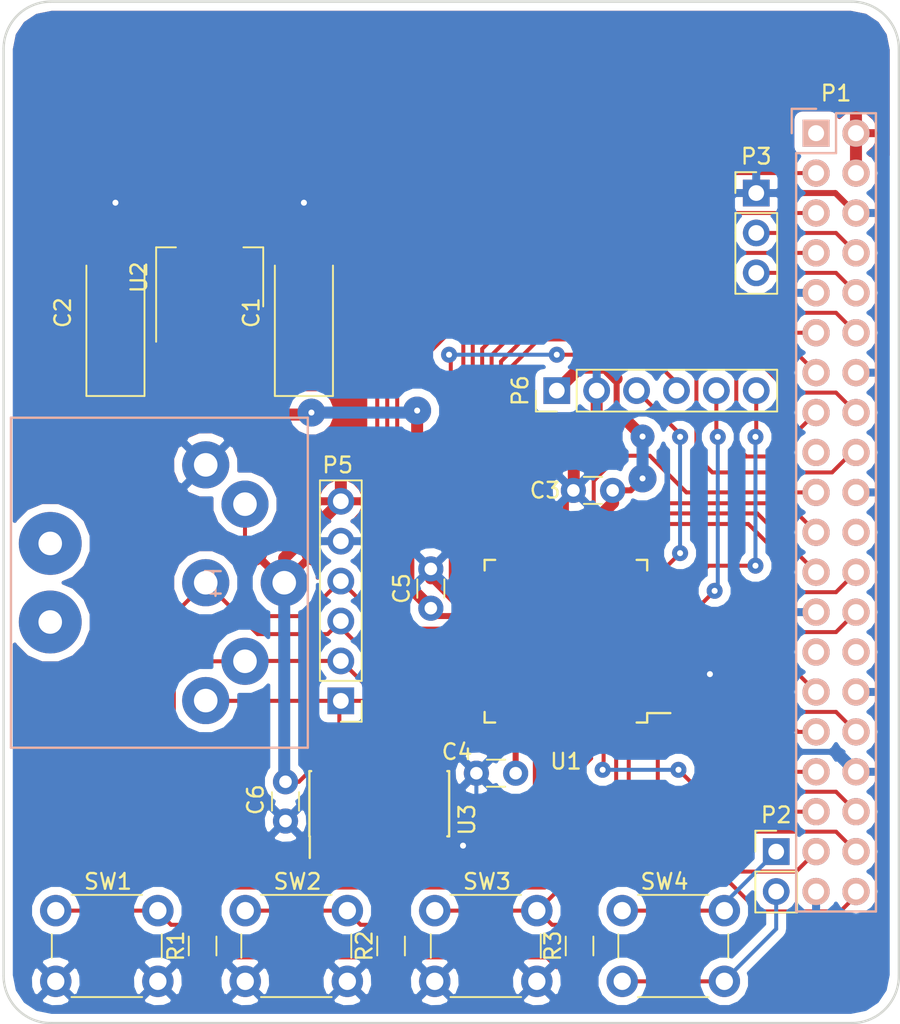
<source format=kicad_pcb>
(kicad_pcb (version 4) (host pcbnew 4.0.6-e0-6349~53~ubuntu14.04.1)

  (general
    (links 107)
    (no_connects 0)
    (area 72.654999 109.029999 129.805001 174.180001)
    (thickness 1.6)
    (drawings 12)
    (tracks 389)
    (zones 0)
    (modules 22)
    (nets 45)
  )

  (page A4 portrait)
  (layers
    (0 Top signal)
    (31 Bottom signal)
    (34 B.Paste user hide)
    (35 F.Paste user hide)
    (36 B.SilkS user)
    (37 F.SilkS user)
    (38 B.Mask user hide)
    (39 F.Mask user hide)
    (40 Dwgs.User user hide)
    (41 Cmts.User user hide)
    (42 Eco1.User user hide)
    (43 Eco2.User user hide)
    (44 Edge.Cuts user)
    (45 Margin user hide)
  )

  (setup
    (last_trace_width 0.254)
    (user_trace_width 0.254)
    (user_trace_width 0.381)
    (user_trace_width 0.508)
    (trace_clearance 0.2032)
    (zone_clearance 0.508)
    (zone_45_only no)
    (trace_min 0.254)
    (segment_width 0.2)
    (edge_width 0.15)
    (via_size 1.016)
    (via_drill 0.381)
    (via_min_size 0.635)
    (via_min_drill 0.381)
    (uvia_size 0.762)
    (uvia_drill 0.508)
    (uvias_allowed no)
    (uvia_min_size 0)
    (uvia_min_drill 0)
    (pcb_text_width 0.3)
    (pcb_text_size 1.5 1.5)
    (mod_edge_width 0.15)
    (mod_text_size 1 1)
    (mod_text_width 0.15)
    (pad_size 1.6 1.6)
    (pad_drill 0.8)
    (pad_to_mask_clearance 0.2)
    (aux_axis_origin 125.73072 141.60476)
    (visible_elements 7FFEFF7F)
    (pcbplotparams
      (layerselection 0x00030_80000001)
      (usegerberextensions false)
      (excludeedgelayer true)
      (linewidth 0.100000)
      (plotframeref false)
      (viasonmask false)
      (mode 1)
      (useauxorigin false)
      (hpglpennumber 1)
      (hpglpenspeed 20)
      (hpglpendiameter 15)
      (hpglpenoverlay 2)
      (psnegative false)
      (psa4output false)
      (plotreference true)
      (plotvalue true)
      (plotinvisibletext false)
      (padsonsilk false)
      (subtractmaskfromsilk false)
      (outputformat 1)
      (mirror false)
      (drillshape 0)
      (scaleselection 1)
      (outputdirectory svg/))
  )

  (net 0 "")
  (net 1 /3V3)
  (net 2 /GPIO2)
  (net 3 /GPIO3)
  (net 4 /GPIO4)
  (net 5 /TxD)
  (net 6 /RxD)
  (net 7 /GPIO17)
  (net 8 /GPIO18)
  (net 9 /GPIO10)
  (net 10 /GPIO9)
  (net 11 /GPIO11)
  (net 12 /GPIO8)
  (net 13 /GPIO7)
  (net 14 /GPIO5)
  (net 15 /GPIO6)
  (net 16 /GPIO12)
  (net 17 /GPIO13)
  (net 18 /GPIO19)
  (net 19 /GPIO16)
  (net 20 /GPIO26)
  (net 21 /GPIO20)
  (net 22 /GPIO21)
  (net 23 /RED)
  (net 24 /GREEN)
  (net 25 /BLUE)
  (net 26 /SYNC)
  (net 27 /TCK)
  (net 28 /TDO)
  (net 29 /TDI)
  (net 30 /TMS)
  (net 31 "Net-(P2-Pad1)")
  (net 32 "Net-(P2-Pad2)")
  (net 33 /SW1)
  (net 34 /SW2)
  (net 35 /SW3)
  (net 36 /GPIO27)
  (net 37 /GPIO22)
  (net 38 /GPIO23)
  (net 39 /GPIO24)
  (net 40 VCC)
  (net 41 GND)
  (net 42 /BBLUE)
  (net 43 /BGREEN)
  (net 44 /BRED)

  (net_class Default "This is the default net class."
    (clearance 0.2032)
    (trace_width 0.254)
    (via_dia 1.016)
    (via_drill 0.381)
    (uvia_dia 0.762)
    (uvia_drill 0.508)
    (add_net /BBLUE)
    (add_net /BGREEN)
    (add_net /BLUE)
    (add_net /BRED)
    (add_net /GPIO10)
    (add_net /GPIO11)
    (add_net /GPIO12)
    (add_net /GPIO13)
    (add_net /GPIO16)
    (add_net /GPIO17)
    (add_net /GPIO18)
    (add_net /GPIO19)
    (add_net /GPIO2)
    (add_net /GPIO20)
    (add_net /GPIO21)
    (add_net /GPIO22)
    (add_net /GPIO23)
    (add_net /GPIO24)
    (add_net /GPIO26)
    (add_net /GPIO27)
    (add_net /GPIO3)
    (add_net /GPIO4)
    (add_net /GPIO5)
    (add_net /GPIO6)
    (add_net /GPIO7)
    (add_net /GPIO8)
    (add_net /GPIO9)
    (add_net /GREEN)
    (add_net /RED)
    (add_net /RxD)
    (add_net /SW1)
    (add_net /SW2)
    (add_net /SW3)
    (add_net /SYNC)
    (add_net /TCK)
    (add_net /TDI)
    (add_net /TDO)
    (add_net /TMS)
    (add_net /TxD)
    (add_net "Net-(P2-Pad1)")
    (add_net "Net-(P2-Pad2)")
  )

  (net_class Power ""
    (clearance 0.2032)
    (trace_width 0.762)
    (via_dia 1.778)
    (via_drill 0.381)
    (uvia_dia 0.762)
    (uvia_drill 0.508)
    (add_net /3V3)
    (add_net GND)
    (add_net VCC)
  )

  (module footprints:DIN45322 (layer Bottom) (tedit 595A5AE8) (tstamp 595A5D1C)
    (at 85.598 146.083 270)
    (path /595A124F)
    (fp_text reference P4 (at 0 -0.5 270) (layer B.SilkS)
      (effects (font (size 1 1) (thickness 0.15)) (justify mirror))
    )
    (fp_text value CONN_01X06 (at 0 0.5 270) (layer B.Fab)
      (effects (font (size 1 1) (thickness 0.15)) (justify mirror))
    )
    (fp_line (start -10.5 12.4) (end 10.5 12.4) (layer B.SilkS) (width 0.15))
    (fp_line (start 10.5 12.4) (end 10.5 -6.5) (layer B.SilkS) (width 0.15))
    (fp_line (start 10.5 -6.5) (end -10.5 -6.5) (layer B.SilkS) (width 0.15))
    (fp_line (start -10.5 -6.5) (end -10.5 12.4) (layer B.SilkS) (width 0.15))
    (pad 3 thru_hole circle (at 0 0 270) (size 3 3) (drill 1.5) (layers *.Cu *.Mask)
      (net 25 /BLUE))
    (pad 5 thru_hole circle (at -7.5 0 270) (size 3 3) (drill 1.5) (layers *.Cu *.Mask)
      (net 41 GND))
    (pad 1 thru_hole circle (at 7.5 0 270) (size 3 3) (drill 1.5) (layers *.Cu *.Mask)
      (net 23 /RED))
    (pad 4 thru_hole circle (at -5 -2.5 270) (size 3 3) (drill 1.5) (layers *.Cu *.Mask)
      (net 26 /SYNC))
    (pad 2 thru_hole circle (at 5 -2.5 270) (size 3 3) (drill 1.5) (layers *.Cu *.Mask)
      (net 24 /GREEN))
    (pad 6 thru_hole circle (at 0 -5 270) (size 3 3) (drill 1.5) (layers *.Cu *.Mask)
      (net 40 VCC))
    (pad 7 thru_hole circle (at -2.5 9.9 270) (size 4 4) (drill 1.5) (layers *.Cu *.Mask))
    (pad 8 thru_hole circle (at 2.5 9.9 270) (size 4 4) (drill 1.5) (layers *.Cu *.Mask))
  )

  (module Socket_Strips:Socket_Strip_Straight_2x20 (layer Bottom) (tedit 595A4252) (tstamp 574579BB)
    (at 124.46 117.475 270)
    (descr "Through hole socket strip")
    (tags "socket strip")
    (path /574468E6)
    (fp_text reference P1 (at -2.54024 -1.27072 360) (layer F.SilkS)
      (effects (font (size 1 1) (thickness 0.15)))
    )
    (fp_text value CONN_02X20 (at 0 3.1 270) (layer B.Fab)
      (effects (font (size 1 1) (thickness 0.15)) (justify mirror))
    )
    (fp_line (start -1.75 1.75) (end -1.75 -4.3) (layer B.CrtYd) (width 0.05))
    (fp_line (start 50.05 1.75) (end 50.05 -4.3) (layer B.CrtYd) (width 0.05))
    (fp_line (start -1.75 1.75) (end 50.05 1.75) (layer B.CrtYd) (width 0.05))
    (fp_line (start -1.75 -4.3) (end 50.05 -4.3) (layer B.CrtYd) (width 0.05))
    (fp_line (start 49.53 -3.81) (end -1.27 -3.81) (layer B.SilkS) (width 0.15))
    (fp_line (start 1.27 1.27) (end 49.53 1.27) (layer B.SilkS) (width 0.15))
    (fp_line (start 49.53 -3.81) (end 49.53 1.27) (layer B.SilkS) (width 0.15))
    (fp_line (start -1.27 -3.81) (end -1.27 -1.27) (layer B.SilkS) (width 0.15))
    (fp_line (start 0 1.55) (end -1.55 1.55) (layer B.SilkS) (width 0.15))
    (fp_line (start -1.27 -1.27) (end 1.27 -1.27) (layer B.SilkS) (width 0.15))
    (fp_line (start 1.27 -1.27) (end 1.27 1.27) (layer B.SilkS) (width 0.15))
    (fp_line (start -1.55 1.55) (end -1.55 0) (layer B.SilkS) (width 0.15))
    (pad 1 thru_hole rect (at 0 0 270) (size 1.7272 1.7272) (drill 1.016) (layers *.Cu *.Mask B.SilkS))
    (pad 2 thru_hole oval (at 0 -2.54 270) (size 1.7272 1.7272) (drill 1.016) (layers *.Cu *.Mask B.SilkS)
      (net 40 VCC))
    (pad 3 thru_hole oval (at 2.54 0 270) (size 1.7272 1.7272) (drill 1.016) (layers *.Cu *.Mask B.SilkS)
      (net 2 /GPIO2))
    (pad 4 thru_hole oval (at 2.54 -2.54 270) (size 1.7272 1.7272) (drill 1.016) (layers *.Cu *.Mask B.SilkS)
      (net 40 VCC))
    (pad 5 thru_hole oval (at 5.08 0 270) (size 1.7272 1.7272) (drill 1.016) (layers *.Cu *.Mask B.SilkS)
      (net 3 /GPIO3))
    (pad 6 thru_hole oval (at 5.08 -2.54 270) (size 1.7272 1.7272) (drill 1.016) (layers *.Cu *.Mask B.SilkS)
      (net 41 GND))
    (pad 7 thru_hole oval (at 7.62 0 270) (size 1.7272 1.7272) (drill 1.016) (layers *.Cu *.Mask B.SilkS)
      (net 4 /GPIO4))
    (pad 8 thru_hole oval (at 7.62 -2.54 270) (size 1.7272 1.7272) (drill 1.016) (layers *.Cu *.Mask B.SilkS)
      (net 5 /TxD))
    (pad 9 thru_hole oval (at 10.16 0 270) (size 1.7272 1.7272) (drill 1.016) (layers *.Cu *.Mask B.SilkS)
      (net 41 GND))
    (pad 10 thru_hole oval (at 10.16 -2.54 270) (size 1.7272 1.7272) (drill 1.016) (layers *.Cu *.Mask B.SilkS)
      (net 6 /RxD))
    (pad 11 thru_hole oval (at 12.7 0 270) (size 1.7272 1.7272) (drill 1.016) (layers *.Cu *.Mask B.SilkS)
      (net 7 /GPIO17))
    (pad 12 thru_hole oval (at 12.7 -2.54 270) (size 1.7272 1.7272) (drill 1.016) (layers *.Cu *.Mask B.SilkS)
      (net 8 /GPIO18))
    (pad 13 thru_hole oval (at 15.24 0 270) (size 1.7272 1.7272) (drill 1.016) (layers *.Cu *.Mask B.SilkS)
      (net 36 /GPIO27))
    (pad 14 thru_hole oval (at 15.24 -2.54 270) (size 1.7272 1.7272) (drill 1.016) (layers *.Cu *.Mask B.SilkS)
      (net 41 GND))
    (pad 15 thru_hole oval (at 17.78 0 270) (size 1.7272 1.7272) (drill 1.016) (layers *.Cu *.Mask B.SilkS)
      (net 37 /GPIO22))
    (pad 16 thru_hole oval (at 17.78 -2.54 270) (size 1.7272 1.7272) (drill 1.016) (layers *.Cu *.Mask B.SilkS)
      (net 38 /GPIO23))
    (pad 17 thru_hole oval (at 20.32 0 270) (size 1.7272 1.7272) (drill 1.016) (layers *.Cu *.Mask B.SilkS))
    (pad 18 thru_hole oval (at 20.32 -2.54 270) (size 1.7272 1.7272) (drill 1.016) (layers *.Cu *.Mask B.SilkS)
      (net 39 /GPIO24))
    (pad 19 thru_hole oval (at 22.86 0 270) (size 1.7272 1.7272) (drill 1.016) (layers *.Cu *.Mask B.SilkS)
      (net 9 /GPIO10))
    (pad 20 thru_hole oval (at 22.86 -2.54 270) (size 1.7272 1.7272) (drill 1.016) (layers *.Cu *.Mask B.SilkS)
      (net 41 GND))
    (pad 21 thru_hole oval (at 25.4 0 270) (size 1.7272 1.7272) (drill 1.016) (layers *.Cu *.Mask B.SilkS)
      (net 10 /GPIO9))
    (pad 22 thru_hole oval (at 25.4 -2.54 270) (size 1.7272 1.7272) (drill 1.016) (layers *.Cu *.Mask B.SilkS))
    (pad 23 thru_hole oval (at 27.94 0 270) (size 1.7272 1.7272) (drill 1.016) (layers *.Cu *.Mask B.SilkS)
      (net 11 /GPIO11))
    (pad 24 thru_hole oval (at 27.94 -2.54 270) (size 1.7272 1.7272) (drill 1.016) (layers *.Cu *.Mask B.SilkS)
      (net 12 /GPIO8))
    (pad 25 thru_hole oval (at 30.48 0 270) (size 1.7272 1.7272) (drill 1.016) (layers *.Cu *.Mask B.SilkS)
      (net 41 GND))
    (pad 26 thru_hole oval (at 30.48 -2.54 270) (size 1.7272 1.7272) (drill 1.016) (layers *.Cu *.Mask B.SilkS)
      (net 13 /GPIO7))
    (pad 27 thru_hole oval (at 33.02 0 270) (size 1.7272 1.7272) (drill 1.016) (layers *.Cu *.Mask B.SilkS))
    (pad 28 thru_hole oval (at 33.02 -2.54 270) (size 1.7272 1.7272) (drill 1.016) (layers *.Cu *.Mask B.SilkS))
    (pad 29 thru_hole oval (at 35.56 0 270) (size 1.7272 1.7272) (drill 1.016) (layers *.Cu *.Mask B.SilkS)
      (net 14 /GPIO5))
    (pad 30 thru_hole oval (at 35.56 -2.54 270) (size 1.7272 1.7272) (drill 1.016) (layers *.Cu *.Mask B.SilkS)
      (net 41 GND))
    (pad 31 thru_hole oval (at 38.1 0 270) (size 1.7272 1.7272) (drill 1.016) (layers *.Cu *.Mask B.SilkS)
      (net 15 /GPIO6))
    (pad 32 thru_hole oval (at 38.1 -2.54 270) (size 1.7272 1.7272) (drill 1.016) (layers *.Cu *.Mask B.SilkS)
      (net 16 /GPIO12))
    (pad 33 thru_hole oval (at 40.64 0 270) (size 1.7272 1.7272) (drill 1.016) (layers *.Cu *.Mask B.SilkS)
      (net 17 /GPIO13))
    (pad 34 thru_hole oval (at 40.64 -2.54 270) (size 1.7272 1.7272) (drill 1.016) (layers *.Cu *.Mask B.SilkS)
      (net 41 GND))
    (pad 35 thru_hole oval (at 43.18 0 270) (size 1.7272 1.7272) (drill 1.016) (layers *.Cu *.Mask B.SilkS)
      (net 18 /GPIO19))
    (pad 36 thru_hole oval (at 43.18 -2.54 270) (size 1.7272 1.7272) (drill 1.016) (layers *.Cu *.Mask B.SilkS)
      (net 19 /GPIO16))
    (pad 37 thru_hole oval (at 45.72 0 270) (size 1.7272 1.7272) (drill 1.016) (layers *.Cu *.Mask B.SilkS)
      (net 20 /GPIO26))
    (pad 38 thru_hole oval (at 45.72 -2.54 270) (size 1.7272 1.7272) (drill 1.016) (layers *.Cu *.Mask B.SilkS)
      (net 21 /GPIO20))
    (pad 39 thru_hole oval (at 48.26 0 270) (size 1.7272 1.7272) (drill 1.016) (layers *.Cu *.Mask B.SilkS)
      (net 41 GND))
    (pad 40 thru_hole oval (at 48.26 -2.54 270) (size 1.7272 1.7272) (drill 1.016) (layers *.Cu *.Mask B.SilkS)
      (net 22 /GPIO21))
    (model Socket_Strips.3dshapes/Socket_Strip_Straight_2x20.wrl
      (at (xyz 0.95 -0.05 0))
      (scale (xyz 1 1 1))
      (rotate (xyz 0 0 180))
    )
  )

  (module Capacitors_ThroughHole:C_Disc_D3.0mm_W1.6mm_P2.50mm (layer Top) (tedit 595A3C48) (tstamp 595A2E93)
    (at 111.506 140.208 180)
    (descr "C, Disc series, Radial, pin pitch=2.50mm, , diameter*width=3.0*1.6mm^2, Capacitor, http://www.vishay.com/docs/45233/krseries.pdf")
    (tags "C Disc series Radial pin pitch 2.50mm  diameter 3.0mm width 1.6mm Capacitor")
    (path /595A31EE)
    (fp_text reference C3 (at 4.3 0 180) (layer F.SilkS)
      (effects (font (size 1 1) (thickness 0.15)))
    )
    (fp_text value C_Small (at 1.25 1.86 180) (layer F.Fab)
      (effects (font (size 1 1) (thickness 0.15)))
    )
    (fp_text user %R (at 1.25 0 180) (layer F.Fab)
      (effects (font (size 0.7 0.7) (thickness 0.105)))
    )
    (fp_line (start -0.25 -0.8) (end -0.25 0.8) (layer F.Fab) (width 0.1))
    (fp_line (start -0.25 0.8) (end 2.75 0.8) (layer F.Fab) (width 0.1))
    (fp_line (start 2.75 0.8) (end 2.75 -0.8) (layer F.Fab) (width 0.1))
    (fp_line (start 2.75 -0.8) (end -0.25 -0.8) (layer F.Fab) (width 0.1))
    (fp_line (start 0.663 -0.861) (end 1.837 -0.861) (layer F.SilkS) (width 0.12))
    (fp_line (start 0.663 0.861) (end 1.837 0.861) (layer F.SilkS) (width 0.12))
    (fp_line (start -1.05 -1.15) (end -1.05 1.15) (layer F.CrtYd) (width 0.05))
    (fp_line (start -1.05 1.15) (end 3.55 1.15) (layer F.CrtYd) (width 0.05))
    (fp_line (start 3.55 1.15) (end 3.55 -1.15) (layer F.CrtYd) (width 0.05))
    (fp_line (start 3.55 -1.15) (end -1.05 -1.15) (layer F.CrtYd) (width 0.05))
    (pad 1 thru_hole circle (at 0 0 180) (size 1.6 1.6) (drill 0.8) (layers *.Cu *.Mask)
      (net 1 /3V3))
    (pad 2 thru_hole circle (at 2.5 0 180) (size 1.6 1.6) (drill 0.8) (layers *.Cu *.Mask)
      (net 41 GND))
    (model ${KISYS3DMOD}/Capacitors_THT.3dshapes/C_Disc_D3.0mm_W1.6mm_P2.50mm.wrl
      (at (xyz 0 0 0))
      (scale (xyz 0.393701 0.393701 0.393701))
      (rotate (xyz 0 0 0))
    )
  )

  (module Capacitors_ThroughHole:C_Disc_D3.0mm_W1.6mm_P2.50mm (layer Top) (tedit 595B7269) (tstamp 595A2E99)
    (at 105.33072 158.20476 180)
    (descr "C, Disc series, Radial, pin pitch=2.50mm, , diameter*width=3.0*1.6mm^2, Capacitor, http://www.vishay.com/docs/45233/krseries.pdf")
    (tags "C Disc series Radial pin pitch 2.50mm  diameter 3.0mm width 1.6mm Capacitor")
    (path /595A3174)
    (fp_text reference C4 (at 3.73072 1.35976 180) (layer F.SilkS)
      (effects (font (size 1 1) (thickness 0.15)))
    )
    (fp_text value C_Small (at 1.25 1.86 180) (layer F.Fab)
      (effects (font (size 1 1) (thickness 0.15)))
    )
    (fp_text user %R (at 1.25 0 180) (layer F.Fab)
      (effects (font (size 0.7 0.7) (thickness 0.105)))
    )
    (fp_line (start -0.25 -0.8) (end -0.25 0.8) (layer F.Fab) (width 0.1))
    (fp_line (start -0.25 0.8) (end 2.75 0.8) (layer F.Fab) (width 0.1))
    (fp_line (start 2.75 0.8) (end 2.75 -0.8) (layer F.Fab) (width 0.1))
    (fp_line (start 2.75 -0.8) (end -0.25 -0.8) (layer F.Fab) (width 0.1))
    (fp_line (start 0.663 -0.861) (end 1.837 -0.861) (layer F.SilkS) (width 0.12))
    (fp_line (start 0.663 0.861) (end 1.837 0.861) (layer F.SilkS) (width 0.12))
    (fp_line (start -1.05 -1.15) (end -1.05 1.15) (layer F.CrtYd) (width 0.05))
    (fp_line (start -1.05 1.15) (end 3.55 1.15) (layer F.CrtYd) (width 0.05))
    (fp_line (start 3.55 1.15) (end 3.55 -1.15) (layer F.CrtYd) (width 0.05))
    (fp_line (start 3.55 -1.15) (end -1.05 -1.15) (layer F.CrtYd) (width 0.05))
    (pad 1 thru_hole circle (at 0 0 180) (size 1.6 1.6) (drill 0.8) (layers *.Cu *.Mask)
      (net 1 /3V3))
    (pad 2 thru_hole circle (at 2.5 0 180) (size 1.6 1.6) (drill 0.8) (layers *.Cu *.Mask)
      (net 41 GND))
    (model ${KISYS3DMOD}/Capacitors_THT.3dshapes/C_Disc_D3.0mm_W1.6mm_P2.50mm.wrl
      (at (xyz 0 0 0))
      (scale (xyz 0.393701 0.393701 0.393701))
      (rotate (xyz 0 0 0))
    )
  )

  (module Capacitors_ThroughHole:C_Disc_D3.0mm_W1.6mm_P2.50mm (layer Top) (tedit 5920C254) (tstamp 595A2E9F)
    (at 99.93072 147.70476 90)
    (descr "C, Disc series, Radial, pin pitch=2.50mm, , diameter*width=3.0*1.6mm^2, Capacitor, http://www.vishay.com/docs/45233/krseries.pdf")
    (tags "C Disc series Radial pin pitch 2.50mm  diameter 3.0mm width 1.6mm Capacitor")
    (path /595A3251)
    (fp_text reference C5 (at 1.25 -1.86 90) (layer F.SilkS)
      (effects (font (size 1 1) (thickness 0.15)))
    )
    (fp_text value C_Small (at 1.25 1.86 90) (layer F.Fab)
      (effects (font (size 1 1) (thickness 0.15)))
    )
    (fp_text user %R (at 1.25 0 90) (layer F.Fab)
      (effects (font (size 0.7 0.7) (thickness 0.105)))
    )
    (fp_line (start -0.25 -0.8) (end -0.25 0.8) (layer F.Fab) (width 0.1))
    (fp_line (start -0.25 0.8) (end 2.75 0.8) (layer F.Fab) (width 0.1))
    (fp_line (start 2.75 0.8) (end 2.75 -0.8) (layer F.Fab) (width 0.1))
    (fp_line (start 2.75 -0.8) (end -0.25 -0.8) (layer F.Fab) (width 0.1))
    (fp_line (start 0.663 -0.861) (end 1.837 -0.861) (layer F.SilkS) (width 0.12))
    (fp_line (start 0.663 0.861) (end 1.837 0.861) (layer F.SilkS) (width 0.12))
    (fp_line (start -1.05 -1.15) (end -1.05 1.15) (layer F.CrtYd) (width 0.05))
    (fp_line (start -1.05 1.15) (end 3.55 1.15) (layer F.CrtYd) (width 0.05))
    (fp_line (start 3.55 1.15) (end 3.55 -1.15) (layer F.CrtYd) (width 0.05))
    (fp_line (start 3.55 -1.15) (end -1.05 -1.15) (layer F.CrtYd) (width 0.05))
    (pad 1 thru_hole circle (at 0 0 90) (size 1.6 1.6) (drill 0.8) (layers *.Cu *.Mask)
      (net 1 /3V3))
    (pad 2 thru_hole circle (at 2.5 0 90) (size 1.6 1.6) (drill 0.8) (layers *.Cu *.Mask)
      (net 41 GND))
    (model ${KISYS3DMOD}/Capacitors_THT.3dshapes/C_Disc_D3.0mm_W1.6mm_P2.50mm.wrl
      (at (xyz 0 0 0))
      (scale (xyz 0.393701 0.393701 0.393701))
      (rotate (xyz 0 0 0))
    )
  )

  (module Pin_Headers:Pin_Header_Straight_1x02_Pitch2.54mm (layer Top) (tedit 58CD4EC1) (tstamp 595A2EAB)
    (at 121.92 163.195)
    (descr "Through hole straight pin header, 1x02, 2.54mm pitch, single row")
    (tags "Through hole pin header THT 1x02 2.54mm single row")
    (path /595A13C3)
    (fp_text reference P2 (at 0 -2.33) (layer F.SilkS)
      (effects (font (size 1 1) (thickness 0.15)))
    )
    (fp_text value CONN_01X02 (at 0 4.87) (layer F.Fab)
      (effects (font (size 1 1) (thickness 0.15)))
    )
    (fp_line (start -1.27 -1.27) (end -1.27 3.81) (layer F.Fab) (width 0.1))
    (fp_line (start -1.27 3.81) (end 1.27 3.81) (layer F.Fab) (width 0.1))
    (fp_line (start 1.27 3.81) (end 1.27 -1.27) (layer F.Fab) (width 0.1))
    (fp_line (start 1.27 -1.27) (end -1.27 -1.27) (layer F.Fab) (width 0.1))
    (fp_line (start -1.33 1.27) (end -1.33 3.87) (layer F.SilkS) (width 0.12))
    (fp_line (start -1.33 3.87) (end 1.33 3.87) (layer F.SilkS) (width 0.12))
    (fp_line (start 1.33 3.87) (end 1.33 1.27) (layer F.SilkS) (width 0.12))
    (fp_line (start 1.33 1.27) (end -1.33 1.27) (layer F.SilkS) (width 0.12))
    (fp_line (start -1.33 0) (end -1.33 -1.33) (layer F.SilkS) (width 0.12))
    (fp_line (start -1.33 -1.33) (end 0 -1.33) (layer F.SilkS) (width 0.12))
    (fp_line (start -1.8 -1.8) (end -1.8 4.35) (layer F.CrtYd) (width 0.05))
    (fp_line (start -1.8 4.35) (end 1.8 4.35) (layer F.CrtYd) (width 0.05))
    (fp_line (start 1.8 4.35) (end 1.8 -1.8) (layer F.CrtYd) (width 0.05))
    (fp_line (start 1.8 -1.8) (end -1.8 -1.8) (layer F.CrtYd) (width 0.05))
    (fp_text user %R (at 0 -2.33) (layer F.Fab)
      (effects (font (size 1 1) (thickness 0.15)))
    )
    (pad 1 thru_hole rect (at 0 0) (size 1.7 1.7) (drill 1) (layers *.Cu *.Mask)
      (net 31 "Net-(P2-Pad1)"))
    (pad 2 thru_hole oval (at 0 2.54) (size 1.7 1.7) (drill 1) (layers *.Cu *.Mask)
      (net 32 "Net-(P2-Pad2)"))
    (model ${KISYS3DMOD}/Pin_Headers.3dshapes/Pin_Header_Straight_1x02_Pitch2.54mm.wrl
      (at (xyz 0 -0.05 0))
      (scale (xyz 1 1 1))
      (rotate (xyz 0 0 90))
    )
  )

  (module Pin_Headers:Pin_Header_Straight_1x03_Pitch2.54mm (layer Top) (tedit 58CD4EC1) (tstamp 595A2EB2)
    (at 120.65072 121.28476)
    (descr "Through hole straight pin header, 1x03, 2.54mm pitch, single row")
    (tags "Through hole pin header THT 1x03 2.54mm single row")
    (path /595A288D)
    (fp_text reference P3 (at 0 -2.33) (layer F.SilkS)
      (effects (font (size 1 1) (thickness 0.15)))
    )
    (fp_text value CONN_01X03 (at 0 7.41) (layer F.Fab)
      (effects (font (size 1 1) (thickness 0.15)))
    )
    (fp_line (start -1.27 -1.27) (end -1.27 6.35) (layer F.Fab) (width 0.1))
    (fp_line (start -1.27 6.35) (end 1.27 6.35) (layer F.Fab) (width 0.1))
    (fp_line (start 1.27 6.35) (end 1.27 -1.27) (layer F.Fab) (width 0.1))
    (fp_line (start 1.27 -1.27) (end -1.27 -1.27) (layer F.Fab) (width 0.1))
    (fp_line (start -1.33 1.27) (end -1.33 6.41) (layer F.SilkS) (width 0.12))
    (fp_line (start -1.33 6.41) (end 1.33 6.41) (layer F.SilkS) (width 0.12))
    (fp_line (start 1.33 6.41) (end 1.33 1.27) (layer F.SilkS) (width 0.12))
    (fp_line (start 1.33 1.27) (end -1.33 1.27) (layer F.SilkS) (width 0.12))
    (fp_line (start -1.33 0) (end -1.33 -1.33) (layer F.SilkS) (width 0.12))
    (fp_line (start -1.33 -1.33) (end 0 -1.33) (layer F.SilkS) (width 0.12))
    (fp_line (start -1.8 -1.8) (end -1.8 6.85) (layer F.CrtYd) (width 0.05))
    (fp_line (start -1.8 6.85) (end 1.8 6.85) (layer F.CrtYd) (width 0.05))
    (fp_line (start 1.8 6.85) (end 1.8 -1.8) (layer F.CrtYd) (width 0.05))
    (fp_line (start 1.8 -1.8) (end -1.8 -1.8) (layer F.CrtYd) (width 0.05))
    (fp_text user %R (at 0 -2.33) (layer F.Fab)
      (effects (font (size 1 1) (thickness 0.15)))
    )
    (pad 1 thru_hole rect (at 0 0) (size 1.7 1.7) (drill 1) (layers *.Cu *.Mask)
      (net 41 GND))
    (pad 2 thru_hole oval (at 0 2.54) (size 1.7 1.7) (drill 1) (layers *.Cu *.Mask)
      (net 5 /TxD))
    (pad 3 thru_hole oval (at 0 5.08) (size 1.7 1.7) (drill 1) (layers *.Cu *.Mask)
      (net 6 /RxD))
    (model ${KISYS3DMOD}/Pin_Headers.3dshapes/Pin_Header_Straight_1x03_Pitch2.54mm.wrl
      (at (xyz 0 -0.1 0))
      (scale (xyz 1 1 1))
      (rotate (xyz 0 0 90))
    )
  )

  (module Pin_Headers:Pin_Header_Straight_1x06_Pitch2.54mm (layer Top) (tedit 595A5F97) (tstamp 595A2EC6)
    (at 94.2 153.6 180)
    (descr "Through hole straight pin header, 1x06, 2.54mm pitch, single row")
    (tags "Through hole pin header THT 1x06 2.54mm single row")
    (path /595A12E7)
    (fp_text reference P5 (at 0.2 15 180) (layer F.SilkS)
      (effects (font (size 1 1) (thickness 0.15)))
    )
    (fp_text value CONN_01X06 (at 0 15.03 180) (layer F.Fab)
      (effects (font (size 1 1) (thickness 0.15)))
    )
    (fp_line (start -1.27 -1.27) (end -1.27 13.97) (layer F.Fab) (width 0.1))
    (fp_line (start -1.27 13.97) (end 1.27 13.97) (layer F.Fab) (width 0.1))
    (fp_line (start 1.27 13.97) (end 1.27 -1.27) (layer F.Fab) (width 0.1))
    (fp_line (start 1.27 -1.27) (end -1.27 -1.27) (layer F.Fab) (width 0.1))
    (fp_line (start -1.33 1.27) (end -1.33 14.03) (layer F.SilkS) (width 0.12))
    (fp_line (start -1.33 14.03) (end 1.33 14.03) (layer F.SilkS) (width 0.12))
    (fp_line (start 1.33 14.03) (end 1.33 1.27) (layer F.SilkS) (width 0.12))
    (fp_line (start 1.33 1.27) (end -1.33 1.27) (layer F.SilkS) (width 0.12))
    (fp_line (start -1.33 0) (end -1.33 -1.33) (layer F.SilkS) (width 0.12))
    (fp_line (start -1.33 -1.33) (end 0 -1.33) (layer F.SilkS) (width 0.12))
    (fp_line (start -1.8 -1.8) (end -1.8 14.5) (layer F.CrtYd) (width 0.05))
    (fp_line (start -1.8 14.5) (end 1.8 14.5) (layer F.CrtYd) (width 0.05))
    (fp_line (start 1.8 14.5) (end 1.8 -1.8) (layer F.CrtYd) (width 0.05))
    (fp_line (start 1.8 -1.8) (end -1.8 -1.8) (layer F.CrtYd) (width 0.05))
    (fp_text user %R (at 0 -2.33 180) (layer F.Fab)
      (effects (font (size 1 1) (thickness 0.15)))
    )
    (pad 1 thru_hole rect (at 0 0 180) (size 1.7 1.7) (drill 1) (layers *.Cu *.Mask)
      (net 23 /RED))
    (pad 2 thru_hole oval (at 0 2.54 180) (size 1.7 1.7) (drill 1) (layers *.Cu *.Mask)
      (net 24 /GREEN))
    (pad 3 thru_hole oval (at 0 5.08 180) (size 1.7 1.7) (drill 1) (layers *.Cu *.Mask)
      (net 25 /BLUE))
    (pad 4 thru_hole oval (at 0 7.62 180) (size 1.7 1.7) (drill 1) (layers *.Cu *.Mask)
      (net 26 /SYNC))
    (pad 5 thru_hole oval (at 0 10.16 180) (size 1.7 1.7) (drill 1) (layers *.Cu *.Mask)
      (net 41 GND))
    (pad 6 thru_hole oval (at 0 12.7 180) (size 1.7 1.7) (drill 1) (layers *.Cu *.Mask)
      (net 40 VCC))
    (model ${KISYS3DMOD}/Pin_Headers.3dshapes/Pin_Header_Straight_1x06_Pitch2.54mm.wrl
      (at (xyz 0 -0.25 0))
      (scale (xyz 1 1 1))
      (rotate (xyz 0 0 90))
    )
  )

  (module Pin_Headers:Pin_Header_Straight_1x06_Pitch2.54mm (layer Top) (tedit 58CD4EC1) (tstamp 595A2ED0)
    (at 107.95 133.858 90)
    (descr "Through hole straight pin header, 1x06, 2.54mm pitch, single row")
    (tags "Through hole pin header THT 1x06 2.54mm single row")
    (path /595A1366)
    (fp_text reference P6 (at 0 -2.33 90) (layer F.SilkS)
      (effects (font (size 1 1) (thickness 0.15)))
    )
    (fp_text value CONN_01X06 (at 0 15.03 90) (layer F.Fab)
      (effects (font (size 1 1) (thickness 0.15)))
    )
    (fp_line (start -1.27 -1.27) (end -1.27 13.97) (layer F.Fab) (width 0.1))
    (fp_line (start -1.27 13.97) (end 1.27 13.97) (layer F.Fab) (width 0.1))
    (fp_line (start 1.27 13.97) (end 1.27 -1.27) (layer F.Fab) (width 0.1))
    (fp_line (start 1.27 -1.27) (end -1.27 -1.27) (layer F.Fab) (width 0.1))
    (fp_line (start -1.33 1.27) (end -1.33 14.03) (layer F.SilkS) (width 0.12))
    (fp_line (start -1.33 14.03) (end 1.33 14.03) (layer F.SilkS) (width 0.12))
    (fp_line (start 1.33 14.03) (end 1.33 1.27) (layer F.SilkS) (width 0.12))
    (fp_line (start 1.33 1.27) (end -1.33 1.27) (layer F.SilkS) (width 0.12))
    (fp_line (start -1.33 0) (end -1.33 -1.33) (layer F.SilkS) (width 0.12))
    (fp_line (start -1.33 -1.33) (end 0 -1.33) (layer F.SilkS) (width 0.12))
    (fp_line (start -1.8 -1.8) (end -1.8 14.5) (layer F.CrtYd) (width 0.05))
    (fp_line (start -1.8 14.5) (end 1.8 14.5) (layer F.CrtYd) (width 0.05))
    (fp_line (start 1.8 14.5) (end 1.8 -1.8) (layer F.CrtYd) (width 0.05))
    (fp_line (start 1.8 -1.8) (end -1.8 -1.8) (layer F.CrtYd) (width 0.05))
    (fp_text user %R (at 0 -2.33 90) (layer F.Fab)
      (effects (font (size 1 1) (thickness 0.15)))
    )
    (pad 1 thru_hole rect (at 0 0 90) (size 1.7 1.7) (drill 1) (layers *.Cu *.Mask)
      (net 1 /3V3))
    (pad 2 thru_hole oval (at 0 2.54 90) (size 1.7 1.7) (drill 1) (layers *.Cu *.Mask)
      (net 41 GND))
    (pad 3 thru_hole oval (at 0 5.08 90) (size 1.7 1.7) (drill 1) (layers *.Cu *.Mask)
      (net 27 /TCK))
    (pad 4 thru_hole oval (at 0 7.62 90) (size 1.7 1.7) (drill 1) (layers *.Cu *.Mask)
      (net 28 /TDO))
    (pad 5 thru_hole oval (at 0 10.16 90) (size 1.7 1.7) (drill 1) (layers *.Cu *.Mask)
      (net 29 /TDI))
    (pad 6 thru_hole oval (at 0 12.7 90) (size 1.7 1.7) (drill 1) (layers *.Cu *.Mask)
      (net 30 /TMS))
    (model ${KISYS3DMOD}/Pin_Headers.3dshapes/Pin_Header_Straight_1x06_Pitch2.54mm.wrl
      (at (xyz 0 -0.25 0))
      (scale (xyz 1 1 1))
      (rotate (xyz 0 0 90))
    )
  )

  (module Housings_QFP:LQFP-44_10x10mm_Pitch0.8mm (layer Top) (tedit 58CC9A47) (tstamp 595A2F00)
    (at 108.53072 149.80476 180)
    (descr "LQFP44 (see Appnote_PCB_Guidelines_TRINAMIC_packages.pdf)")
    (tags "QFP 0.8")
    (path /595A11EC)
    (attr smd)
    (fp_text reference U1 (at 0 -7.65 180) (layer F.SilkS)
      (effects (font (size 1 1) (thickness 0.15)))
    )
    (fp_text value XC9572XL-VQFP44 (at 0 7.65 180) (layer F.Fab)
      (effects (font (size 1 1) (thickness 0.15)))
    )
    (fp_text user %R (at 0 0 180) (layer F.Fab)
      (effects (font (size 1 1) (thickness 0.15)))
    )
    (fp_line (start -4 -5) (end 5 -5) (layer F.Fab) (width 0.15))
    (fp_line (start 5 -5) (end 5 5) (layer F.Fab) (width 0.15))
    (fp_line (start 5 5) (end -5 5) (layer F.Fab) (width 0.15))
    (fp_line (start -5 5) (end -5 -4) (layer F.Fab) (width 0.15))
    (fp_line (start -5 -4) (end -4 -5) (layer F.Fab) (width 0.15))
    (fp_line (start -6.9 -6.9) (end -6.9 6.9) (layer F.CrtYd) (width 0.05))
    (fp_line (start 6.9 -6.9) (end 6.9 6.9) (layer F.CrtYd) (width 0.05))
    (fp_line (start -6.9 -6.9) (end 6.9 -6.9) (layer F.CrtYd) (width 0.05))
    (fp_line (start -6.9 6.9) (end 6.9 6.9) (layer F.CrtYd) (width 0.05))
    (fp_line (start -5.175 -5.175) (end -5.175 -4.575) (layer F.SilkS) (width 0.15))
    (fp_line (start 5.175 -5.175) (end 5.175 -4.505) (layer F.SilkS) (width 0.15))
    (fp_line (start 5.175 5.175) (end 5.175 4.505) (layer F.SilkS) (width 0.15))
    (fp_line (start -5.175 5.175) (end -5.175 4.505) (layer F.SilkS) (width 0.15))
    (fp_line (start -5.175 -5.175) (end -4.505 -5.175) (layer F.SilkS) (width 0.15))
    (fp_line (start -5.175 5.175) (end -4.505 5.175) (layer F.SilkS) (width 0.15))
    (fp_line (start 5.175 5.175) (end 4.505 5.175) (layer F.SilkS) (width 0.15))
    (fp_line (start 5.175 -5.175) (end 4.505 -5.175) (layer F.SilkS) (width 0.15))
    (fp_line (start -5.175 -4.575) (end -6.65 -4.575) (layer F.SilkS) (width 0.15))
    (pad 1 smd rect (at -5.85 -4 180) (size 1.6 0.56) (layers Top F.Paste F.Mask)
      (net 21 /GPIO20))
    (pad 2 smd rect (at -5.85 -3.2 180) (size 1.6 0.56) (layers Top F.Paste F.Mask)
      (net 19 /GPIO16))
    (pad 3 smd rect (at -5.85 -2.4 180) (size 1.6 0.56) (layers Top F.Paste F.Mask)
      (net 17 /GPIO13))
    (pad 4 smd rect (at -5.85 -1.6 180) (size 1.6 0.56) (layers Top F.Paste F.Mask)
      (net 41 GND))
    (pad 5 smd rect (at -5.85 -0.8 180) (size 1.6 0.56) (layers Top F.Paste F.Mask)
      (net 15 /GPIO6))
    (pad 6 smd rect (at -5.85 0 180) (size 1.6 0.56) (layers Top F.Paste F.Mask)
      (net 16 /GPIO12))
    (pad 7 smd rect (at -5.85 0.8 180) (size 1.6 0.56) (layers Top F.Paste F.Mask)
      (net 14 /GPIO5))
    (pad 8 smd rect (at -5.85 1.6 180) (size 1.6 0.56) (layers Top F.Paste F.Mask)
      (net 13 /GPIO7))
    (pad 9 smd rect (at -5.85 2.4 180) (size 1.6 0.56) (layers Top F.Paste F.Mask)
      (net 29 /TDI))
    (pad 10 smd rect (at -5.85 3.2 180) (size 1.6 0.56) (layers Top F.Paste F.Mask)
      (net 30 /TMS))
    (pad 11 smd rect (at -5.85 4 180) (size 1.6 0.56) (layers Top F.Paste F.Mask)
      (net 27 /TCK))
    (pad 12 smd rect (at -4 5.85 270) (size 1.6 0.56) (layers Top F.Paste F.Mask)
      (net 12 /GPIO8))
    (pad 13 smd rect (at -3.2 5.85 270) (size 1.6 0.56) (layers Top F.Paste F.Mask)
      (net 11 /GPIO11))
    (pad 14 smd rect (at -2.4 5.85 270) (size 1.6 0.56) (layers Top F.Paste F.Mask)
      (net 10 /GPIO9))
    (pad 15 smd rect (at -1.6 5.85 270) (size 1.6 0.56) (layers Top F.Paste F.Mask)
      (net 1 /3V3))
    (pad 16 smd rect (at -0.8 5.85 270) (size 1.6 0.56) (layers Top F.Paste F.Mask)
      (net 9 /GPIO10))
    (pad 17 smd rect (at 0 5.85 270) (size 1.6 0.56) (layers Top F.Paste F.Mask)
      (net 41 GND))
    (pad 18 smd rect (at 0.8 5.85 270) (size 1.6 0.56) (layers Top F.Paste F.Mask)
      (net 39 /GPIO24))
    (pad 19 smd rect (at 1.6 5.85 270) (size 1.6 0.56) (layers Top F.Paste F.Mask)
      (net 37 /GPIO22))
    (pad 20 smd rect (at 2.4 5.85 270) (size 1.6 0.56) (layers Top F.Paste F.Mask)
      (net 38 /GPIO23))
    (pad 21 smd rect (at 3.2 5.85 270) (size 1.6 0.56) (layers Top F.Paste F.Mask)
      (net 36 /GPIO27))
    (pad 22 smd rect (at 4 5.85 270) (size 1.6 0.56) (layers Top F.Paste F.Mask)
      (net 7 /GPIO17))
    (pad 23 smd rect (at 5.85 4 180) (size 1.6 0.56) (layers Top F.Paste F.Mask)
      (net 8 /GPIO18))
    (pad 24 smd rect (at 5.85 3.2 180) (size 1.6 0.56) (layers Top F.Paste F.Mask)
      (net 28 /TDO))
    (pad 25 smd rect (at 5.85 2.4 180) (size 1.6 0.56) (layers Top F.Paste F.Mask)
      (net 41 GND))
    (pad 26 smd rect (at 5.85 1.6 180) (size 1.6 0.56) (layers Top F.Paste F.Mask)
      (net 1 /3V3))
    (pad 27 smd rect (at 5.85 0.8 180) (size 1.6 0.56) (layers Top F.Paste F.Mask)
      (net 4 /GPIO4))
    (pad 28 smd rect (at 5.85 0 180) (size 1.6 0.56) (layers Top F.Paste F.Mask)
      (net 3 /GPIO3))
    (pad 29 smd rect (at 5.85 -0.8 180) (size 1.6 0.56) (layers Top F.Paste F.Mask)
      (net 2 /GPIO2))
    (pad 30 smd rect (at 5.85 -1.6 180) (size 1.6 0.56) (layers Top F.Paste F.Mask)
      (net 26 /SYNC))
    (pad 31 smd rect (at 5.85 -2.4 180) (size 1.6 0.56) (layers Top F.Paste F.Mask)
      (net 25 /BLUE))
    (pad 32 smd rect (at 5.85 -3.2 180) (size 1.6 0.56) (layers Top F.Paste F.Mask)
      (net 24 /GREEN))
    (pad 33 smd rect (at 5.85 -4 180) (size 1.6 0.56) (layers Top F.Paste F.Mask)
      (net 23 /RED))
    (pad 34 smd rect (at 4 -5.85 270) (size 1.6 0.56) (layers Top F.Paste F.Mask)
      (net 44 /BRED))
    (pad 35 smd rect (at 3.2 -5.85 270) (size 1.6 0.56) (layers Top F.Paste F.Mask)
      (net 1 /3V3))
    (pad 36 smd rect (at 2.4 -5.85 270) (size 1.6 0.56) (layers Top F.Paste F.Mask)
      (net 43 /BGREEN))
    (pad 37 smd rect (at 1.6 -5.85 270) (size 1.6 0.56) (layers Top F.Paste F.Mask)
      (net 42 /BBLUE))
    (pad 38 smd rect (at 0.8 -5.85 270) (size 1.6 0.56) (layers Top F.Paste F.Mask))
    (pad 39 smd rect (at 0 -5.85 270) (size 1.6 0.56) (layers Top F.Paste F.Mask)
      (net 33 /SW1))
    (pad 40 smd rect (at -0.8 -5.85 270) (size 1.6 0.56) (layers Top F.Paste F.Mask)
      (net 34 /SW2))
    (pad 41 smd rect (at -1.6 -5.85 270) (size 1.6 0.56) (layers Top F.Paste F.Mask)
      (net 35 /SW3))
    (pad 42 smd rect (at -2.4 -5.85 270) (size 1.6 0.56) (layers Top F.Paste F.Mask)
      (net 18 /GPIO19))
    (pad 43 smd rect (at -3.2 -5.85 270) (size 1.6 0.56) (layers Top F.Paste F.Mask)
      (net 22 /GPIO21))
    (pad 44 smd rect (at -4 -5.85 270) (size 1.6 0.56) (layers Top F.Paste F.Mask)
      (net 20 /GPIO26))
    (model Housings_QFP.3dshapes/LQFP-44_10x10mm_Pitch0.8mm.wrl
      (at (xyz 0 0 0))
      (scale (xyz 1 1 1))
      (rotate (xyz 0 0 0))
    )
  )

  (module TO_SOT_Packages_SMD:SOT-223 (layer Top) (tedit 58CE4E7E) (tstamp 595A2F08)
    (at 85.85 126.65 90)
    (descr "module CMS SOT223 4 pins")
    (tags "CMS SOT")
    (path /595A1621)
    (attr smd)
    (fp_text reference U2 (at 0 -4.5 90) (layer F.SilkS)
      (effects (font (size 1 1) (thickness 0.15)))
    )
    (fp_text value LD1117S33TR (at 0 4.5 90) (layer F.Fab)
      (effects (font (size 1 1) (thickness 0.15)))
    )
    (fp_text user %R (at 0 0 90) (layer F.Fab)
      (effects (font (size 0.8 0.8) (thickness 0.12)))
    )
    (fp_line (start -1.85 -2.3) (end -0.8 -3.35) (layer F.Fab) (width 0.1))
    (fp_line (start 1.91 3.41) (end 1.91 2.15) (layer F.SilkS) (width 0.12))
    (fp_line (start 1.91 -3.41) (end 1.91 -2.15) (layer F.SilkS) (width 0.12))
    (fp_line (start 4.4 -3.6) (end -4.4 -3.6) (layer F.CrtYd) (width 0.05))
    (fp_line (start 4.4 3.6) (end 4.4 -3.6) (layer F.CrtYd) (width 0.05))
    (fp_line (start -4.4 3.6) (end 4.4 3.6) (layer F.CrtYd) (width 0.05))
    (fp_line (start -4.4 -3.6) (end -4.4 3.6) (layer F.CrtYd) (width 0.05))
    (fp_line (start -1.85 -2.3) (end -1.85 3.35) (layer F.Fab) (width 0.1))
    (fp_line (start -1.85 3.41) (end 1.91 3.41) (layer F.SilkS) (width 0.12))
    (fp_line (start -0.8 -3.35) (end 1.85 -3.35) (layer F.Fab) (width 0.1))
    (fp_line (start -4.1 -3.41) (end 1.91 -3.41) (layer F.SilkS) (width 0.12))
    (fp_line (start -1.85 3.35) (end 1.85 3.35) (layer F.Fab) (width 0.1))
    (fp_line (start 1.85 -3.35) (end 1.85 3.35) (layer F.Fab) (width 0.1))
    (pad 4 smd rect (at 3.15 0 90) (size 2 3.8) (layers Top F.Paste F.Mask))
    (pad 2 smd rect (at -3.15 0 90) (size 2 1.5) (layers Top F.Paste F.Mask)
      (net 1 /3V3))
    (pad 3 smd rect (at -3.15 2.3 90) (size 2 1.5) (layers Top F.Paste F.Mask)
      (net 40 VCC))
    (pad 1 smd rect (at -3.15 -2.3 90) (size 2 1.5) (layers Top F.Paste F.Mask)
      (net 41 GND))
    (model ${KISYS3DMOD}/TO_SOT_Packages_SMD.3dshapes/SOT-223.wrl
      (at (xyz 0 0 0))
      (scale (xyz 0.3937 0.3937 0.3937))
      (rotate (xyz 0 0 90))
    )
  )

  (module Capacitors_Tantalum_SMD:CP_Tantalum_Case-C_EIA-6032-28_Hand (layer Top) (tedit 58CC8C08) (tstamp 595B5C11)
    (at 91.85 128.9 90)
    (descr "Tantalum capacitor, Case C, EIA 6032-28, 6.0x3.2x2.5mm, Hand soldering footprint")
    (tags "capacitor tantalum smd")
    (path /595A1518)
    (attr smd)
    (fp_text reference C1 (at 0 -3.35 90) (layer F.SilkS)
      (effects (font (size 1 1) (thickness 0.15)))
    )
    (fp_text value CP1_Small (at 0 3.35 90) (layer F.Fab)
      (effects (font (size 1 1) (thickness 0.15)))
    )
    (fp_text user %R (at 0 0 90) (layer F.Fab)
      (effects (font (size 1 1) (thickness 0.15)))
    )
    (fp_line (start -5.4 -2) (end -5.4 2) (layer F.CrtYd) (width 0.05))
    (fp_line (start -5.4 2) (end 5.4 2) (layer F.CrtYd) (width 0.05))
    (fp_line (start 5.4 2) (end 5.4 -2) (layer F.CrtYd) (width 0.05))
    (fp_line (start 5.4 -2) (end -5.4 -2) (layer F.CrtYd) (width 0.05))
    (fp_line (start -3 -1.6) (end -3 1.6) (layer F.Fab) (width 0.1))
    (fp_line (start -3 1.6) (end 3 1.6) (layer F.Fab) (width 0.1))
    (fp_line (start 3 1.6) (end 3 -1.6) (layer F.Fab) (width 0.1))
    (fp_line (start 3 -1.6) (end -3 -1.6) (layer F.Fab) (width 0.1))
    (fp_line (start -2.4 -1.6) (end -2.4 1.6) (layer F.Fab) (width 0.1))
    (fp_line (start -2.1 -1.6) (end -2.1 1.6) (layer F.Fab) (width 0.1))
    (fp_line (start -5.3 -1.85) (end 3 -1.85) (layer F.SilkS) (width 0.12))
    (fp_line (start -5.3 1.85) (end 3 1.85) (layer F.SilkS) (width 0.12))
    (fp_line (start -5.3 -1.85) (end -5.3 1.85) (layer F.SilkS) (width 0.12))
    (pad 1 smd rect (at -3.125 0 90) (size 3.75 2.5) (layers Top F.Paste F.Mask)
      (net 40 VCC))
    (pad 2 smd rect (at 3.125 0 90) (size 3.75 2.5) (layers Top F.Paste F.Mask)
      (net 41 GND))
    (model Capacitors_Tantalum_SMD.3dshapes/CP_Tantalum_Case-C_EIA-6032-28.wrl
      (at (xyz 0 0 0))
      (scale (xyz 1 1 1))
      (rotate (xyz 0 0 0))
    )
  )

  (module Capacitors_Tantalum_SMD:CP_Tantalum_Case-C_EIA-6032-28_Hand (layer Top) (tedit 58CC8C08) (tstamp 595B5C16)
    (at 79.85 128.9 90)
    (descr "Tantalum capacitor, Case C, EIA 6032-28, 6.0x3.2x2.5mm, Hand soldering footprint")
    (tags "capacitor tantalum smd")
    (path /595B5ACB)
    (attr smd)
    (fp_text reference C2 (at 0 -3.35 90) (layer F.SilkS)
      (effects (font (size 1 1) (thickness 0.15)))
    )
    (fp_text value CP1_Small (at 0 3.35 90) (layer F.Fab)
      (effects (font (size 1 1) (thickness 0.15)))
    )
    (fp_text user %R (at 0 0 90) (layer F.Fab)
      (effects (font (size 1 1) (thickness 0.15)))
    )
    (fp_line (start -5.4 -2) (end -5.4 2) (layer F.CrtYd) (width 0.05))
    (fp_line (start -5.4 2) (end 5.4 2) (layer F.CrtYd) (width 0.05))
    (fp_line (start 5.4 2) (end 5.4 -2) (layer F.CrtYd) (width 0.05))
    (fp_line (start 5.4 -2) (end -5.4 -2) (layer F.CrtYd) (width 0.05))
    (fp_line (start -3 -1.6) (end -3 1.6) (layer F.Fab) (width 0.1))
    (fp_line (start -3 1.6) (end 3 1.6) (layer F.Fab) (width 0.1))
    (fp_line (start 3 1.6) (end 3 -1.6) (layer F.Fab) (width 0.1))
    (fp_line (start 3 -1.6) (end -3 -1.6) (layer F.Fab) (width 0.1))
    (fp_line (start -2.4 -1.6) (end -2.4 1.6) (layer F.Fab) (width 0.1))
    (fp_line (start -2.1 -1.6) (end -2.1 1.6) (layer F.Fab) (width 0.1))
    (fp_line (start -5.3 -1.85) (end 3 -1.85) (layer F.SilkS) (width 0.12))
    (fp_line (start -5.3 1.85) (end 3 1.85) (layer F.SilkS) (width 0.12))
    (fp_line (start -5.3 -1.85) (end -5.3 1.85) (layer F.SilkS) (width 0.12))
    (pad 1 smd rect (at -3.125 0 90) (size 3.75 2.5) (layers Top F.Paste F.Mask)
      (net 1 /3V3))
    (pad 2 smd rect (at 3.125 0 90) (size 3.75 2.5) (layers Top F.Paste F.Mask)
      (net 41 GND))
    (model Capacitors_Tantalum_SMD.3dshapes/CP_Tantalum_Case-C_EIA-6032-28.wrl
      (at (xyz 0 0 0))
      (scale (xyz 1 1 1))
      (rotate (xyz 0 0 0))
    )
  )

  (module Buttons_Switches_ThroughHole:SW_PUSH_6mm_h5mm (layer Top) (tedit 595B7275) (tstamp 595B6CB1)
    (at 82.55 171.45 180)
    (descr "tactile push button, 6x6mm e.g. PHAP33xx series, height=5mm")
    (tags "tact sw push 6mm")
    (path /595B68BB)
    (fp_text reference SW1 (at 3.175 6.35 180) (layer F.SilkS)
      (effects (font (size 1 1) (thickness 0.15)))
    )
    (fp_text value SW_PUSH (at 3.75 6.7 180) (layer F.Fab)
      (effects (font (size 1 1) (thickness 0.15)))
    )
    (fp_text user %R (at 3.25 2.25 180) (layer F.Fab)
      (effects (font (size 1 1) (thickness 0.15)))
    )
    (fp_line (start 3.25 -0.75) (end 6.25 -0.75) (layer F.Fab) (width 0.1))
    (fp_line (start 6.25 -0.75) (end 6.25 5.25) (layer F.Fab) (width 0.1))
    (fp_line (start 6.25 5.25) (end 0.25 5.25) (layer F.Fab) (width 0.1))
    (fp_line (start 0.25 5.25) (end 0.25 -0.75) (layer F.Fab) (width 0.1))
    (fp_line (start 0.25 -0.75) (end 3.25 -0.75) (layer F.Fab) (width 0.1))
    (fp_line (start 7.75 6) (end 8 6) (layer F.CrtYd) (width 0.05))
    (fp_line (start 8 6) (end 8 5.75) (layer F.CrtYd) (width 0.05))
    (fp_line (start 7.75 -1.5) (end 8 -1.5) (layer F.CrtYd) (width 0.05))
    (fp_line (start 8 -1.5) (end 8 -1.25) (layer F.CrtYd) (width 0.05))
    (fp_line (start -1.5 -1.25) (end -1.5 -1.5) (layer F.CrtYd) (width 0.05))
    (fp_line (start -1.5 -1.5) (end -1.25 -1.5) (layer F.CrtYd) (width 0.05))
    (fp_line (start -1.5 5.75) (end -1.5 6) (layer F.CrtYd) (width 0.05))
    (fp_line (start -1.5 6) (end -1.25 6) (layer F.CrtYd) (width 0.05))
    (fp_line (start -1.25 -1.5) (end 7.75 -1.5) (layer F.CrtYd) (width 0.05))
    (fp_line (start -1.5 5.75) (end -1.5 -1.25) (layer F.CrtYd) (width 0.05))
    (fp_line (start 7.75 6) (end -1.25 6) (layer F.CrtYd) (width 0.05))
    (fp_line (start 8 -1.25) (end 8 5.75) (layer F.CrtYd) (width 0.05))
    (fp_line (start 1 5.5) (end 5.5 5.5) (layer F.SilkS) (width 0.12))
    (fp_line (start -0.25 1.5) (end -0.25 3) (layer F.SilkS) (width 0.12))
    (fp_line (start 5.5 -1) (end 1 -1) (layer F.SilkS) (width 0.12))
    (fp_line (start 6.75 3) (end 6.75 1.5) (layer F.SilkS) (width 0.12))
    (fp_circle (center 3.25 2.25) (end 1.25 2.5) (layer F.Fab) (width 0.1))
    (pad 2 thru_hole circle (at 0 4.5 270) (size 2 2) (drill 1.1) (layers *.Cu *.Mask)
      (net 33 /SW1))
    (pad 1 thru_hole circle (at 0 0 270) (size 2 2) (drill 1.1) (layers *.Cu *.Mask)
      (net 41 GND))
    (pad 2 thru_hole circle (at 6.5 4.5 270) (size 2 2) (drill 1.1) (layers *.Cu *.Mask)
      (net 33 /SW1))
    (pad 1 thru_hole circle (at 6.5 0 270) (size 2 2) (drill 1.1) (layers *.Cu *.Mask)
      (net 41 GND))
    (model ${KISYS3DMOD}/Buttons_Switches_THT.3dshapes/SW_PUSH_6mm_h5mm.wrl
      (at (xyz 0.005 0 0))
      (scale (xyz 0.3937 0.3937 0.3937))
      (rotate (xyz 0 0 0))
    )
  )

  (module Buttons_Switches_ThroughHole:SW_PUSH_6mm_h5mm (layer Top) (tedit 595B7279) (tstamp 595B6CB9)
    (at 94.615 171.45 180)
    (descr "tactile push button, 6x6mm e.g. PHAP33xx series, height=5mm")
    (tags "tact sw push 6mm")
    (path /595B6852)
    (fp_text reference SW2 (at 3.175 6.35 180) (layer F.SilkS)
      (effects (font (size 1 1) (thickness 0.15)))
    )
    (fp_text value SW_PUSH (at 3.75 6.7 180) (layer F.Fab)
      (effects (font (size 1 1) (thickness 0.15)))
    )
    (fp_text user %R (at 3.25 2.25 180) (layer F.Fab)
      (effects (font (size 1 1) (thickness 0.15)))
    )
    (fp_line (start 3.25 -0.75) (end 6.25 -0.75) (layer F.Fab) (width 0.1))
    (fp_line (start 6.25 -0.75) (end 6.25 5.25) (layer F.Fab) (width 0.1))
    (fp_line (start 6.25 5.25) (end 0.25 5.25) (layer F.Fab) (width 0.1))
    (fp_line (start 0.25 5.25) (end 0.25 -0.75) (layer F.Fab) (width 0.1))
    (fp_line (start 0.25 -0.75) (end 3.25 -0.75) (layer F.Fab) (width 0.1))
    (fp_line (start 7.75 6) (end 8 6) (layer F.CrtYd) (width 0.05))
    (fp_line (start 8 6) (end 8 5.75) (layer F.CrtYd) (width 0.05))
    (fp_line (start 7.75 -1.5) (end 8 -1.5) (layer F.CrtYd) (width 0.05))
    (fp_line (start 8 -1.5) (end 8 -1.25) (layer F.CrtYd) (width 0.05))
    (fp_line (start -1.5 -1.25) (end -1.5 -1.5) (layer F.CrtYd) (width 0.05))
    (fp_line (start -1.5 -1.5) (end -1.25 -1.5) (layer F.CrtYd) (width 0.05))
    (fp_line (start -1.5 5.75) (end -1.5 6) (layer F.CrtYd) (width 0.05))
    (fp_line (start -1.5 6) (end -1.25 6) (layer F.CrtYd) (width 0.05))
    (fp_line (start -1.25 -1.5) (end 7.75 -1.5) (layer F.CrtYd) (width 0.05))
    (fp_line (start -1.5 5.75) (end -1.5 -1.25) (layer F.CrtYd) (width 0.05))
    (fp_line (start 7.75 6) (end -1.25 6) (layer F.CrtYd) (width 0.05))
    (fp_line (start 8 -1.25) (end 8 5.75) (layer F.CrtYd) (width 0.05))
    (fp_line (start 1 5.5) (end 5.5 5.5) (layer F.SilkS) (width 0.12))
    (fp_line (start -0.25 1.5) (end -0.25 3) (layer F.SilkS) (width 0.12))
    (fp_line (start 5.5 -1) (end 1 -1) (layer F.SilkS) (width 0.12))
    (fp_line (start 6.75 3) (end 6.75 1.5) (layer F.SilkS) (width 0.12))
    (fp_circle (center 3.25 2.25) (end 1.25 2.5) (layer F.Fab) (width 0.1))
    (pad 2 thru_hole circle (at 0 4.5 270) (size 2 2) (drill 1.1) (layers *.Cu *.Mask)
      (net 34 /SW2))
    (pad 1 thru_hole circle (at 0 0 270) (size 2 2) (drill 1.1) (layers *.Cu *.Mask)
      (net 41 GND))
    (pad 2 thru_hole circle (at 6.5 4.5 270) (size 2 2) (drill 1.1) (layers *.Cu *.Mask)
      (net 34 /SW2))
    (pad 1 thru_hole circle (at 6.5 0 270) (size 2 2) (drill 1.1) (layers *.Cu *.Mask)
      (net 41 GND))
    (model ${KISYS3DMOD}/Buttons_Switches_THT.3dshapes/SW_PUSH_6mm_h5mm.wrl
      (at (xyz 0.005 0 0))
      (scale (xyz 0.3937 0.3937 0.3937))
      (rotate (xyz 0 0 0))
    )
  )

  (module Buttons_Switches_ThroughHole:SW_PUSH_6mm_h5mm (layer Top) (tedit 595B727E) (tstamp 595B6CC1)
    (at 106.68 171.45 180)
    (descr "tactile push button, 6x6mm e.g. PHAP33xx series, height=5mm")
    (tags "tact sw push 6mm")
    (path /595B6785)
    (fp_text reference SW3 (at 3.175 6.35 180) (layer F.SilkS)
      (effects (font (size 1 1) (thickness 0.15)))
    )
    (fp_text value SW_PUSH (at 3.75 6.7 180) (layer F.Fab)
      (effects (font (size 1 1) (thickness 0.15)))
    )
    (fp_text user %R (at 3.25 2.25 180) (layer F.Fab)
      (effects (font (size 1 1) (thickness 0.15)))
    )
    (fp_line (start 3.25 -0.75) (end 6.25 -0.75) (layer F.Fab) (width 0.1))
    (fp_line (start 6.25 -0.75) (end 6.25 5.25) (layer F.Fab) (width 0.1))
    (fp_line (start 6.25 5.25) (end 0.25 5.25) (layer F.Fab) (width 0.1))
    (fp_line (start 0.25 5.25) (end 0.25 -0.75) (layer F.Fab) (width 0.1))
    (fp_line (start 0.25 -0.75) (end 3.25 -0.75) (layer F.Fab) (width 0.1))
    (fp_line (start 7.75 6) (end 8 6) (layer F.CrtYd) (width 0.05))
    (fp_line (start 8 6) (end 8 5.75) (layer F.CrtYd) (width 0.05))
    (fp_line (start 7.75 -1.5) (end 8 -1.5) (layer F.CrtYd) (width 0.05))
    (fp_line (start 8 -1.5) (end 8 -1.25) (layer F.CrtYd) (width 0.05))
    (fp_line (start -1.5 -1.25) (end -1.5 -1.5) (layer F.CrtYd) (width 0.05))
    (fp_line (start -1.5 -1.5) (end -1.25 -1.5) (layer F.CrtYd) (width 0.05))
    (fp_line (start -1.5 5.75) (end -1.5 6) (layer F.CrtYd) (width 0.05))
    (fp_line (start -1.5 6) (end -1.25 6) (layer F.CrtYd) (width 0.05))
    (fp_line (start -1.25 -1.5) (end 7.75 -1.5) (layer F.CrtYd) (width 0.05))
    (fp_line (start -1.5 5.75) (end -1.5 -1.25) (layer F.CrtYd) (width 0.05))
    (fp_line (start 7.75 6) (end -1.25 6) (layer F.CrtYd) (width 0.05))
    (fp_line (start 8 -1.25) (end 8 5.75) (layer F.CrtYd) (width 0.05))
    (fp_line (start 1 5.5) (end 5.5 5.5) (layer F.SilkS) (width 0.12))
    (fp_line (start -0.25 1.5) (end -0.25 3) (layer F.SilkS) (width 0.12))
    (fp_line (start 5.5 -1) (end 1 -1) (layer F.SilkS) (width 0.12))
    (fp_line (start 6.75 3) (end 6.75 1.5) (layer F.SilkS) (width 0.12))
    (fp_circle (center 3.25 2.25) (end 1.25 2.5) (layer F.Fab) (width 0.1))
    (pad 2 thru_hole circle (at 0 4.5 270) (size 2 2) (drill 1.1) (layers *.Cu *.Mask)
      (net 35 /SW3))
    (pad 1 thru_hole circle (at 0 0 270) (size 2 2) (drill 1.1) (layers *.Cu *.Mask)
      (net 41 GND))
    (pad 2 thru_hole circle (at 6.5 4.5 270) (size 2 2) (drill 1.1) (layers *.Cu *.Mask)
      (net 35 /SW3))
    (pad 1 thru_hole circle (at 6.5 0 270) (size 2 2) (drill 1.1) (layers *.Cu *.Mask)
      (net 41 GND))
    (model ${KISYS3DMOD}/Buttons_Switches_THT.3dshapes/SW_PUSH_6mm_h5mm.wrl
      (at (xyz 0.005 0 0))
      (scale (xyz 0.3937 0.3937 0.3937))
      (rotate (xyz 0 0 0))
    )
  )

  (module Buttons_Switches_ThroughHole:SW_PUSH_6mm_h5mm (layer Top) (tedit 595B7283) (tstamp 595B6CC9)
    (at 118.618 171.45 180)
    (descr "tactile push button, 6x6mm e.g. PHAP33xx series, height=5mm")
    (tags "tact sw push 6mm")
    (path /595B7AD4)
    (fp_text reference SW4 (at 3.81 6.35 180) (layer F.SilkS)
      (effects (font (size 1 1) (thickness 0.15)))
    )
    (fp_text value SW_PUSH (at 3.75 6.7 180) (layer F.Fab)
      (effects (font (size 1 1) (thickness 0.15)))
    )
    (fp_text user %R (at 3.25 2.25 180) (layer F.Fab)
      (effects (font (size 1 1) (thickness 0.15)))
    )
    (fp_line (start 3.25 -0.75) (end 6.25 -0.75) (layer F.Fab) (width 0.1))
    (fp_line (start 6.25 -0.75) (end 6.25 5.25) (layer F.Fab) (width 0.1))
    (fp_line (start 6.25 5.25) (end 0.25 5.25) (layer F.Fab) (width 0.1))
    (fp_line (start 0.25 5.25) (end 0.25 -0.75) (layer F.Fab) (width 0.1))
    (fp_line (start 0.25 -0.75) (end 3.25 -0.75) (layer F.Fab) (width 0.1))
    (fp_line (start 7.75 6) (end 8 6) (layer F.CrtYd) (width 0.05))
    (fp_line (start 8 6) (end 8 5.75) (layer F.CrtYd) (width 0.05))
    (fp_line (start 7.75 -1.5) (end 8 -1.5) (layer F.CrtYd) (width 0.05))
    (fp_line (start 8 -1.5) (end 8 -1.25) (layer F.CrtYd) (width 0.05))
    (fp_line (start -1.5 -1.25) (end -1.5 -1.5) (layer F.CrtYd) (width 0.05))
    (fp_line (start -1.5 -1.5) (end -1.25 -1.5) (layer F.CrtYd) (width 0.05))
    (fp_line (start -1.5 5.75) (end -1.5 6) (layer F.CrtYd) (width 0.05))
    (fp_line (start -1.5 6) (end -1.25 6) (layer F.CrtYd) (width 0.05))
    (fp_line (start -1.25 -1.5) (end 7.75 -1.5) (layer F.CrtYd) (width 0.05))
    (fp_line (start -1.5 5.75) (end -1.5 -1.25) (layer F.CrtYd) (width 0.05))
    (fp_line (start 7.75 6) (end -1.25 6) (layer F.CrtYd) (width 0.05))
    (fp_line (start 8 -1.25) (end 8 5.75) (layer F.CrtYd) (width 0.05))
    (fp_line (start 1 5.5) (end 5.5 5.5) (layer F.SilkS) (width 0.12))
    (fp_line (start -0.25 1.5) (end -0.25 3) (layer F.SilkS) (width 0.12))
    (fp_line (start 5.5 -1) (end 1 -1) (layer F.SilkS) (width 0.12))
    (fp_line (start 6.75 3) (end 6.75 1.5) (layer F.SilkS) (width 0.12))
    (fp_circle (center 3.25 2.25) (end 1.25 2.5) (layer F.Fab) (width 0.1))
    (pad 2 thru_hole circle (at 0 4.5 270) (size 2 2) (drill 1.1) (layers *.Cu *.Mask)
      (net 31 "Net-(P2-Pad1)"))
    (pad 1 thru_hole circle (at 0 0 270) (size 2 2) (drill 1.1) (layers *.Cu *.Mask)
      (net 32 "Net-(P2-Pad2)"))
    (pad 2 thru_hole circle (at 6.5 4.5 270) (size 2 2) (drill 1.1) (layers *.Cu *.Mask)
      (net 31 "Net-(P2-Pad1)"))
    (pad 1 thru_hole circle (at 6.5 0 270) (size 2 2) (drill 1.1) (layers *.Cu *.Mask)
      (net 32 "Net-(P2-Pad2)"))
    (model ${KISYS3DMOD}/Buttons_Switches_THT.3dshapes/SW_PUSH_6mm_h5mm.wrl
      (at (xyz 0.005 0 0))
      (scale (xyz 0.3937 0.3937 0.3937))
      (rotate (xyz 0 0 0))
    )
  )

  (module Capacitors_ThroughHole:C_Disc_D3.0mm_W1.6mm_P2.50mm (layer Top) (tedit 5960B243) (tstamp 595BB16A)
    (at 90.678 158.75 270)
    (descr "C, Disc series, Radial, pin pitch=2.50mm, , diameter*width=3.0*1.6mm^2, Capacitor, http://www.vishay.com/docs/45233/krseries.pdf")
    (tags "C Disc series Radial pin pitch 2.50mm  diameter 3.0mm width 1.6mm Capacitor")
    (path /595BC02D)
    (fp_text reference C6 (at 1.143 1.905 270) (layer F.SilkS)
      (effects (font (size 1 1) (thickness 0.15)))
    )
    (fp_text value C_Small (at 1.25 1.86 270) (layer F.Fab)
      (effects (font (size 1 1) (thickness 0.15)))
    )
    (fp_text user %R (at 1.25 0 270) (layer F.Fab)
      (effects (font (size 0.7 0.7) (thickness 0.105)))
    )
    (fp_line (start -0.25 -0.8) (end -0.25 0.8) (layer F.Fab) (width 0.1))
    (fp_line (start -0.25 0.8) (end 2.75 0.8) (layer F.Fab) (width 0.1))
    (fp_line (start 2.75 0.8) (end 2.75 -0.8) (layer F.Fab) (width 0.1))
    (fp_line (start 2.75 -0.8) (end -0.25 -0.8) (layer F.Fab) (width 0.1))
    (fp_line (start 0.663 -0.861) (end 1.837 -0.861) (layer F.SilkS) (width 0.12))
    (fp_line (start 0.663 0.861) (end 1.837 0.861) (layer F.SilkS) (width 0.12))
    (fp_line (start -1.05 -1.15) (end -1.05 1.15) (layer F.CrtYd) (width 0.05))
    (fp_line (start -1.05 1.15) (end 3.55 1.15) (layer F.CrtYd) (width 0.05))
    (fp_line (start 3.55 1.15) (end 3.55 -1.15) (layer F.CrtYd) (width 0.05))
    (fp_line (start 3.55 -1.15) (end -1.05 -1.15) (layer F.CrtYd) (width 0.05))
    (pad 1 thru_hole circle (at 0 0 270) (size 1.6 1.6) (drill 0.8) (layers *.Cu *.Mask)
      (net 40 VCC))
    (pad 2 thru_hole circle (at 2.5 0 270) (size 1.6 1.6) (drill 0.8) (layers *.Cu *.Mask)
      (net 41 GND))
    (model ${KISYS3DMOD}/Capacitors_THT.3dshapes/C_Disc_D3.0mm_W1.6mm_P2.50mm.wrl
      (at (xyz 0 0 0))
      (scale (xyz 0.393701 0.393701 0.393701))
      (rotate (xyz 0 0 0))
    )
  )

  (module Housings_SOIC:SOIC-14_3.9x8.7mm_Pitch1.27mm (layer Top) (tedit 5960B24A) (tstamp 595BB17C)
    (at 96.647 160.147 90)
    (descr "14-Lead Plastic Small Outline (SL) - Narrow, 3.90 mm Body [SOIC] (see Microchip Packaging Specification 00000049BS.pdf)")
    (tags "SOIC 1.27")
    (path /595BAFA2)
    (attr smd)
    (fp_text reference U3 (at -1.016 5.588 90) (layer F.SilkS)
      (effects (font (size 1 1) (thickness 0.15)))
    )
    (fp_text value 74LS08 (at 0 5.375 90) (layer F.Fab)
      (effects (font (size 1 1) (thickness 0.15)))
    )
    (fp_text user %R (at 0 0 90) (layer F.Fab)
      (effects (font (size 0.9 0.9) (thickness 0.135)))
    )
    (fp_line (start -0.95 -4.35) (end 1.95 -4.35) (layer F.Fab) (width 0.15))
    (fp_line (start 1.95 -4.35) (end 1.95 4.35) (layer F.Fab) (width 0.15))
    (fp_line (start 1.95 4.35) (end -1.95 4.35) (layer F.Fab) (width 0.15))
    (fp_line (start -1.95 4.35) (end -1.95 -3.35) (layer F.Fab) (width 0.15))
    (fp_line (start -1.95 -3.35) (end -0.95 -4.35) (layer F.Fab) (width 0.15))
    (fp_line (start -3.7 -4.65) (end -3.7 4.65) (layer F.CrtYd) (width 0.05))
    (fp_line (start 3.7 -4.65) (end 3.7 4.65) (layer F.CrtYd) (width 0.05))
    (fp_line (start -3.7 -4.65) (end 3.7 -4.65) (layer F.CrtYd) (width 0.05))
    (fp_line (start -3.7 4.65) (end 3.7 4.65) (layer F.CrtYd) (width 0.05))
    (fp_line (start -2.075 -4.45) (end -2.075 -4.425) (layer F.SilkS) (width 0.15))
    (fp_line (start 2.075 -4.45) (end 2.075 -4.335) (layer F.SilkS) (width 0.15))
    (fp_line (start 2.075 4.45) (end 2.075 4.335) (layer F.SilkS) (width 0.15))
    (fp_line (start -2.075 4.45) (end -2.075 4.335) (layer F.SilkS) (width 0.15))
    (fp_line (start -2.075 -4.45) (end 2.075 -4.45) (layer F.SilkS) (width 0.15))
    (fp_line (start -2.075 4.45) (end 2.075 4.45) (layer F.SilkS) (width 0.15))
    (fp_line (start -2.075 -4.425) (end -3.45 -4.425) (layer F.SilkS) (width 0.15))
    (pad 1 smd rect (at -2.7 -3.81 90) (size 1.5 0.6) (layers Top F.Paste F.Mask)
      (net 24 /GREEN))
    (pad 2 smd rect (at -2.7 -2.54 90) (size 1.5 0.6) (layers Top F.Paste F.Mask)
      (net 24 /GREEN))
    (pad 3 smd rect (at -2.7 -1.27 90) (size 1.5 0.6) (layers Top F.Paste F.Mask)
      (net 43 /BGREEN))
    (pad 4 smd rect (at -2.7 0 90) (size 1.5 0.6) (layers Top F.Paste F.Mask)
      (net 25 /BLUE))
    (pad 5 smd rect (at -2.7 1.27 90) (size 1.5 0.6) (layers Top F.Paste F.Mask)
      (net 25 /BLUE))
    (pad 6 smd rect (at -2.7 2.54 90) (size 1.5 0.6) (layers Top F.Paste F.Mask)
      (net 42 /BBLUE))
    (pad 7 smd rect (at -2.7 3.81 90) (size 1.5 0.6) (layers Top F.Paste F.Mask)
      (net 41 GND))
    (pad 8 smd rect (at 2.7 3.81 90) (size 1.5 0.6) (layers Top F.Paste F.Mask))
    (pad 9 smd rect (at 2.7 2.54 90) (size 1.5 0.6) (layers Top F.Paste F.Mask)
      (net 41 GND))
    (pad 10 smd rect (at 2.7 1.27 90) (size 1.5 0.6) (layers Top F.Paste F.Mask)
      (net 41 GND))
    (pad 11 smd rect (at 2.7 0 90) (size 1.5 0.6) (layers Top F.Paste F.Mask)
      (net 44 /BRED))
    (pad 12 smd rect (at 2.7 -1.27 90) (size 1.5 0.6) (layers Top F.Paste F.Mask)
      (net 23 /RED))
    (pad 13 smd rect (at 2.7 -2.54 90) (size 1.5 0.6) (layers Top F.Paste F.Mask)
      (net 23 /RED))
    (pad 14 smd rect (at 2.7 -3.81 90) (size 1.5 0.6) (layers Top F.Paste F.Mask)
      (net 40 VCC))
    (model Housings_SOIC.3dshapes/SOIC-14_3.9x8.7mm_Pitch1.27mm.wrl
      (at (xyz 0 0 0))
      (scale (xyz 1 1 1))
      (rotate (xyz 0 0 0))
    )
  )

  (module Resistors_SMD:R_0805_HandSoldering (layer Top) (tedit 58E0A804) (tstamp 5960AC00)
    (at 85.4 169.2 90)
    (descr "Resistor SMD 0805, hand soldering")
    (tags "resistor 0805")
    (path /595B6CB3)
    (attr smd)
    (fp_text reference R1 (at 0 -1.7 90) (layer F.SilkS)
      (effects (font (size 1 1) (thickness 0.15)))
    )
    (fp_text value 4K7 (at 0 1.75 90) (layer F.Fab)
      (effects (font (size 1 1) (thickness 0.15)))
    )
    (fp_text user %R (at 0 0 90) (layer F.Fab)
      (effects (font (size 0.5 0.5) (thickness 0.075)))
    )
    (fp_line (start -1 0.62) (end -1 -0.62) (layer F.Fab) (width 0.1))
    (fp_line (start 1 0.62) (end -1 0.62) (layer F.Fab) (width 0.1))
    (fp_line (start 1 -0.62) (end 1 0.62) (layer F.Fab) (width 0.1))
    (fp_line (start -1 -0.62) (end 1 -0.62) (layer F.Fab) (width 0.1))
    (fp_line (start 0.6 0.88) (end -0.6 0.88) (layer F.SilkS) (width 0.12))
    (fp_line (start -0.6 -0.88) (end 0.6 -0.88) (layer F.SilkS) (width 0.12))
    (fp_line (start -2.35 -0.9) (end 2.35 -0.9) (layer F.CrtYd) (width 0.05))
    (fp_line (start -2.35 -0.9) (end -2.35 0.9) (layer F.CrtYd) (width 0.05))
    (fp_line (start 2.35 0.9) (end 2.35 -0.9) (layer F.CrtYd) (width 0.05))
    (fp_line (start 2.35 0.9) (end -2.35 0.9) (layer F.CrtYd) (width 0.05))
    (pad 1 smd rect (at -1.35 0 90) (size 1.5 1.3) (layers Top F.Paste F.Mask)
      (net 1 /3V3))
    (pad 2 smd rect (at 1.35 0 90) (size 1.5 1.3) (layers Top F.Paste F.Mask)
      (net 33 /SW1))
    (model ${KISYS3DMOD}/Resistors_SMD.3dshapes/R_0805.wrl
      (at (xyz 0 0 0))
      (scale (xyz 1 1 1))
      (rotate (xyz 0 0 0))
    )
  )

  (module Resistors_SMD:R_0805_HandSoldering (layer Top) (tedit 58E0A804) (tstamp 5960AC05)
    (at 97.4 169.2 90)
    (descr "Resistor SMD 0805, hand soldering")
    (tags "resistor 0805")
    (path /595B744A)
    (attr smd)
    (fp_text reference R2 (at 0 -1.7 90) (layer F.SilkS)
      (effects (font (size 1 1) (thickness 0.15)))
    )
    (fp_text value 4K7 (at 0 1.75 90) (layer F.Fab)
      (effects (font (size 1 1) (thickness 0.15)))
    )
    (fp_text user %R (at 0 0 90) (layer F.Fab)
      (effects (font (size 0.5 0.5) (thickness 0.075)))
    )
    (fp_line (start -1 0.62) (end -1 -0.62) (layer F.Fab) (width 0.1))
    (fp_line (start 1 0.62) (end -1 0.62) (layer F.Fab) (width 0.1))
    (fp_line (start 1 -0.62) (end 1 0.62) (layer F.Fab) (width 0.1))
    (fp_line (start -1 -0.62) (end 1 -0.62) (layer F.Fab) (width 0.1))
    (fp_line (start 0.6 0.88) (end -0.6 0.88) (layer F.SilkS) (width 0.12))
    (fp_line (start -0.6 -0.88) (end 0.6 -0.88) (layer F.SilkS) (width 0.12))
    (fp_line (start -2.35 -0.9) (end 2.35 -0.9) (layer F.CrtYd) (width 0.05))
    (fp_line (start -2.35 -0.9) (end -2.35 0.9) (layer F.CrtYd) (width 0.05))
    (fp_line (start 2.35 0.9) (end 2.35 -0.9) (layer F.CrtYd) (width 0.05))
    (fp_line (start 2.35 0.9) (end -2.35 0.9) (layer F.CrtYd) (width 0.05))
    (pad 1 smd rect (at -1.35 0 90) (size 1.5 1.3) (layers Top F.Paste F.Mask)
      (net 1 /3V3))
    (pad 2 smd rect (at 1.35 0 90) (size 1.5 1.3) (layers Top F.Paste F.Mask)
      (net 34 /SW2))
    (model ${KISYS3DMOD}/Resistors_SMD.3dshapes/R_0805.wrl
      (at (xyz 0 0 0))
      (scale (xyz 1 1 1))
      (rotate (xyz 0 0 0))
    )
  )

  (module Resistors_SMD:R_0805_HandSoldering (layer Top) (tedit 58E0A804) (tstamp 5960AC0A)
    (at 109.4 169.2 90)
    (descr "Resistor SMD 0805, hand soldering")
    (tags "resistor 0805")
    (path /595B74A8)
    (attr smd)
    (fp_text reference R3 (at 0 -1.7 90) (layer F.SilkS)
      (effects (font (size 1 1) (thickness 0.15)))
    )
    (fp_text value 4K7 (at 0 1.75 90) (layer F.Fab)
      (effects (font (size 1 1) (thickness 0.15)))
    )
    (fp_text user %R (at 0 0 90) (layer F.Fab)
      (effects (font (size 0.5 0.5) (thickness 0.075)))
    )
    (fp_line (start -1 0.62) (end -1 -0.62) (layer F.Fab) (width 0.1))
    (fp_line (start 1 0.62) (end -1 0.62) (layer F.Fab) (width 0.1))
    (fp_line (start 1 -0.62) (end 1 0.62) (layer F.Fab) (width 0.1))
    (fp_line (start -1 -0.62) (end 1 -0.62) (layer F.Fab) (width 0.1))
    (fp_line (start 0.6 0.88) (end -0.6 0.88) (layer F.SilkS) (width 0.12))
    (fp_line (start -0.6 -0.88) (end 0.6 -0.88) (layer F.SilkS) (width 0.12))
    (fp_line (start -2.35 -0.9) (end 2.35 -0.9) (layer F.CrtYd) (width 0.05))
    (fp_line (start -2.35 -0.9) (end -2.35 0.9) (layer F.CrtYd) (width 0.05))
    (fp_line (start 2.35 0.9) (end 2.35 -0.9) (layer F.CrtYd) (width 0.05))
    (fp_line (start 2.35 0.9) (end -2.35 0.9) (layer F.CrtYd) (width 0.05))
    (pad 1 smd rect (at -1.35 0 90) (size 1.5 1.3) (layers Top F.Paste F.Mask)
      (net 1 /3V3))
    (pad 2 smd rect (at 1.35 0 90) (size 1.5 1.3) (layers Top F.Paste F.Mask)
      (net 35 /SW3))
    (model ${KISYS3DMOD}/Resistors_SMD.3dshapes/R_0805.wrl
      (at (xyz 0 0 0))
      (scale (xyz 1 1 1))
      (rotate (xyz 0 0 0))
    )
  )

  (gr_line (start 126.73 109.105) (end 75.73 109.105) (angle 90) (layer Edge.Cuts) (width 0.15))
  (gr_line (start 129.73 171.105) (end 129.73 112.105) (angle 90) (layer Edge.Cuts) (width 0.15))
  (gr_line (start 75.73 174.105) (end 126.73 174.105) (angle 90) (layer Edge.Cuts) (width 0.15))
  (gr_line (start 72.73 112.105) (end 72.73 171.105) (angle 90) (layer Edge.Cuts) (width 0.15))
  (gr_arc (start 75.73 112.105) (end 72.73 112.105) (angle 90) (layer Edge.Cuts) (width 0.15))
  (gr_arc (start 75.73 171.105) (end 75.73 174.105) (angle 90) (layer Edge.Cuts) (width 0.15))
  (gr_arc (start 126.73 171.105) (end 129.73 171.105) (angle 90) (layer Edge.Cuts) (width 0.15))
  (gr_arc (start 126.73 112.105) (end 126.73 109.105) (angle 90) (layer Edge.Cuts) (width 0.15))
  (dimension 65 (width 0.3) (layer Dwgs.User)
    (gr_text "65.000 mm" (at 145.08 141.605 270) (layer Dwgs.User)
      (effects (font (size 1.5 1.5) (thickness 0.3)))
    )
    (feature1 (pts (xy 135.73 174.105) (xy 146.43 174.105)))
    (feature2 (pts (xy 135.73 109.105) (xy 146.43 109.105)))
    (crossbar (pts (xy 143.73 109.105) (xy 143.73 174.105)))
    (arrow1a (pts (xy 143.73 174.105) (xy 143.143579 172.978496)))
    (arrow1b (pts (xy 143.73 174.105) (xy 144.316421 172.978496)))
    (arrow2a (pts (xy 143.73 109.105) (xy 143.143579 110.231504)))
    (arrow2b (pts (xy 143.73 109.105) (xy 144.316421 110.231504)))
  )
  (dimension 58 (width 0.3) (layer Dwgs.User)
    (gr_text "58.000 mm" (at 140.08 141.605 270) (layer Dwgs.User)
      (effects (font (size 1.5 1.5) (thickness 0.3)))
    )
    (feature1 (pts (xy 135.73 170.605) (xy 141.43 170.605)))
    (feature2 (pts (xy 135.73 112.605) (xy 141.43 112.605)))
    (crossbar (pts (xy 138.73 112.605) (xy 138.73 170.605)))
    (arrow1a (pts (xy 138.73 170.605) (xy 138.143579 169.478496)))
    (arrow1b (pts (xy 138.73 170.605) (xy 139.316421 169.478496)))
    (arrow2a (pts (xy 138.73 112.605) (xy 138.143579 113.731504)))
    (arrow2b (pts (xy 138.73 112.605) (xy 139.316421 113.731504)))
  )
  (dimension 57 (width 0.3) (layer Dwgs.User)
    (gr_text "57.000 mm" (at 101.23 96.255) (layer Dwgs.User)
      (effects (font (size 1.5 1.5) (thickness 0.3)))
    )
    (feature1 (pts (xy 129.73 105.605) (xy 129.73 94.905)))
    (feature2 (pts (xy 72.73 105.605) (xy 72.73 94.905)))
    (crossbar (pts (xy 72.73 97.605) (xy 129.73 97.605)))
    (arrow1a (pts (xy 129.73 97.605) (xy 128.603496 98.191421)))
    (arrow1b (pts (xy 129.73 97.605) (xy 128.603496 97.018579)))
    (arrow2a (pts (xy 72.73 97.605) (xy 73.856504 98.191421)))
    (arrow2b (pts (xy 72.73 97.605) (xy 73.856504 97.018579)))
  )
  (dimension 49 (width 0.3) (layer Dwgs.User)
    (gr_text "49.000 mm" (at 101.23 101.255) (layer Dwgs.User)
      (effects (font (size 1.5 1.5) (thickness 0.3)))
    )
    (feature1 (pts (xy 76.73 105.605) (xy 76.73 99.905)))
    (feature2 (pts (xy 125.73 105.605) (xy 125.73 99.905)))
    (crossbar (pts (xy 125.73 102.605) (xy 76.73 102.605)))
    (arrow1a (pts (xy 76.73 102.605) (xy 77.856504 102.018579)))
    (arrow1b (pts (xy 76.73 102.605) (xy 77.856504 103.191421)))
    (arrow2a (pts (xy 125.73 102.605) (xy 124.603496 102.018579)))
    (arrow2b (pts (xy 125.73 102.605) (xy 124.603496 103.191421)))
  )

  (segment (start 99.93072 147.70476) (end 99.93072 147.68272) (width 0.762) (layer Top) (net 1))
  (segment (start 99.93072 147.68272) (end 98.501202 146.253202) (width 0.762) (layer Top) (net 1) (tstamp 5960B8CD))
  (segment (start 98.501202 146.253202) (end 98.501202 143.814798) (width 0.762) (layer Top) (net 1) (tstamp 5960B8D0))
  (segment (start 98.501202 143.814798) (end 99.06 143.256) (width 0.762) (layer Top) (net 1) (tstamp 5960B8E8))
  (segment (start 99.06 143.256) (end 99.06 135.128) (width 0.762) (layer Top) (net 1) (tstamp 5960B8EC))
  (via (at 99.06 135.128) (size 1.778) (drill 0.381) (layers Top Bottom) (net 1))
  (segment (start 99.06 135.128) (end 98.933 135.255) (width 0.762) (layer Bottom) (net 1) (tstamp 5960B8F7))
  (segment (start 98.933 135.255) (end 92.329 135.255) (width 0.762) (layer Bottom) (net 1) (tstamp 5960B8F8))
  (via (at 92.329 135.255) (size 1.778) (drill 0.381) (layers Top Bottom) (net 1))
  (segment (start 92.329 135.255) (end 92.202 135.382) (width 0.762) (layer Top) (net 1) (tstamp 5960B8FB))
  (segment (start 92.202 135.382) (end 79.85 135.382) (width 0.762) (layer Top) (net 1) (tstamp 5960B8FC))
  (segment (start 102.68072 148.20476) (end 100.43072 148.20476) (width 0.381) (layer Top) (net 1) (status 30))
  (segment (start 79.85 132.025) (end 79.85 135.382) (width 0.762) (layer Top) (net 1))
  (segment (start 79.85 135.382) (end 79.85 159.418) (width 0.762) (layer Top) (net 1) (tstamp 5960B904))
  (segment (start 84.014 169.164) (end 85.4 170.55) (width 0.762) (layer Top) (net 1) (tstamp 5960B63C))
  (segment (start 75.057 169.164) (end 84.014 169.164) (width 0.762) (layer Top) (net 1) (tstamp 5960B633))
  (segment (start 74.041 168.148) (end 75.057 169.164) (width 0.762) (layer Top) (net 1) (tstamp 5960B632))
  (segment (start 74.041 165.227) (end 74.041 168.148) (width 0.762) (layer Top) (net 1) (tstamp 5960B62F))
  (segment (start 79.85 159.418) (end 74.041 165.227) (width 0.762) (layer Top) (net 1) (tstamp 5960B621))
  (segment (start 97.4 170.55) (end 98.69 170.55) (width 0.254) (layer Top) (net 1) (status 10))
  (segment (start 107.939 170.55) (end 109.4 170.55) (width 0.254) (layer Top) (net 1) (tstamp 5960B074) (status 20))
  (segment (start 107.315 169.926) (end 107.939 170.55) (width 0.254) (layer Top) (net 1) (tstamp 5960B070))
  (segment (start 99.314 169.926) (end 107.315 169.926) (width 0.254) (layer Top) (net 1) (tstamp 5960B06A))
  (segment (start 98.69 170.55) (end 99.314 169.926) (width 0.254) (layer Top) (net 1) (tstamp 5960B066))
  (segment (start 85.4 170.55) (end 86.625 170.55) (width 0.254) (layer Top) (net 1) (status 10))
  (segment (start 86.625 170.55) (end 87.249 169.926) (width 0.254) (layer Top) (net 1) (tstamp 5960B04D))
  (segment (start 87.249 169.926) (end 95.377 169.926) (width 0.254) (layer Top) (net 1) (tstamp 5960B053))
  (segment (start 95.377 169.926) (end 96.001 170.55) (width 0.254) (layer Top) (net 1) (tstamp 5960B05A))
  (segment (start 96.001 170.55) (end 97.4 170.55) (width 0.254) (layer Top) (net 1) (tstamp 5960B05E) (status 20))
  (segment (start 79.85 132.025) (end 79.825 132.025) (width 0.762) (layer Top) (net 1) (status 30))
  (segment (start 79.85 132.025) (end 79.625 132.025) (width 0.762) (layer Top) (net 1) (status 30))
  (segment (start 105.33072 158.20476) (end 105.33072 158.26928) (width 0.762) (layer Top) (net 1) (status 30))
  (segment (start 79.85 132.025) (end 84.975 132.025) (width 0.762) (layer Top) (net 1) (status 10))
  (segment (start 85.85 131.15) (end 85.85 129.8) (width 0.762) (layer Top) (net 1) (tstamp 595B6092) (status 20))
  (segment (start 84.975 132.025) (end 85.85 131.15) (width 0.762) (layer Top) (net 1) (tstamp 595B6091))
  (segment (start 105.33072 155.65476) (end 105.33072 158.20476) (width 0.381) (layer Top) (net 1) (status 30))
  (segment (start 105.33072 149.20476) (end 106.93072 149.20476) (width 0.762) (layer Top) (net 1))
  (segment (start 105.33072 155.65476) (end 105.33072 149.20476) (width 0.381) (layer Top) (net 1) (status 10))
  (segment (start 105.33072 149.20476) (end 104.33072 148.20476) (width 0.762) (layer Top) (net 1) (tstamp 595A3AE1))
  (segment (start 110.13072 143.95476) (end 110.13072 142.40476) (width 0.381) (layer Top) (net 1) (status 10))
  (segment (start 110.13072 142.40476) (end 111.53072 141.00476) (width 0.762) (layer Top) (net 1) (tstamp 595A3E78) (status 20))
  (segment (start 110.13072 146.00476) (end 110.13072 143.95476) (width 0.381) (layer Top) (net 1) (tstamp 595A3B32) (status 20))
  (segment (start 106.93072 149.20476) (end 110.13072 146.00476) (width 0.762) (layer Top) (net 1) (tstamp 595A3B2E))
  (segment (start 109.22 132.588) (end 107.95 133.858) (width 0.762) (layer Top) (net 1) (tstamp 595A4BFE) (status 20))
  (segment (start 111.252 132.588) (end 109.22 132.588) (width 0.381) (layer Top) (net 1) (tstamp 595A4BFC))
  (segment (start 111.76 133.096) (end 111.252 132.588) (width 0.762) (layer Top) (net 1) (tstamp 595A4BFB))
  (segment (start 111.76 135.128) (end 111.76 133.096) (width 0.381) (layer Top) (net 1) (tstamp 595A4BF0))
  (segment (start 113.411 136.779) (end 111.76 135.128) (width 0.762) (layer Top) (net 1) (tstamp 595A4BEF))
  (via (at 113.411 136.779) (size 1.524) (drill 0.381) (layers Top Bottom) (net 1))
  (segment (start 113.411 139.446) (end 113.411 136.779) (width 0.762) (layer Bottom) (net 1) (tstamp 595A4BEA))
  (via (at 113.411 139.446) (size 1.778) (drill 0.381) (layers Top Bottom) (net 1))
  (segment (start 112.65224 140.20476) (end 113.411 139.446) (width 0.381) (layer Top) (net 1) (tstamp 595A4BE6))
  (segment (start 111.53072 140.20476) (end 112.65224 140.20476) (width 0.381) (layer Top) (net 1) (status 10))
  (segment (start 111.53072 141.00476) (end 111.53072 140.20476) (width 0.762) (layer Top) (net 1) (tstamp 595A3E7E) (status 30))
  (segment (start 104.33072 148.20476) (end 102.68072 148.20476) (width 0.381) (layer Top) (net 1) (tstamp 595A3AEB) (status 20))
  (segment (start 124.46 120.015) (end 109.22 120.015) (width 0.254) (layer Top) (net 2) (status 10))
  (segment (start 98.28076 150.60476) (end 102.68072 150.60476) (width 0.254) (layer Top) (net 2) (tstamp 595B7DD2) (status 20))
  (segment (start 96.52 148.844) (end 98.28076 150.60476) (width 0.254) (layer Top) (net 2) (tstamp 595B7DCB))
  (segment (start 96.52 132.715) (end 96.52 148.844) (width 0.254) (layer Top) (net 2) (tstamp 595B7DC8))
  (segment (start 109.22 120.015) (end 96.52 132.715) (width 0.254) (layer Top) (net 2) (tstamp 595B7DAE))
  (segment (start 102.68072 149.80476) (end 98.75076 149.80476) (width 0.254) (layer Top) (net 3) (status 10))
  (segment (start 107.696 122.555) (end 124.46 122.555) (width 0.254) (layer Top) (net 3) (tstamp 595B7E7B) (status 20))
  (segment (start 97.155 133.096) (end 107.696 122.555) (width 0.254) (layer Top) (net 3) (tstamp 595B7E6D))
  (segment (start 97.155 148.209) (end 97.155 133.096) (width 0.254) (layer Top) (net 3) (tstamp 595B7E65))
  (segment (start 98.75076 149.80476) (end 97.155 148.209) (width 0.254) (layer Top) (net 3) (tstamp 595B7E5E))
  (segment (start 102.68072 149.00476) (end 99.061962 149.00476) (width 0.254) (layer Top) (net 4) (status 10))
  (segment (start 106.172 125.095) (end 124.46 125.095) (width 0.254) (layer Top) (net 4) (tstamp 595B7F02) (status 20))
  (segment (start 97.79 133.477) (end 106.172 125.095) (width 0.254) (layer Top) (net 4) (tstamp 595B7EEE))
  (segment (start 97.79 147.732798) (end 97.79 133.477) (width 0.254) (layer Top) (net 4) (tstamp 595B7EE8))
  (segment (start 99.061962 149.00476) (end 97.79 147.732798) (width 0.254) (layer Top) (net 4) (tstamp 595B7EE3))
  (segment (start 120.65072 123.82476) (end 125.72976 123.82476) (width 0.254) (layer Top) (net 5) (status 10))
  (segment (start 125.72976 123.82476) (end 127 125.095) (width 0.254) (layer Top) (net 5) (tstamp 595A428D) (status 20))
  (segment (start 120.65072 126.36476) (end 125.72976 126.36476) (width 0.254) (layer Top) (net 6) (status 10))
  (segment (start 125.72976 126.36476) (end 127 127.635) (width 0.254) (layer Top) (net 6) (tstamp 595A428A) (status 20))
  (segment (start 104.53072 143.95476) (end 104.53072 142.53072) (width 0.254) (layer Top) (net 7) (status 10))
  (segment (start 120.975 130.175) (end 124.46 130.175) (width 0.254) (layer Top) (net 7) (tstamp 595B811F) (status 20))
  (segment (start 119 128.2) (end 120.975 130.175) (width 0.254) (layer Top) (net 7) (tstamp 595B811B))
  (segment (start 105.2 128.2) (end 119 128.2) (width 0.254) (layer Top) (net 7) (tstamp 595B8115))
  (segment (start 102.6 130.8) (end 105.2 128.2) (width 0.254) (layer Top) (net 7) (tstamp 595B8112))
  (segment (start 102.6 140.6) (end 102.6 130.8) (width 0.254) (layer Top) (net 7) (tstamp 595B8109))
  (segment (start 104.53072 142.53072) (end 102.6 140.6) (width 0.254) (layer Top) (net 7) (tstamp 595B8100))
  (segment (start 124.435 130.2) (end 124.46 130.175) (width 0.254) (layer Top) (net 7) (tstamp 595B8008) (status 30))
  (segment (start 102.68072 145.80476) (end 102.68072 145.15668) (width 0.254) (layer Top) (net 8) (status 10))
  (segment (start 102 130.4) (end 104.8 127.6) (width 0.254) (layer Top) (net 8) (tstamp 595B80E1))
  (segment (start 102 144.47596) (end 102 130.4) (width 0.254) (layer Top) (net 8) (tstamp 595B80D8))
  (segment (start 102.68072 145.15668) (end 102 144.47596) (width 0.254) (layer Top) (net 8) (tstamp 595B80CE))
  (segment (start 102.68072 145.80476) (end 102.40476 145.80476) (width 0.254) (layer Top) (net 8) (status 30))
  (segment (start 125.73 128.905) (end 120.705 128.905) (width 0.254) (layer Top) (net 8))
  (segment (start 104.8 127.6) (end 119.4 127.6) (width 0.254) (layer Top) (net 8) (tstamp 595B8049))
  (segment (start 127 130.175) (end 125.73 128.905) (width 0.254) (layer Top) (net 8) (status 10))
  (segment (start 120.705 128.905) (end 119.4 127.6) (width 0.254) (layer Top) (net 8) (tstamp 595B8099))
  (segment (start 127 130.175) (end 127 130.17404) (width 0.254) (layer Top) (net 8) (status 30))
  (segment (start 111.9 138) (end 113.87 138) (width 0.254) (layer Top) (net 9))
  (segment (start 109.33072 142.06928) (end 110.3 141.1) (width 0.254) (layer Top) (net 9) (tstamp 595A4769))
  (segment (start 110.3 141.1) (end 110.3 139.6) (width 0.254) (layer Top) (net 9) (tstamp 595A476D))
  (segment (start 110.3 139.6) (end 111.9 138) (width 0.254) (layer Top) (net 9) (tstamp 595A476F))
  (segment (start 109.33072 143.95476) (end 109.33072 142.06928) (width 0.254) (layer Top) (net 9) (status 10))
  (segment (start 116.205 140.335) (end 124.46 140.335) (width 0.254) (layer Top) (net 9) (tstamp 595B8396) (status 20))
  (segment (start 113.87 138) (end 116.205 140.335) (width 0.254) (layer Top) (net 9) (tstamp 595B838E))
  (segment (start 110.93072 143.95476) (end 110.93072 142.86928) (width 0.254) (layer Top) (net 10) (status 10))
  (segment (start 122.612 141.027) (end 124.46 142.875) (width 0.254) (layer Top) (net 10) (tstamp 595A4785) (status 20))
  (segment (start 112.773 141.027) (end 122.612 141.027) (width 0.254) (layer Top) (net 10) (tstamp 595A4782))
  (segment (start 110.93072 142.86928) (end 112.773 141.027) (width 0.254) (layer Top) (net 10) (tstamp 595A477C))
  (segment (start 111.73072 143.95476) (end 111.73072 143.06928) (width 0.254) (layer Top) (net 11) (status 10))
  (segment (start 120.718 141.673) (end 124.46 145.415) (width 0.254) (layer Top) (net 11) (tstamp 595A4F98) (status 20))
  (segment (start 113.127 141.673) (end 120.718 141.673) (width 0.254) (layer Top) (net 11) (tstamp 595A4F94))
  (segment (start 111.73072 143.06928) (end 113.127 141.673) (width 0.254) (layer Top) (net 11) (tstamp 595A4F8E))
  (segment (start 123.2 146.685) (end 123.2 146.6) (width 0.254) (layer Top) (net 12))
  (segment (start 114.13948 142.346) (end 112.53072 143.95476) (width 0.254) (layer Top) (net 12) (tstamp 595A4FAE) (status 20))
  (segment (start 120.146 142.346) (end 114.13948 142.346) (width 0.254) (layer Top) (net 12) (tstamp 595A4FAA))
  (segment (start 122.4 144.6) (end 120.146 142.346) (width 0.254) (layer Top) (net 12) (tstamp 595A4FA7))
  (segment (start 122.4 145.8) (end 122.4 144.6) (width 0.254) (layer Top) (net 12) (tstamp 595A4FA4))
  (segment (start 123.2 146.6) (end 122.4 145.8) (width 0.254) (layer Top) (net 12) (tstamp 595A4F9F))
  (segment (start 125.73 146.685) (end 123.2 146.685) (width 0.254) (layer Top) (net 12) (tstamp 595A4F7C))
  (segment (start 127 145.415) (end 125.73 146.685) (width 0.254) (layer Top) (net 12) (status 10))
  (segment (start 125.73072 149.22476) (end 123.19072 149.22476) (width 0.254) (layer Top) (net 13) (tstamp 595A3523))
  (segment (start 122.17072 148.20476) (end 123.19072 149.22476) (width 0.254) (layer Top) (net 13) (tstamp 595A3526))
  (segment (start 125.73072 149.22476) (end 127 147.95548) (width 0.254) (layer Top) (net 13) (tstamp 595A3522) (status 20))
  (segment (start 127 147.955) (end 127 147.95548) (width 0.254) (layer Top) (net 13) (status 30))
  (segment (start 114.38072 148.20476) (end 122.17072 148.20476) (width 0.254) (layer Top) (net 13) (status 10))
  (segment (start 114.38072 149.00476) (end 120.42976 149.00476) (width 0.254) (layer Top) (net 14) (status 10))
  (segment (start 120.42976 149.00476) (end 124.46 153.035) (width 0.254) (layer Top) (net 14) (tstamp 595A351D) (status 20))
  (segment (start 114.38072 150.60476) (end 118.33072 150.60476) (width 0.254) (layer Top) (net 15) (status 10))
  (segment (start 123.30096 155.575) (end 124.46 155.575) (width 0.254) (layer Top) (net 15) (tstamp 595A3821) (status 20))
  (segment (start 118.33072 150.60476) (end 123.30096 155.575) (width 0.254) (layer Top) (net 15) (tstamp 595A381E))
  (segment (start 125.73072 154.30476) (end 127 155.57404) (width 0.254) (layer Top) (net 16) (tstamp 595A37F8) (status 20))
  (segment (start 127 155.575) (end 127 155.57404) (width 0.254) (layer Top) (net 16) (status 30))
  (segment (start 114.38072 149.80476) (end 118.69072 149.80476) (width 0.254) (layer Top) (net 16) (status 10))
  (segment (start 125.73072 154.30476) (end 123.19072 154.30476) (width 0.254) (layer Top) (net 16) (tstamp 595A37FA))
  (segment (start 118.69072 149.80476) (end 123.19072 154.30476) (width 0.254) (layer Top) (net 16) (tstamp 595A3816))
  (segment (start 114.38072 152.20476) (end 116.20476 152.20476) (width 0.254) (layer Top) (net 17) (status 10))
  (segment (start 122.115 158.115) (end 124.46 158.115) (width 0.254) (layer Top) (net 17) (tstamp 595A4B0A) (status 20))
  (segment (start 116.20476 152.20476) (end 122.115 158.115) (width 0.254) (layer Top) (net 17) (tstamp 595A4B07))
  (segment (start 124.46 160.655) (end 118.38096 160.655) (width 0.254) (layer Top) (net 18) (status 10))
  (segment (start 110.93072 157.40476) (end 110.93072 155.65476) (width 0.254) (layer Top) (net 18) (tstamp 595A3621) (status 20))
  (segment (start 110.871 157.988) (end 110.93072 157.40476) (width 0.254) (layer Top) (net 18) (tstamp 595A3620))
  (via (at 110.871 157.988) (size 1.016) (drill 0.381) (layers Top Bottom) (net 18))
  (segment (start 115.697 157.988) (end 110.871 157.988) (width 0.254) (layer Bottom) (net 18) (tstamp 595A361C))
  (via (at 115.697 157.988) (size 1.016) (drill 0.381) (layers Top Bottom) (net 18))
  (segment (start 118.38096 160.655) (end 115.697 157.988) (width 0.254) (layer Top) (net 18) (tstamp 595A3616))
  (segment (start 114.38072 153.00476) (end 115.80476 153.00476) (width 0.254) (layer Top) (net 19) (status 10))
  (segment (start 125.73072 159.38476) (end 122.18476 159.38476) (width 0.254) (layer Top) (net 19) (tstamp 595A34EE))
  (segment (start 125.73072 159.38476) (end 127 160.65404) (width 0.254) (layer Top) (net 19) (tstamp 595A34ED) (status 20))
  (segment (start 115.80476 153.00476) (end 122.18476 159.38476) (width 0.254) (layer Top) (net 19) (tstamp 595A350F))
  (segment (start 127 160.655) (end 127 160.65404) (width 0.254) (layer Top) (net 19) (status 30))
  (segment (start 124.46 163.195) (end 123.19 164.465) (width 0.254) (layer Top) (net 20) (status 10))
  (segment (start 112.53072 159.600798) (end 112.53072 155.65476) (width 0.254) (layer Top) (net 20) (tstamp 595B6D8D) (status 20))
  (segment (start 117.394922 164.465) (end 112.53072 159.600798) (width 0.254) (layer Top) (net 20) (tstamp 595B6D88))
  (segment (start 123.19 164.465) (end 117.394922 164.465) (width 0.254) (layer Top) (net 20) (tstamp 595B6D85))
  (segment (start 114.38072 153.80476) (end 114.38072 160.25476) (width 0.254) (layer Top) (net 21) (status 10))
  (segment (start 114.38072 160.25476) (end 116.05072 161.92476) (width 0.254) (layer Top) (net 21) (tstamp 595A3509))
  (segment (start 125.73072 161.92476) (end 116.05072 161.92476) (width 0.254) (layer Top) (net 21) (tstamp 595A34EA))
  (segment (start 125.73072 161.92476) (end 127 163.19404) (width 0.254) (layer Top) (net 21) (tstamp 595A34E9) (status 20))
  (segment (start 127 163.195) (end 127 163.19404) (width 0.254) (layer Top) (net 21) (status 30))
  (segment (start 127 165.735) (end 127 166) (width 0.254) (layer Top) (net 22) (status 30))
  (segment (start 127 166) (end 126 167) (width 0.254) (layer Top) (net 22) (tstamp 595B7104) (status 10))
  (segment (start 127 165.735) (end 127 165.73404) (width 0.254) (layer Top) (net 22) (status 30))
  (segment (start 111.73072 160.13072) (end 111.73072 155.65476) (width 0.254) (layer Top) (net 22) (tstamp 595B7123) (status 20))
  (segment (start 116.8 165.2) (end 111.73072 160.13072) (width 0.254) (layer Top) (net 22) (tstamp 595B711C))
  (segment (start 119 165.2) (end 116.8 165.2) (width 0.254) (layer Top) (net 22) (tstamp 595B7116))
  (segment (start 120.8 167) (end 119 165.2) (width 0.254) (layer Top) (net 22) (tstamp 595B7113))
  (segment (start 126 167) (end 120.8 167) (width 0.254) (layer Top) (net 22) (tstamp 595B7106))
  (segment (start 94.107 157.447) (end 94.107 153.693) (width 0.254) (layer Top) (net 23) (status 30))
  (segment (start 94.107 153.693) (end 94.2 153.6) (width 0.254) (layer Top) (net 23) (tstamp 5960B2F6) (status 30))
  (segment (start 94.2 153.6) (end 97.8 153.6) (width 0.254) (layer Top) (net 23) (status 10))
  (segment (start 97.8 153.6) (end 98.00476 153.80476) (width 0.254) (layer Top) (net 23) (tstamp 595B7783))
  (segment (start 94.2 153.6) (end 85.615 153.6) (width 0.254) (layer Top) (net 23) (status 30))
  (segment (start 85.615 153.6) (end 85.598 153.583) (width 0.254) (layer Top) (net 23) (tstamp 595A6024) (status 30))
  (segment (start 98.00476 153.80476) (end 102.68072 153.80476) (width 0.254) (layer Top) (net 23) (tstamp 595B7786) (status 20))
  (segment (start 94.107 157.447) (end 95.377 157.447) (width 0.254) (layer Top) (net 23) (status 30))
  (segment (start 92.837 162.847) (end 89.568 162.847) (width 0.254) (layer Top) (net 24) (status 10))
  (segment (start 84.756 151.083) (end 88.098 151.083) (width 0.254) (layer Top) (net 24) (tstamp 5960B393) (status 20))
  (segment (start 83.566 152.273) (end 84.756 151.083) (width 0.254) (layer Top) (net 24) (tstamp 5960B38F))
  (segment (start 83.566 156.845) (end 83.566 152.273) (width 0.254) (layer Top) (net 24) (tstamp 5960B38C))
  (segment (start 89.568 162.847) (end 83.566 156.845) (width 0.254) (layer Top) (net 24) (tstamp 5960B384))
  (segment (start 94.225 151.06) (end 94.2 151.06) (width 0.254) (layer Top) (net 24) (tstamp 595B7790) (status 30))
  (segment (start 96.16976 153.00476) (end 94.225 151.06) (width 0.254) (layer Top) (net 24) (tstamp 595B778A) (status 20))
  (segment (start 94.2 151.06) (end 88.121 151.06) (width 0.254) (layer Top) (net 24) (status 30))
  (segment (start 88.121 151.06) (end 88.098 151.083) (width 0.254) (layer Top) (net 24) (tstamp 595A601F) (status 30))
  (segment (start 102.68072 153.00476) (end 96.16976 153.00476) (width 0.254) (layer Top) (net 24) (status 10))
  (segment (start 92.837 162.847) (end 94.107 162.847) (width 0.254) (layer Top) (net 24) (status 30))
  (segment (start 85.598 146.083) (end 85.631 146.083) (width 0.254) (layer Top) (net 25))
  (segment (start 85.631 146.083) (end 88.9 149.352) (width 0.254) (layer Top) (net 25) (tstamp 5960B784))
  (segment (start 93.368 149.352) (end 94.2 148.52) (width 0.254) (layer Top) (net 25) (tstamp 5960B792))
  (segment (start 88.9 149.352) (end 93.368 149.352) (width 0.254) (layer Top) (net 25) (tstamp 5960B78B))
  (segment (start 96.647 162.847) (end 96.647 163.957) (width 0.254) (layer Top) (net 25) (status 10))
  (segment (start 82.931 148.75) (end 85.598 146.083) (width 0.254) (layer Top) (net 25) (tstamp 5960B3FF) (status 20))
  (segment (start 82.931 156.972) (end 82.931 148.75) (width 0.254) (layer Top) (net 25) (tstamp 5960B3F6))
  (segment (start 90.043 164.084) (end 82.931 156.972) (width 0.254) (layer Top) (net 25) (tstamp 5960B3EF))
  (segment (start 96.52 164.084) (end 90.043 164.084) (width 0.254) (layer Top) (net 25) (tstamp 5960B3ED))
  (segment (start 96.647 163.957) (end 96.52 164.084) (width 0.254) (layer Top) (net 25) (tstamp 5960B3EA))
  (segment (start 96.647 162.847) (end 97.917 162.847) (width 0.254) (layer Top) (net 25) (status 30))
  (segment (start 97.46776 152.20476) (end 93.9915 148.7285) (width 0.254) (layer Top) (net 25) (tstamp 595B7E38) (status 20))
  (segment (start 94.12 148.52) (end 94.2 148.52) (width 0.254) (layer Top) (net 25) (tstamp 595B7797) (status 30))
  (segment (start 102.68072 152.20476) (end 97.46776 152.20476) (width 0.254) (layer Top) (net 25) (status 10))
  (segment (start 94.2 145.98) (end 94.157798 145.98) (width 0.254) (layer Top) (net 26))
  (segment (start 94.157798 145.98) (end 91.928798 148.209) (width 0.254) (layer Top) (net 26) (tstamp 5960B755))
  (segment (start 88.098 146.772) (end 88.098 141.083) (width 0.254) (layer Top) (net 26) (tstamp 5960B76A))
  (segment (start 89.535 148.209) (end 88.098 146.772) (width 0.254) (layer Top) (net 26) (tstamp 5960B766))
  (segment (start 91.928798 148.209) (end 89.535 148.209) (width 0.254) (layer Top) (net 26) (tstamp 5960B762))
  (segment (start 102.68072 151.40476) (end 97.81076 151.40476) (width 0.254) (layer Top) (net 26) (status 10))
  (segment (start 95.885 147.665) (end 94.2 145.98) (width 0.254) (layer Top) (net 26) (tstamp 595B7E49) (status 20))
  (segment (start 95.885 149.479) (end 95.885 147.665) (width 0.254) (layer Top) (net 26) (tstamp 595B7E3F))
  (segment (start 97.81076 151.40476) (end 95.885 149.479) (width 0.254) (layer Top) (net 26) (tstamp 595B7E3C))
  (segment (start 94.2 145.98) (end 94.2 145.4) (width 0.254) (layer Top) (net 26) (status 30))
  (segment (start 115.8 136.8) (end 115.8 136.628) (width 0.254) (layer Top) (net 27))
  (segment (start 114.38072 145.61928) (end 115.8 144.2) (width 0.254) (layer Top) (net 27) (tstamp 595A496C) (status 10))
  (via (at 115.8 144.2) (size 1.016) (drill 0.381) (layers Top Bottom) (net 27))
  (segment (start 115.8 144.2) (end 115.8 136.8) (width 0.254) (layer Bottom) (net 27) (tstamp 595A4977))
  (via (at 115.8 136.8) (size 1.016) (drill 0.381) (layers Top Bottom) (net 27))
  (segment (start 115.8 136.628) (end 113.03 133.858) (width 0.254) (layer Top) (net 27) (tstamp 595A4A76) (status 20))
  (segment (start 114.38072 145.80476) (end 114.38072 145.61928) (width 0.254) (layer Top) (net 27) (status 30))
  (segment (start 102.68072 146.60476) (end 101.60476 146.60476) (width 0.254) (layer Top) (net 28) (status 10))
  (segment (start 113.792 131.572) (end 107.95 131.572) (width 0.254) (layer Top) (net 28) (tstamp 595A4A7A))
  (via (at 107.95 131.572) (size 1.016) (drill 0.381) (layers Top Bottom) (net 28))
  (segment (start 107.95 131.572) (end 101.092 131.572) (width 0.254) (layer Bottom) (net 28) (tstamp 595A4A7E))
  (via (at 101.092 131.572) (size 1.016) (drill 0.381) (layers Top Bottom) (net 28))
  (segment (start 113.792 131.572) (end 115.57 133.35) (width 0.254) (layer Top) (net 28) (tstamp 595A4A79) (status 20))
  (segment (start 101.2 132.061) (end 101.092 131.572) (width 0.254) (layer Top) (net 28) (tstamp 595B6CF1))
  (segment (start 101.2 146.2) (end 101.2 132.061) (width 0.254) (layer Top) (net 28) (tstamp 595B6CF0))
  (segment (start 101.60476 146.60476) (end 101.2 146.2) (width 0.254) (layer Top) (net 28) (tstamp 595B6CEF))
  (segment (start 115.57 133.858) (end 115.57 133.35) (width 0.254) (layer Top) (net 28) (status 30))
  (segment (start 114.38072 147.40476) (end 117.19524 147.40476) (width 0.254) (layer Top) (net 29) (status 10))
  (segment (start 118.11 136.71) (end 118.11 133.858) (width 0.254) (layer Top) (net 29) (tstamp 595A4963) (status 20))
  (segment (start 118.2 136.8) (end 118.11 136.71) (width 0.254) (layer Top) (net 29) (tstamp 595A4962))
  (via (at 118.2 136.8) (size 1.016) (drill 0.381) (layers Top Bottom) (net 29))
  (segment (start 118.2 146.4) (end 118.2 136.8) (width 0.254) (layer Bottom) (net 29) (tstamp 595A495C))
  (segment (start 118 146.6) (end 118.2 146.4) (width 0.254) (layer Bottom) (net 29) (tstamp 595A495B))
  (via (at 118 146.6) (size 1.016) (drill 0.381) (layers Top Bottom) (net 29))
  (segment (start 117.19524 147.40476) (end 118 146.6) (width 0.254) (layer Top) (net 29) (tstamp 595A4953))
  (segment (start 120.65 133.858) (end 120.65 136.75) (width 0.254) (layer Top) (net 30) (status 10))
  (segment (start 115.99524 146.60476) (end 114.38072 146.60476) (width 0.254) (layer Top) (net 30) (tstamp 595A4938) (status 20))
  (segment (start 117.6 145) (end 115.99524 146.60476) (width 0.254) (layer Top) (net 30) (tstamp 595A4934))
  (segment (start 120.6 145) (end 117.6 145) (width 0.254) (layer Top) (net 30) (tstamp 595A492F))
  (via (at 120.6 145) (size 1.016) (drill 0.381) (layers Top Bottom) (net 30))
  (segment (start 120.6 136.8) (end 120.6 145) (width 0.254) (layer Bottom) (net 30) (tstamp 595A4929))
  (via (at 120.6 136.8) (size 1.016) (drill 0.381) (layers Top Bottom) (net 30))
  (segment (start 120.65 136.75) (end 120.6 136.8) (width 0.254) (layer Top) (net 30) (tstamp 595A4922))
  (segment (start 118.11 166.95) (end 118.165 166.95) (width 0.254) (layer Bottom) (net 31) (status 30))
  (segment (start 118.165 166.95) (end 121.92 163.195) (width 0.254) (layer Bottom) (net 31) (tstamp 595B7175) (status 30))
  (segment (start 112.118 166.95) (end 118.618 166.95) (width 0.254) (layer Top) (net 31) (status 30))
  (segment (start 112.118 171.45) (end 118.618 171.45) (width 0.254) (layer Top) (net 32) (status 30))
  (segment (start 118.618 171.45) (end 118.618 171.417) (width 0.254) (layer Bottom) (net 32) (status 30))
  (segment (start 118.618 171.417) (end 121.92 168.115) (width 0.254) (layer Bottom) (net 32) (tstamp 595B717C) (status 10))
  (segment (start 121.92 168.115) (end 121.92 165.735) (width 0.254) (layer Bottom) (net 32) (tstamp 595B7184) (status 20))
  (segment (start 85.4 167.85) (end 85.4 166.695) (width 0.254) (layer Top) (net 33) (status 10))
  (segment (start 108.53072 163.24928) (end 108.53072 155.65476) (width 0.254) (layer Top) (net 33) (tstamp 5960B12A) (status 20))
  (segment (start 106.934 164.846) (end 108.53072 163.24928) (width 0.254) (layer Top) (net 33) (tstamp 5960B125))
  (segment (start 98.679 164.846) (end 106.934 164.846) (width 0.254) (layer Top) (net 33) (tstamp 5960B123))
  (segment (start 98.044 165.481) (end 98.679 164.846) (width 0.254) (layer Top) (net 33) (tstamp 5960B122))
  (segment (start 86.614 165.481) (end 98.044 165.481) (width 0.254) (layer Top) (net 33) (tstamp 5960B11E))
  (segment (start 85.4 166.695) (end 86.614 165.481) (width 0.254) (layer Top) (net 33) (tstamp 5960B117))
  (segment (start 82.55 166.95) (end 82.55 167.005) (width 0.254) (layer Top) (net 33) (status 30))
  (segment (start 82.55 167.005) (end 83.395 167.85) (width 0.254) (layer Top) (net 33) (tstamp 5960B038) (status 10))
  (segment (start 83.395 167.85) (end 85.4 167.85) (width 0.254) (layer Top) (net 33) (tstamp 5960B03F) (status 20))
  (segment (start 76.05 166.95) (end 82.55 166.95) (width 0.254) (layer Top) (net 33) (status 30))
  (segment (start 108.585 155.70904) (end 108.53072 155.65476) (width 0.254) (layer Top) (net 33) (tstamp 595B73EC) (status 30))
  (segment (start 97.4 167.85) (end 97.4 166.887) (width 0.254) (layer Top) (net 34) (status 10))
  (segment (start 109.33072 156.86128) (end 109.33072 155.65476) (width 0.254) (layer Top) (net 34) (tstamp 5960B10D) (status 20))
  (segment (start 109.093 157.099) (end 109.33072 156.86128) (width 0.254) (layer Top) (net 34) (tstamp 5960B10A))
  (segment (start 109.093 163.576) (end 109.093 157.099) (width 0.254) (layer Top) (net 34) (tstamp 5960B107))
  (segment (start 107.188 165.481) (end 109.093 163.576) (width 0.254) (layer Top) (net 34) (tstamp 5960B105))
  (segment (start 98.806 165.481) (end 107.188 165.481) (width 0.254) (layer Top) (net 34) (tstamp 5960B102))
  (segment (start 97.4 166.887) (end 98.806 165.481) (width 0.254) (layer Top) (net 34) (tstamp 5960B0FE))
  (segment (start 94.615 166.95) (end 94.615 167.005) (width 0.254) (layer Top) (net 34) (status 30))
  (segment (start 94.615 167.005) (end 95.46 167.85) (width 0.254) (layer Top) (net 34) (tstamp 5960B028) (status 10))
  (segment (start 95.46 167.85) (end 97.4 167.85) (width 0.254) (layer Top) (net 34) (tstamp 5960B033) (status 20))
  (segment (start 88.115 166.95) (end 94.615 166.95) (width 0.254) (layer Top) (net 34) (status 30))
  (segment (start 106.68 166.95) (end 106.752 166.95) (width 0.254) (layer Top) (net 35) (status 30))
  (segment (start 106.752 166.95) (end 107.652 167.85) (width 0.254) (layer Top) (net 35) (tstamp 5960B01D) (status 10))
  (segment (start 107.652 167.85) (end 109.4 167.85) (width 0.254) (layer Top) (net 35) (tstamp 5960B022) (status 20))
  (segment (start 110.13072 155.65476) (end 110.13072 157.26928) (width 0.254) (layer Top) (net 35) (status 10))
  (segment (start 109.601 164.084) (end 106.7075 166.9775) (width 0.254) (layer Top) (net 35) (tstamp 5960AD31) (status 20))
  (segment (start 109.601 157.799) (end 109.601 164.084) (width 0.254) (layer Top) (net 35) (tstamp 5960AD2C))
  (segment (start 110.13072 157.26928) (end 109.601 157.799) (width 0.254) (layer Top) (net 35) (tstamp 5960AD21))
  (segment (start 100.18 166.95) (end 106.68 166.95) (width 0.254) (layer Top) (net 35) (status 30))
  (segment (start 123.19 131.445) (end 121.245 131.445) (width 0.254) (layer Top) (net 36))
  (segment (start 124.46 132.715) (end 123.19 131.445) (width 0.254) (layer Top) (net 36) (status 10))
  (segment (start 105.33072 142.33072) (end 105.33072 143.95476) (width 0.254) (layer Top) (net 36) (tstamp 595B8492) (status 20))
  (segment (start 103.2 140.2) (end 105.33072 142.33072) (width 0.254) (layer Top) (net 36) (tstamp 595B8491))
  (segment (start 103.2 131.2) (end 103.2 140.2) (width 0.254) (layer Top) (net 36) (tstamp 595B848D))
  (segment (start 105.6 128.8) (end 103.2 131.2) (width 0.254) (layer Top) (net 36) (tstamp 595B8487))
  (segment (start 118.6 128.8) (end 105.6 128.8) (width 0.254) (layer Top) (net 36) (tstamp 595B8485))
  (segment (start 121.245 131.445) (end 118.6 128.8) (width 0.254) (layer Top) (net 36) (tstamp 595B8484))
  (segment (start 124.46 135.255) (end 121.666 138.049) (width 0.254) (layer Top) (net 37) (status 10))
  (segment (start 106.93072 141.93072) (end 106.93072 143.95476) (width 0.254) (layer Top) (net 37) (tstamp 595B8454) (status 20))
  (segment (start 104.4 139.4) (end 106.93072 141.93072) (width 0.254) (layer Top) (net 37) (tstamp 595B8452))
  (segment (start 104.4 132) (end 104.4 139.4) (width 0.254) (layer Top) (net 37) (tstamp 595B844E))
  (segment (start 106.4 130) (end 104.4 132) (width 0.254) (layer Top) (net 37) (tstamp 595B8449))
  (segment (start 117.8 130) (end 106.4 130) (width 0.254) (layer Top) (net 37) (tstamp 595B8443))
  (segment (start 119.38 131.58) (end 117.8 130) (width 0.254) (layer Top) (net 37) (tstamp 595B843E))
  (segment (start 119.38 137.414) (end 119.38 131.58) (width 0.254) (layer Top) (net 37) (tstamp 595B8438))
  (segment (start 120.015 138.049) (end 119.38 137.414) (width 0.254) (layer Top) (net 37) (tstamp 595B8434))
  (segment (start 121.666 138.049) (end 120.015 138.049) (width 0.254) (layer Top) (net 37) (tstamp 595B842F))
  (segment (start 127 135.255) (end 125.73 133.985) (width 0.254) (layer Top) (net 38) (status 10))
  (segment (start 125.73 133.985) (end 122.785 133.985) (width 0.254) (layer Top) (net 38) (tstamp 595B82EE))
  (segment (start 118.2 129.4) (end 122.785 133.985) (width 0.254) (layer Top) (net 38))
  (segment (start 106.13072 142.13072) (end 106.13072 143.95476) (width 0.254) (layer Top) (net 38) (tstamp 595B8480) (status 20))
  (segment (start 103.8 139.8) (end 106.13072 142.13072) (width 0.254) (layer Top) (net 38) (tstamp 595B847D))
  (segment (start 103.8 131.6) (end 103.8 139.8) (width 0.254) (layer Top) (net 38) (tstamp 595B847B))
  (segment (start 106 129.4) (end 103.8 131.6) (width 0.254) (layer Top) (net 38) (tstamp 595B8479))
  (segment (start 118.2 129.4) (end 106 129.4) (width 0.254) (layer Top) (net 38) (tstamp 595B846F))
  (segment (start 127 137.795) (end 126.746 137.795) (width 0.254) (layer Top) (net 39) (status 30))
  (segment (start 126.746 137.795) (end 125.476 139.065) (width 0.254) (layer Top) (net 39) (tstamp 595B83EB) (status 10))
  (segment (start 125.476 139.065) (end 117.856 139.065) (width 0.254) (layer Top) (net 39) (tstamp 595B83EE))
  (segment (start 117.856 139.065) (end 116.84 138.049) (width 0.254) (layer Top) (net 39) (tstamp 595B83FA))
  (segment (start 116.84 138.049) (end 116.84 131.699) (width 0.254) (layer Top) (net 39) (tstamp 595B83FB))
  (segment (start 116.84 131.699) (end 115.741 130.6) (width 0.254) (layer Top) (net 39) (tstamp 595B8405))
  (segment (start 115.741 130.6) (end 106.8 130.6) (width 0.254) (layer Top) (net 39) (tstamp 595B8408))
  (segment (start 106.8 130.6) (end 105 132.4) (width 0.254) (layer Top) (net 39) (tstamp 595B840E))
  (segment (start 105 132.4) (end 105 139.036) (width 0.254) (layer Top) (net 39) (tstamp 595B8412))
  (segment (start 105 139.036) (end 107.73072 141.76672) (width 0.254) (layer Top) (net 39) (tstamp 595B8415))
  (segment (start 107.73072 141.76672) (end 107.73072 143.95476) (width 0.254) (layer Top) (net 39) (tstamp 595B8418) (status 20))
  (segment (start 90.598 146.083) (end 90.598 158.67) (width 0.762) (layer Bottom) (net 40))
  (segment (start 90.598 158.67) (end 90.678 158.75) (width 0.762) (layer Bottom) (net 40) (tstamp 5960B7FF))
  (segment (start 90.598 146.083) (end 90.598 144.502) (width 0.762) (layer Top) (net 40))
  (segment (start 90.598 144.502) (end 94.2 140.9) (width 0.762) (layer Top) (net 40) (tstamp 5960B748))
  (segment (start 91.85 132.025) (end 94.2 132.025) (width 0.762) (layer Top) (net 40))
  (segment (start 94.234 131.953) (end 94.2 131.953) (width 0.762) (layer Top) (net 40) (tstamp 5960B6FF))
  (segment (start 94.234 131.991) (end 94.234 131.953) (width 0.762) (layer Top) (net 40) (tstamp 5960B6FE))
  (segment (start 94.2 132.025) (end 94.234 131.991) (width 0.762) (layer Top) (net 40) (tstamp 5960B6FA))
  (segment (start 94.2 140.9) (end 94.2 131.953) (width 0.762) (layer Top) (net 40))
  (segment (start 94.2 131.953) (end 94.2 131.86) (width 0.762) (layer Top) (net 40) (tstamp 5960B700))
  (segment (start 127 115.697) (end 127 117.475) (width 0.762) (layer Top) (net 40) (tstamp 5960B6CE))
  (segment (start 126.365 115.062) (end 127 115.697) (width 0.762) (layer Top) (net 40) (tstamp 5960B6CC))
  (segment (start 110.998 115.062) (end 126.365 115.062) (width 0.762) (layer Top) (net 40) (tstamp 5960B6C9))
  (segment (start 94.2 131.86) (end 110.998 115.062) (width 0.762) (layer Top) (net 40) (tstamp 5960B6B2))
  (segment (start 90.932 158.75) (end 91.534 158.75) (width 0.254) (layer Top) (net 40) (status 30))
  (segment (start 91.534 158.75) (end 92.837 157.447) (width 0.254) (layer Top) (net 40) (tstamp 5960B298) (status 30))
  (segment (start 127 117.475) (end 127 120.015) (width 0.762) (layer Top) (net 40) (status 30))
  (segment (start 91.85 132.025) (end 89.225 132.025) (width 0.762) (layer Top) (net 40) (status 10))
  (segment (start 88.15 130.95) (end 88.15 129.8) (width 0.762) (layer Top) (net 40) (tstamp 595B6096) (status 20))
  (segment (start 89.225 132.025) (end 88.15 130.95) (width 0.762) (layer Top) (net 40) (tstamp 595B6095))
  (segment (start 100.457 162.847) (end 101.948 162.847) (width 0.254) (layer Top) (net 41))
  (segment (start 102.83072 161.96428) (end 102.83072 158.20476) (width 0.254) (layer Bottom) (net 41) (tstamp 5960B54C))
  (segment (start 101.981 162.814) (end 102.83072 161.96428) (width 0.254) (layer Bottom) (net 41) (tstamp 5960B54B))
  (via (at 101.981 162.814) (size 1.016) (drill 0.381) (layers Top Bottom) (net 41))
  (segment (start 101.948 162.847) (end 101.981 162.814) (width 0.254) (layer Top) (net 41) (tstamp 5960B542))
  (segment (start 99.187 157.447) (end 99.187 158.877) (width 0.254) (layer Top) (net 41) (status 10))
  (segment (start 101.52348 159.512) (end 102.83072 158.20476) (width 0.254) (layer Top) (net 41) (tstamp 5960B4A8) (status 20))
  (segment (start 99.822 159.512) (end 101.52348 159.512) (width 0.254) (layer Top) (net 41) (tstamp 5960B4A6))
  (segment (start 99.187 158.877) (end 99.822 159.512) (width 0.254) (layer Top) (net 41) (tstamp 5960B4A1))
  (segment (start 97.917 157.447) (end 99.187 157.447) (width 0.254) (layer Top) (net 41) (status 30))
  (segment (start 127 122.555) (end 126.955 122.555) (width 0.381) (layer Top) (net 41) (status 30))
  (segment (start 126.955 122.555) (end 125.68476 121.28476) (width 0.381) (layer Top) (net 41) (tstamp 595B7E9C) (status 10))
  (segment (start 125.68476 121.28476) (end 120.65072 121.28476) (width 0.381) (layer Top) (net 41) (tstamp 595B7E9D) (status 20))
  (segment (start 109.03072 140.20476) (end 109.03072 137.36928) (width 0.762) (layer Top) (net 41) (status 10))
  (segment (start 110.49 135.91) (end 110.49 133.858) (width 0.762) (layer Top) (net 41) (tstamp 595A4890) (status 20))
  (segment (start 109.03072 137.36928) (end 110.49 135.91) (width 0.762) (layer Top) (net 41) (tstamp 595A488D))
  (segment (start 108.53072 143.95476) (end 108.53072 140.70476) (width 0.381) (layer Top) (net 41) (status 30))
  (segment (start 108.53072 140.70476) (end 109.03072 140.20476) (width 0.381) (layer Top) (net 41) (tstamp 595A3E75) (status 30))
  (segment (start 102.68072 147.40476) (end 101.53072 147.40476) (width 0.381) (layer Top) (net 41) (status 10))
  (segment (start 101.53072 147.40476) (end 99.93072 145.80476) (width 0.381) (layer Top) (net 41) (tstamp 595A3D9D) (status 20))
  (segment (start 99.93072 145.80476) (end 99.93072 145.20476) (width 0.762) (layer Top) (net 41) (tstamp 595A3DA1) (status 30))
  (segment (start 79.85 121.9) (end 91.85 121.9) (width 0.762) (layer Bottom) (net 41) (tstamp 595B6119))
  (segment (start 79.85 125.775) (end 79.85 121.9) (width 0.762) (layer Top) (net 41) (status 10))
  (via (at 91.85 121.9) (size 1.778) (drill 0.381) (layers Top Bottom) (net 41))
  (segment (start 91.85 121.9) (end 91.85 125.775) (width 0.762) (layer Top) (net 41) (status 20))
  (via (at 79.85 121.9) (size 1.778) (drill 0.381) (layers Top Bottom) (net 41))
  (segment (start 79.85 125.775) (end 80.625 125.775) (width 0.762) (layer Top) (net 41) (status 30))
  (segment (start 80.625 125.775) (end 83.55 128.7) (width 0.762) (layer Top) (net 41) (tstamp 595B608C) (status 10))
  (segment (start 83.55 129.8) (end 83.55 128.7) (width 0.762) (layer Top) (net 41) (status 10))
  (segment (start 86.475 125.775) (end 91.85 125.775) (width 0.762) (layer Top) (net 41) (tstamp 595B6088) (status 20))
  (segment (start 83.55 128.7) (end 86.475 125.775) (width 0.762) (layer Top) (net 41) (tstamp 595B6087))
  (segment (start 83.55 129.8) (end 83.55 129.475) (width 0.762) (layer Top) (net 41) (status 30))
  (segment (start 127 158.115) (end 125.73 156.845) (width 0.762) (layer Bottom) (net 41) (status 10))
  (segment (start 117.20476 151.40476) (end 117.7 151.9) (width 0.381) (layer Top) (net 41) (tstamp 595A50D8))
  (via (at 117.7 151.9) (size 1.524) (drill 0.381) (layers Top Bottom) (net 41))
  (segment (start 117.20476 151.40476) (end 114.38072 151.40476) (width 0.381) (layer Top) (net 41) (status 20))
  (segment (start 122.645 156.845) (end 117.7 151.9) (width 0.762) (layer Bottom) (net 41) (tstamp 595A50F2))
  (segment (start 125.73 156.845) (end 122.645 156.845) (width 0.381) (layer Bottom) (net 41) (tstamp 595A50F1))
  (segment (start 99.187 161.671) (end 99.822 161.036) (width 0.254) (layer Top) (net 42) (tstamp 5960B41F))
  (segment (start 99.822 161.036) (end 105.664 161.036) (width 0.254) (layer Top) (net 42) (tstamp 5960B422))
  (segment (start 105.664 161.036) (end 107.188 159.512) (width 0.254) (layer Top) (net 42) (tstamp 5960B424))
  (segment (start 99.187 162.847) (end 99.187 161.671) (width 0.254) (layer Top) (net 42) (status 10))
  (segment (start 106.93072 156.96872) (end 106.93072 155.65476) (width 0.254) (layer Top) (net 42) (tstamp 5960B477) (status 20))
  (segment (start 107.188 157.226) (end 106.93072 156.96872) (width 0.254) (layer Top) (net 42) (tstamp 5960B474))
  (segment (start 107.188 159.512) (end 107.188 157.226) (width 0.254) (layer Top) (net 42) (tstamp 5960B470))
  (segment (start 106.13072 155.65476) (end 106.13072 156.93072) (width 0.254) (layer Top) (net 43) (status 10))
  (segment (start 95.377 161.544) (end 95.377 162.847) (width 0.254) (layer Top) (net 43) (tstamp 5960B447) (status 20))
  (segment (start 96.647 160.274) (end 95.377 161.544) (width 0.254) (layer Top) (net 43) (tstamp 5960B443))
  (segment (start 105.537 160.274) (end 96.647 160.274) (width 0.254) (layer Top) (net 43) (tstamp 5960B442))
  (segment (start 106.553 159.258) (end 105.537 160.274) (width 0.254) (layer Top) (net 43) (tstamp 5960B43E))
  (segment (start 106.553 157.353) (end 106.553 159.258) (width 0.254) (layer Top) (net 43) (tstamp 5960B43D))
  (segment (start 106.13072 156.93072) (end 106.553 157.353) (width 0.254) (layer Top) (net 43) (tstamp 5960B43A))
  (segment (start 104.53072 155.65476) (end 97.07524 155.65476) (width 0.254) (layer Top) (net 44) (status 10))
  (segment (start 96.647 156.083) (end 96.647 157.447) (width 0.254) (layer Top) (net 44) (tstamp 5960B40D) (status 20))
  (segment (start 97.07524 155.65476) (end 96.647 156.083) (width 0.254) (layer Top) (net 44) (tstamp 5960B40A))
  (segment (start 104.54948 155.67352) (end 104.53072 155.65476) (width 0.254) (layer Top) (net 44) (tstamp 5960B1FB) (status 30))

  (zone (net 41) (net_name GND) (layer Bottom) (tstamp 595A431E) (hatch edge 0.508)
    (connect_pads (clearance 0.508))
    (min_thickness 0.254)
    (fill yes (arc_segments 16) (thermal_gap 0.508) (thermal_bridge_width 0.508))
    (polygon
      (pts
        (xy 72.73072 109.20476) (xy 129.53072 109.20476) (xy 129.73072 174.00476) (xy 72.73072 174.00476)
      )
    )
    (filled_polygon
      (pts
        (xy 127.601023 110.002167) (xy 128.339439 110.495561) (xy 128.832833 111.233977) (xy 129.02 112.174931) (xy 129.02 171.035069)
        (xy 128.832833 171.976023) (xy 128.339439 172.714439) (xy 127.601023 173.207833) (xy 126.660069 173.395) (xy 75.799931 173.395)
        (xy 74.858977 173.207833) (xy 74.120561 172.714439) (xy 74.045788 172.602532) (xy 75.077073 172.602532) (xy 75.175736 172.869387)
        (xy 75.785461 173.095908) (xy 76.43546 173.071856) (xy 76.924264 172.869387) (xy 77.022927 172.602532) (xy 81.577073 172.602532)
        (xy 81.675736 172.869387) (xy 82.285461 173.095908) (xy 82.93546 173.071856) (xy 83.424264 172.869387) (xy 83.522927 172.602532)
        (xy 87.142073 172.602532) (xy 87.240736 172.869387) (xy 87.850461 173.095908) (xy 88.50046 173.071856) (xy 88.989264 172.869387)
        (xy 89.087927 172.602532) (xy 93.642073 172.602532) (xy 93.740736 172.869387) (xy 94.350461 173.095908) (xy 95.00046 173.071856)
        (xy 95.489264 172.869387) (xy 95.587927 172.602532) (xy 99.207073 172.602532) (xy 99.305736 172.869387) (xy 99.915461 173.095908)
        (xy 100.56546 173.071856) (xy 101.054264 172.869387) (xy 101.152927 172.602532) (xy 105.707073 172.602532) (xy 105.805736 172.869387)
        (xy 106.415461 173.095908) (xy 107.06546 173.071856) (xy 107.554264 172.869387) (xy 107.652927 172.602532) (xy 106.68 171.629605)
        (xy 105.707073 172.602532) (xy 101.152927 172.602532) (xy 100.18 171.629605) (xy 99.207073 172.602532) (xy 95.587927 172.602532)
        (xy 94.615 171.629605) (xy 93.642073 172.602532) (xy 89.087927 172.602532) (xy 88.115 171.629605) (xy 87.142073 172.602532)
        (xy 83.522927 172.602532) (xy 82.55 171.629605) (xy 81.577073 172.602532) (xy 77.022927 172.602532) (xy 76.05 171.629605)
        (xy 75.077073 172.602532) (xy 74.045788 172.602532) (xy 73.627167 171.976023) (xy 73.469915 171.185461) (xy 74.404092 171.185461)
        (xy 74.428144 171.83546) (xy 74.630613 172.324264) (xy 74.897468 172.422927) (xy 75.870395 171.45) (xy 76.229605 171.45)
        (xy 77.202532 172.422927) (xy 77.469387 172.324264) (xy 77.695908 171.714539) (xy 77.676331 171.185461) (xy 80.904092 171.185461)
        (xy 80.928144 171.83546) (xy 81.130613 172.324264) (xy 81.397468 172.422927) (xy 82.370395 171.45) (xy 82.729605 171.45)
        (xy 83.702532 172.422927) (xy 83.969387 172.324264) (xy 84.195908 171.714539) (xy 84.176331 171.185461) (xy 86.469092 171.185461)
        (xy 86.493144 171.83546) (xy 86.695613 172.324264) (xy 86.962468 172.422927) (xy 87.935395 171.45) (xy 88.294605 171.45)
        (xy 89.267532 172.422927) (xy 89.534387 172.324264) (xy 89.760908 171.714539) (xy 89.741331 171.185461) (xy 92.969092 171.185461)
        (xy 92.993144 171.83546) (xy 93.195613 172.324264) (xy 93.462468 172.422927) (xy 94.435395 171.45) (xy 94.794605 171.45)
        (xy 95.767532 172.422927) (xy 96.034387 172.324264) (xy 96.260908 171.714539) (xy 96.241331 171.185461) (xy 98.534092 171.185461)
        (xy 98.558144 171.83546) (xy 98.760613 172.324264) (xy 99.027468 172.422927) (xy 100.000395 171.45) (xy 100.359605 171.45)
        (xy 101.332532 172.422927) (xy 101.599387 172.324264) (xy 101.825908 171.714539) (xy 101.806331 171.185461) (xy 105.034092 171.185461)
        (xy 105.058144 171.83546) (xy 105.260613 172.324264) (xy 105.527468 172.422927) (xy 106.500395 171.45) (xy 106.859605 171.45)
        (xy 107.832532 172.422927) (xy 108.099387 172.324264) (xy 108.303893 171.773795) (xy 110.482716 171.773795) (xy 110.731106 172.374943)
        (xy 111.190637 172.835278) (xy 111.791352 173.084716) (xy 112.441795 173.085284) (xy 113.042943 172.836894) (xy 113.503278 172.377363)
        (xy 113.752716 171.776648) (xy 113.753284 171.126205) (xy 113.504894 170.525057) (xy 113.045363 170.064722) (xy 112.444648 169.815284)
        (xy 111.794205 169.814716) (xy 111.193057 170.063106) (xy 110.732722 170.522637) (xy 110.483284 171.123352) (xy 110.482716 171.773795)
        (xy 108.303893 171.773795) (xy 108.325908 171.714539) (xy 108.301856 171.06454) (xy 108.099387 170.575736) (xy 107.832532 170.477073)
        (xy 106.859605 171.45) (xy 106.500395 171.45) (xy 105.527468 170.477073) (xy 105.260613 170.575736) (xy 105.034092 171.185461)
        (xy 101.806331 171.185461) (xy 101.801856 171.06454) (xy 101.599387 170.575736) (xy 101.332532 170.477073) (xy 100.359605 171.45)
        (xy 100.000395 171.45) (xy 99.027468 170.477073) (xy 98.760613 170.575736) (xy 98.534092 171.185461) (xy 96.241331 171.185461)
        (xy 96.236856 171.06454) (xy 96.034387 170.575736) (xy 95.767532 170.477073) (xy 94.794605 171.45) (xy 94.435395 171.45)
        (xy 93.462468 170.477073) (xy 93.195613 170.575736) (xy 92.969092 171.185461) (xy 89.741331 171.185461) (xy 89.736856 171.06454)
        (xy 89.534387 170.575736) (xy 89.267532 170.477073) (xy 88.294605 171.45) (xy 87.935395 171.45) (xy 86.962468 170.477073)
        (xy 86.695613 170.575736) (xy 86.469092 171.185461) (xy 84.176331 171.185461) (xy 84.171856 171.06454) (xy 83.969387 170.575736)
        (xy 83.702532 170.477073) (xy 82.729605 171.45) (xy 82.370395 171.45) (xy 81.397468 170.477073) (xy 81.130613 170.575736)
        (xy 80.904092 171.185461) (xy 77.676331 171.185461) (xy 77.671856 171.06454) (xy 77.469387 170.575736) (xy 77.202532 170.477073)
        (xy 76.229605 171.45) (xy 75.870395 171.45) (xy 74.897468 170.477073) (xy 74.630613 170.575736) (xy 74.404092 171.185461)
        (xy 73.469915 171.185461) (xy 73.44 171.035069) (xy 73.44 170.297468) (xy 75.077073 170.297468) (xy 76.05 171.270395)
        (xy 77.022927 170.297468) (xy 81.577073 170.297468) (xy 82.55 171.270395) (xy 83.522927 170.297468) (xy 87.142073 170.297468)
        (xy 88.115 171.270395) (xy 89.087927 170.297468) (xy 93.642073 170.297468) (xy 94.615 171.270395) (xy 95.587927 170.297468)
        (xy 99.207073 170.297468) (xy 100.18 171.270395) (xy 101.152927 170.297468) (xy 105.707073 170.297468) (xy 106.68 171.270395)
        (xy 107.652927 170.297468) (xy 107.554264 170.030613) (xy 106.944539 169.804092) (xy 106.29454 169.828144) (xy 105.805736 170.030613)
        (xy 105.707073 170.297468) (xy 101.152927 170.297468) (xy 101.054264 170.030613) (xy 100.444539 169.804092) (xy 99.79454 169.828144)
        (xy 99.305736 170.030613) (xy 99.207073 170.297468) (xy 95.587927 170.297468) (xy 95.489264 170.030613) (xy 94.879539 169.804092)
        (xy 94.22954 169.828144) (xy 93.740736 170.030613) (xy 93.642073 170.297468) (xy 89.087927 170.297468) (xy 88.989264 170.030613)
        (xy 88.379539 169.804092) (xy 87.72954 169.828144) (xy 87.240736 170.030613) (xy 87.142073 170.297468) (xy 83.522927 170.297468)
        (xy 83.424264 170.030613) (xy 82.814539 169.804092) (xy 82.16454 169.828144) (xy 81.675736 170.030613) (xy 81.577073 170.297468)
        (xy 77.022927 170.297468) (xy 76.924264 170.030613) (xy 76.314539 169.804092) (xy 75.66454 169.828144) (xy 75.175736 170.030613)
        (xy 75.077073 170.297468) (xy 73.44 170.297468) (xy 73.44 167.273795) (xy 74.414716 167.273795) (xy 74.663106 167.874943)
        (xy 75.122637 168.335278) (xy 75.723352 168.584716) (xy 76.373795 168.585284) (xy 76.974943 168.336894) (xy 77.435278 167.877363)
        (xy 77.684716 167.276648) (xy 77.684718 167.273795) (xy 80.914716 167.273795) (xy 81.163106 167.874943) (xy 81.622637 168.335278)
        (xy 82.223352 168.584716) (xy 82.873795 168.585284) (xy 83.474943 168.336894) (xy 83.935278 167.877363) (xy 84.184716 167.276648)
        (xy 84.184718 167.273795) (xy 86.479716 167.273795) (xy 86.728106 167.874943) (xy 87.187637 168.335278) (xy 87.788352 168.584716)
        (xy 88.438795 168.585284) (xy 89.039943 168.336894) (xy 89.500278 167.877363) (xy 89.749716 167.276648) (xy 89.749718 167.273795)
        (xy 92.979716 167.273795) (xy 93.228106 167.874943) (xy 93.687637 168.335278) (xy 94.288352 168.584716) (xy 94.938795 168.585284)
        (xy 95.539943 168.336894) (xy 96.000278 167.877363) (xy 96.249716 167.276648) (xy 96.249718 167.273795) (xy 98.544716 167.273795)
        (xy 98.793106 167.874943) (xy 99.252637 168.335278) (xy 99.853352 168.584716) (xy 100.503795 168.585284) (xy 101.104943 168.336894)
        (xy 101.565278 167.877363) (xy 101.814716 167.276648) (xy 101.814718 167.273795) (xy 105.044716 167.273795) (xy 105.293106 167.874943)
        (xy 105.752637 168.335278) (xy 106.353352 168.584716) (xy 107.003795 168.585284) (xy 107.604943 168.336894) (xy 108.065278 167.877363)
        (xy 108.314716 167.276648) (xy 108.314718 167.273795) (xy 110.482716 167.273795) (xy 110.731106 167.874943) (xy 111.190637 168.335278)
        (xy 111.791352 168.584716) (xy 112.441795 168.585284) (xy 113.042943 168.336894) (xy 113.503278 167.877363) (xy 113.752716 167.276648)
        (xy 113.752718 167.273795) (xy 116.982716 167.273795) (xy 117.231106 167.874943) (xy 117.690637 168.335278) (xy 118.291352 168.584716)
        (xy 118.941795 168.585284) (xy 119.542943 168.336894) (xy 120.003278 167.877363) (xy 120.252716 167.276648) (xy 120.253284 166.626205)
        (xy 120.052458 166.140172) (xy 120.414488 165.778142) (xy 120.518946 166.303285) (xy 120.840853 166.785054) (xy 121.158 166.996964)
        (xy 121.158 167.79937) (xy 119.084157 169.873213) (xy 118.944648 169.815284) (xy 118.294205 169.814716) (xy 117.693057 170.063106)
        (xy 117.232722 170.522637) (xy 116.983284 171.123352) (xy 116.982716 171.773795) (xy 117.231106 172.374943) (xy 117.690637 172.835278)
        (xy 118.291352 173.084716) (xy 118.941795 173.085284) (xy 119.542943 172.836894) (xy 120.003278 172.377363) (xy 120.252716 171.776648)
        (xy 120.253284 171.126205) (xy 120.175259 170.937371) (xy 122.458815 168.653815) (xy 122.623996 168.406605) (xy 122.638184 168.335278)
        (xy 122.682 168.115) (xy 122.682 166.996964) (xy 122.999147 166.785054) (xy 123.192957 166.494996) (xy 123.253179 166.62349)
        (xy 123.685053 167.017688) (xy 124.100974 167.189958) (xy 124.333 167.068817) (xy 124.333 165.862) (xy 124.313 165.862)
        (xy 124.313 165.608) (xy 124.333 165.608) (xy 124.333 165.588) (xy 124.587 165.588) (xy 124.587 165.608)
        (xy 124.607 165.608) (xy 124.607 165.862) (xy 124.587 165.862) (xy 124.587 167.068817) (xy 124.819026 167.189958)
        (xy 125.234947 167.017688) (xy 125.666821 166.62349) (xy 125.724336 166.500772) (xy 125.94033 166.824029) (xy 126.426511 167.148885)
        (xy 127 167.262959) (xy 127.573489 167.148885) (xy 128.05967 166.824029) (xy 128.384526 166.337848) (xy 128.4986 165.764359)
        (xy 128.4986 165.705641) (xy 128.384526 165.132152) (xy 128.05967 164.645971) (xy 127.788828 164.465) (xy 128.05967 164.284029)
        (xy 128.384526 163.797848) (xy 128.4986 163.224359) (xy 128.4986 163.165641) (xy 128.384526 162.592152) (xy 128.05967 162.105971)
        (xy 127.788828 161.925) (xy 128.05967 161.744029) (xy 128.384526 161.257848) (xy 128.4986 160.684359) (xy 128.4986 160.625641)
        (xy 128.384526 160.052152) (xy 128.05967 159.565971) (xy 127.788839 159.385008) (xy 128.206821 159.00349) (xy 128.454968 158.474027)
        (xy 128.334469 158.242) (xy 127.127 158.242) (xy 127.127 158.262) (xy 126.873 158.262) (xy 126.873 158.242)
        (xy 126.853 158.242) (xy 126.853 157.988) (xy 126.873 157.988) (xy 126.873 157.968) (xy 127.127 157.968)
        (xy 127.127 157.988) (xy 128.334469 157.988) (xy 128.454968 157.755973) (xy 128.206821 157.22651) (xy 127.788839 156.844992)
        (xy 128.05967 156.664029) (xy 128.384526 156.177848) (xy 128.4986 155.604359) (xy 128.4986 155.545641) (xy 128.384526 154.972152)
        (xy 128.05967 154.485971) (xy 127.788839 154.305008) (xy 128.206821 153.92349) (xy 128.454968 153.394027) (xy 128.334469 153.162)
        (xy 127.127 153.162) (xy 127.127 153.182) (xy 126.873 153.182) (xy 126.873 153.162) (xy 126.853 153.162)
        (xy 126.853 152.908) (xy 126.873 152.908) (xy 126.873 152.888) (xy 127.127 152.888) (xy 127.127 152.908)
        (xy 128.334469 152.908) (xy 128.454968 152.675973) (xy 128.206821 152.14651) (xy 127.788839 151.764992) (xy 128.05967 151.584029)
        (xy 128.384526 151.097848) (xy 128.4986 150.524359) (xy 128.4986 150.465641) (xy 128.384526 149.892152) (xy 128.05967 149.405971)
        (xy 127.788828 149.225) (xy 128.05967 149.044029) (xy 128.384526 148.557848) (xy 128.4986 147.984359) (xy 128.4986 147.925641)
        (xy 128.384526 147.352152) (xy 128.05967 146.865971) (xy 127.788828 146.685) (xy 128.05967 146.504029) (xy 128.384526 146.017848)
        (xy 128.4986 145.444359) (xy 128.4986 145.385641) (xy 128.384526 144.812152) (xy 128.05967 144.325971) (xy 127.788828 144.145)
        (xy 128.05967 143.964029) (xy 128.384526 143.477848) (xy 128.4986 142.904359) (xy 128.4986 142.845641) (xy 128.384526 142.272152)
        (xy 128.05967 141.785971) (xy 127.788839 141.605008) (xy 128.206821 141.22349) (xy 128.454968 140.694027) (xy 128.334469 140.462)
        (xy 127.127 140.462) (xy 127.127 140.482) (xy 126.873 140.482) (xy 126.873 140.462) (xy 126.853 140.462)
        (xy 126.853 140.208) (xy 126.873 140.208) (xy 126.873 140.188) (xy 127.127 140.188) (xy 127.127 140.208)
        (xy 128.334469 140.208) (xy 128.454968 139.975973) (xy 128.206821 139.44651) (xy 127.788839 139.064992) (xy 128.05967 138.884029)
        (xy 128.384526 138.397848) (xy 128.4986 137.824359) (xy 128.4986 137.765641) (xy 128.384526 137.192152) (xy 128.05967 136.705971)
        (xy 127.788828 136.525) (xy 128.05967 136.344029) (xy 128.384526 135.857848) (xy 128.4986 135.284359) (xy 128.4986 135.225641)
        (xy 128.384526 134.652152) (xy 128.05967 134.165971) (xy 127.788839 133.985008) (xy 128.206821 133.60349) (xy 128.454968 133.074027)
        (xy 128.334469 132.842) (xy 127.127 132.842) (xy 127.127 132.862) (xy 126.873 132.862) (xy 126.873 132.842)
        (xy 126.853 132.842) (xy 126.853 132.588) (xy 126.873 132.588) (xy 126.873 132.568) (xy 127.127 132.568)
        (xy 127.127 132.588) (xy 128.334469 132.588) (xy 128.454968 132.355973) (xy 128.206821 131.82651) (xy 127.788839 131.444992)
        (xy 128.05967 131.264029) (xy 128.384526 130.777848) (xy 128.4986 130.204359) (xy 128.4986 130.145641) (xy 128.384526 129.572152)
        (xy 128.05967 129.085971) (xy 127.788828 128.905) (xy 128.05967 128.724029) (xy 128.384526 128.237848) (xy 128.4986 127.664359)
        (xy 128.4986 127.605641) (xy 128.384526 127.032152) (xy 128.05967 126.545971) (xy 127.788828 126.365) (xy 128.05967 126.184029)
        (xy 128.384526 125.697848) (xy 128.4986 125.124359) (xy 128.4986 125.065641) (xy 128.384526 124.492152) (xy 128.05967 124.005971)
        (xy 127.788839 123.825008) (xy 128.206821 123.44349) (xy 128.454968 122.914027) (xy 128.334469 122.682) (xy 127.127 122.682)
        (xy 127.127 122.702) (xy 126.873 122.702) (xy 126.873 122.682) (xy 126.853 122.682) (xy 126.853 122.428)
        (xy 126.873 122.428) (xy 126.873 122.408) (xy 127.127 122.408) (xy 127.127 122.428) (xy 128.334469 122.428)
        (xy 128.454968 122.195973) (xy 128.206821 121.66651) (xy 127.788839 121.284992) (xy 128.05967 121.104029) (xy 128.384526 120.617848)
        (xy 128.4986 120.044359) (xy 128.4986 119.985641) (xy 128.384526 119.412152) (xy 128.05967 118.925971) (xy 127.788828 118.745)
        (xy 128.05967 118.564029) (xy 128.384526 118.077848) (xy 128.4986 117.504359) (xy 128.4986 117.445641) (xy 128.384526 116.872152)
        (xy 128.05967 116.385971) (xy 127.573489 116.061115) (xy 127 115.947041) (xy 126.426511 116.061115) (xy 125.94033 116.385971)
        (xy 125.931195 116.399642) (xy 125.926762 116.376083) (xy 125.78769 116.159959) (xy 125.57549 116.014969) (xy 125.3236 115.96396)
        (xy 123.5964 115.96396) (xy 123.361083 116.008238) (xy 123.144959 116.14731) (xy 122.999969 116.35951) (xy 122.94896 116.6114)
        (xy 122.94896 118.3386) (xy 122.993238 118.573917) (xy 123.13231 118.790041) (xy 123.34451 118.935031) (xy 123.388345 118.943908)
        (xy 123.075474 119.412152) (xy 122.9614 119.985641) (xy 122.9614 120.044359) (xy 123.075474 120.617848) (xy 123.40033 121.104029)
        (xy 123.671172 121.285) (xy 123.40033 121.465971) (xy 123.075474 121.952152) (xy 122.9614 122.525641) (xy 122.9614 122.584359)
        (xy 123.075474 123.157848) (xy 123.40033 123.644029) (xy 123.671172 123.825) (xy 123.40033 124.005971) (xy 123.075474 124.492152)
        (xy 122.9614 125.065641) (xy 122.9614 125.124359) (xy 123.075474 125.697848) (xy 123.40033 126.184029) (xy 123.671161 126.364992)
        (xy 123.253179 126.74651) (xy 123.005032 127.275973) (xy 123.125531 127.508) (xy 124.333 127.508) (xy 124.333 127.488)
        (xy 124.587 127.488) (xy 124.587 127.508) (xy 124.607 127.508) (xy 124.607 127.762) (xy 124.587 127.762)
        (xy 124.587 127.782) (xy 124.333 127.782) (xy 124.333 127.762) (xy 123.125531 127.762) (xy 123.005032 127.994027)
        (xy 123.253179 128.52349) (xy 123.671161 128.905008) (xy 123.40033 129.085971) (xy 123.075474 129.572152) (xy 122.9614 130.145641)
        (xy 122.9614 130.204359) (xy 123.075474 130.777848) (xy 123.40033 131.264029) (xy 123.671172 131.445) (xy 123.40033 131.625971)
        (xy 123.075474 132.112152) (xy 122.9614 132.685641) (xy 122.9614 132.744359) (xy 123.075474 133.317848) (xy 123.40033 133.804029)
        (xy 123.671172 133.985) (xy 123.40033 134.165971) (xy 123.075474 134.652152) (xy 122.9614 135.225641) (xy 122.9614 135.284359)
        (xy 123.075474 135.857848) (xy 123.40033 136.344029) (xy 123.671172 136.525) (xy 123.40033 136.705971) (xy 123.075474 137.192152)
        (xy 122.9614 137.765641) (xy 122.9614 137.824359) (xy 123.075474 138.397848) (xy 123.40033 138.884029) (xy 123.671172 139.065)
        (xy 123.40033 139.245971) (xy 123.075474 139.732152) (xy 122.9614 140.305641) (xy 122.9614 140.364359) (xy 123.075474 140.937848)
        (xy 123.40033 141.424029) (xy 123.671172 141.605) (xy 123.40033 141.785971) (xy 123.075474 142.272152) (xy 122.9614 142.845641)
        (xy 122.9614 142.904359) (xy 123.075474 143.477848) (xy 123.40033 143.964029) (xy 123.671172 144.145) (xy 123.40033 144.325971)
        (xy 123.075474 144.812152) (xy 122.9614 145.385641) (xy 122.9614 145.444359) (xy 123.075474 146.017848) (xy 123.40033 146.504029)
        (xy 123.671161 146.684992) (xy 123.253179 147.06651) (xy 123.005032 147.595973) (xy 123.125531 147.828) (xy 124.333 147.828)
        (xy 124.333 147.808) (xy 124.587 147.808) (xy 124.587 147.828) (xy 124.607 147.828) (xy 124.607 148.082)
        (xy 124.587 148.082) (xy 124.587 148.102) (xy 124.333 148.102) (xy 124.333 148.082) (xy 123.125531 148.082)
        (xy 123.005032 148.314027) (xy 123.253179 148.84349) (xy 123.671161 149.225008) (xy 123.40033 149.405971) (xy 123.075474 149.892152)
        (xy 122.9614 150.465641) (xy 122.9614 150.524359) (xy 123.075474 151.097848) (xy 123.40033 151.584029) (xy 123.671172 151.765)
        (xy 123.40033 151.945971) (xy 123.075474 152.432152) (xy 122.9614 153.005641) (xy 122.9614 153.064359) (xy 123.075474 153.637848)
        (xy 123.40033 154.124029) (xy 123.671172 154.305) (xy 123.40033 154.485971) (xy 123.075474 154.972152) (xy 122.9614 155.545641)
        (xy 122.9614 155.604359) (xy 123.075474 156.177848) (xy 123.40033 156.664029) (xy 123.671172 156.845) (xy 123.40033 157.025971)
        (xy 123.075474 157.512152) (xy 122.9614 158.085641) (xy 122.9614 158.144359) (xy 123.075474 158.717848) (xy 123.40033 159.204029)
        (xy 123.671172 159.385) (xy 123.40033 159.565971) (xy 123.075474 160.052152) (xy 122.9614 160.625641) (xy 122.9614 160.684359)
        (xy 123.075474 161.257848) (xy 123.40033 161.744029) (xy 123.671172 161.925) (xy 123.40033 162.105971) (xy 123.378587 162.138512)
        (xy 123.373162 162.109683) (xy 123.23409 161.893559) (xy 123.02189 161.748569) (xy 122.77 161.69756) (xy 121.07 161.69756)
        (xy 120.834683 161.741838) (xy 120.618559 161.88091) (xy 120.473569 162.09311) (xy 120.42256 162.345) (xy 120.42256 163.61481)
        (xy 118.72228 165.31509) (xy 118.294205 165.314716) (xy 117.693057 165.563106) (xy 117.232722 166.022637) (xy 116.983284 166.623352)
        (xy 116.982716 167.273795) (xy 113.752718 167.273795) (xy 113.753284 166.626205) (xy 113.504894 166.025057) (xy 113.045363 165.564722)
        (xy 112.444648 165.315284) (xy 111.794205 165.314716) (xy 111.193057 165.563106) (xy 110.732722 166.022637) (xy 110.483284 166.623352)
        (xy 110.482716 167.273795) (xy 108.314718 167.273795) (xy 108.315284 166.626205) (xy 108.066894 166.025057) (xy 107.607363 165.564722)
        (xy 107.006648 165.315284) (xy 106.356205 165.314716) (xy 105.755057 165.563106) (xy 105.294722 166.022637) (xy 105.045284 166.623352)
        (xy 105.044716 167.273795) (xy 101.814718 167.273795) (xy 101.815284 166.626205) (xy 101.566894 166.025057) (xy 101.107363 165.564722)
        (xy 100.506648 165.315284) (xy 99.856205 165.314716) (xy 99.255057 165.563106) (xy 98.794722 166.022637) (xy 98.545284 166.623352)
        (xy 98.544716 167.273795) (xy 96.249718 167.273795) (xy 96.250284 166.626205) (xy 96.001894 166.025057) (xy 95.542363 165.564722)
        (xy 94.941648 165.315284) (xy 94.291205 165.314716) (xy 93.690057 165.563106) (xy 93.229722 166.022637) (xy 92.980284 166.623352)
        (xy 92.979716 167.273795) (xy 89.749718 167.273795) (xy 89.750284 166.626205) (xy 89.501894 166.025057) (xy 89.042363 165.564722)
        (xy 88.441648 165.315284) (xy 87.791205 165.314716) (xy 87.190057 165.563106) (xy 86.729722 166.022637) (xy 86.480284 166.623352)
        (xy 86.479716 167.273795) (xy 84.184718 167.273795) (xy 84.185284 166.626205) (xy 83.936894 166.025057) (xy 83.477363 165.564722)
        (xy 82.876648 165.315284) (xy 82.226205 165.314716) (xy 81.625057 165.563106) (xy 81.164722 166.022637) (xy 80.915284 166.623352)
        (xy 80.914716 167.273795) (xy 77.684718 167.273795) (xy 77.685284 166.626205) (xy 77.436894 166.025057) (xy 76.977363 165.564722)
        (xy 76.376648 165.315284) (xy 75.726205 165.314716) (xy 75.125057 165.563106) (xy 74.664722 166.022637) (xy 74.415284 166.623352)
        (xy 74.414716 167.273795) (xy 73.44 167.273795) (xy 73.44 162.257745) (xy 89.849861 162.257745) (xy 89.923995 162.503864)
        (xy 90.461223 162.696965) (xy 91.031454 162.669778) (xy 91.432005 162.503864) (xy 91.506139 162.257745) (xy 90.678 161.429605)
        (xy 89.849861 162.257745) (xy 73.44 162.257745) (xy 73.44 161.033223) (xy 89.231035 161.033223) (xy 89.258222 161.603454)
        (xy 89.424136 162.004005) (xy 89.670255 162.078139) (xy 90.498395 161.25) (xy 90.857605 161.25) (xy 91.685745 162.078139)
        (xy 91.931864 162.004005) (xy 92.124965 161.466777) (xy 92.097778 160.896546) (xy 91.931864 160.495995) (xy 91.685745 160.421861)
        (xy 90.857605 161.25) (xy 90.498395 161.25) (xy 89.670255 160.421861) (xy 89.424136 160.495995) (xy 89.231035 161.033223)
        (xy 73.44 161.033223) (xy 73.44 154.005815) (xy 83.46263 154.005815) (xy 83.78698 154.7908) (xy 84.387041 155.391909)
        (xy 85.171459 155.717628) (xy 86.020815 155.71837) (xy 86.8058 155.39402) (xy 87.406909 154.793959) (xy 87.732628 154.009541)
        (xy 87.73332 153.217682) (xy 88.520815 153.21837) (xy 89.3058 152.89402) (xy 89.582 152.618302) (xy 89.582 157.816462)
        (xy 89.462176 157.936077) (xy 89.24325 158.463309) (xy 89.242752 159.034187) (xy 89.460757 159.5618) (xy 89.864077 159.965824)
        (xy 89.930544 159.993423) (xy 89.923995 159.996136) (xy 89.849861 160.242255) (xy 90.678 161.070395) (xy 91.506139 160.242255)
        (xy 91.432005 159.996136) (xy 91.425517 159.993804) (xy 91.4898 159.967243) (xy 91.893824 159.563923) (xy 92.039745 159.212505)
        (xy 102.002581 159.212505) (xy 102.076715 159.458624) (xy 102.613943 159.651725) (xy 103.184174 159.624538) (xy 103.584725 159.458624)
        (xy 103.658859 159.212505) (xy 102.83072 158.384365) (xy 102.002581 159.212505) (xy 92.039745 159.212505) (xy 92.11275 159.036691)
        (xy 92.113248 158.465813) (xy 91.915813 157.987983) (xy 101.383755 157.987983) (xy 101.410942 158.558214) (xy 101.576856 158.958765)
        (xy 101.822975 159.032899) (xy 102.651115 158.20476) (xy 103.010325 158.20476) (xy 103.838465 159.032899) (xy 104.084584 158.958765)
        (xy 104.086916 158.952277) (xy 104.113477 159.01656) (xy 104.516797 159.420584) (xy 105.044029 159.63951) (xy 105.614907 159.640008)
        (xy 106.14252 159.422003) (xy 106.546544 159.018683) (xy 106.76547 158.491451) (xy 106.765711 158.214359) (xy 109.727802 158.214359)
        (xy 109.901446 158.634612) (xy 110.222697 158.956423) (xy 110.642646 159.130801) (xy 111.097359 159.131198) (xy 111.517612 158.957554)
        (xy 111.725528 158.75) (xy 114.842633 158.75) (xy 115.048697 158.956423) (xy 115.468646 159.130801) (xy 115.923359 159.131198)
        (xy 116.343612 158.957554) (xy 116.665423 158.636303) (xy 116.839801 158.216354) (xy 116.840198 157.761641) (xy 116.666554 157.341388)
        (xy 116.345303 157.019577) (xy 115.925354 156.845199) (xy 115.470641 156.844802) (xy 115.050388 157.018446) (xy 114.842472 157.226)
        (xy 111.725367 157.226) (xy 111.519303 157.019577) (xy 111.099354 156.845199) (xy 110.644641 156.844802) (xy 110.224388 157.018446)
        (xy 109.902577 157.339697) (xy 109.728199 157.759646) (xy 109.727802 158.214359) (xy 106.765711 158.214359) (xy 106.765968 157.920573)
        (xy 106.547963 157.39296) (xy 106.144643 156.988936) (xy 105.617411 156.77001) (xy 105.046533 156.769512) (xy 104.51892 156.987517)
        (xy 104.114896 157.390837) (xy 104.087297 157.457304) (xy 104.084584 157.450755) (xy 103.838465 157.376621) (xy 103.010325 158.20476)
        (xy 102.651115 158.20476) (xy 101.822975 157.376621) (xy 101.576856 157.450755) (xy 101.383755 157.987983) (xy 91.915813 157.987983)
        (xy 91.895243 157.9382) (xy 91.614 157.656466) (xy 91.614 157.197015) (xy 102.002581 157.197015) (xy 102.83072 158.025155)
        (xy 103.658859 157.197015) (xy 103.584725 156.950896) (xy 103.047497 156.757795) (xy 102.477266 156.784982) (xy 102.076715 156.950896)
        (xy 102.002581 157.197015) (xy 91.614 157.197015) (xy 91.614 147.97327) (xy 91.8058 147.89402) (xy 92.406909 147.293959)
        (xy 92.732628 146.509541) (xy 92.732884 146.216171) (xy 92.798946 146.548285) (xy 93.120853 147.030054) (xy 93.450026 147.25)
        (xy 93.120853 147.469946) (xy 92.798946 147.951715) (xy 92.685907 148.52) (xy 92.798946 149.088285) (xy 93.120853 149.570054)
        (xy 93.450026 149.79) (xy 93.120853 150.009946) (xy 92.798946 150.491715) (xy 92.685907 151.06) (xy 92.798946 151.628285)
        (xy 93.120853 152.110054) (xy 93.162452 152.13785) (xy 93.114683 152.146838) (xy 92.898559 152.28591) (xy 92.753569 152.49811)
        (xy 92.70256 152.75) (xy 92.70256 154.45) (xy 92.746838 154.685317) (xy 92.88591 154.901441) (xy 93.09811 155.046431)
        (xy 93.35 155.09744) (xy 95.05 155.09744) (xy 95.285317 155.053162) (xy 95.501441 154.91409) (xy 95.646431 154.70189)
        (xy 95.69744 154.45) (xy 95.69744 152.75) (xy 95.653162 152.514683) (xy 95.51409 152.298559) (xy 95.30189 152.153569)
        (xy 95.234459 152.139914) (xy 95.279147 152.110054) (xy 95.601054 151.628285) (xy 95.714093 151.06) (xy 95.601054 150.491715)
        (xy 95.279147 150.009946) (xy 94.949974 149.79) (xy 95.279147 149.570054) (xy 95.601054 149.088285) (xy 95.714093 148.52)
        (xy 95.60846 147.988947) (xy 98.495472 147.988947) (xy 98.713477 148.51656) (xy 99.116797 148.920584) (xy 99.644029 149.13951)
        (xy 100.214907 149.140008) (xy 100.74252 148.922003) (xy 101.146544 148.518683) (xy 101.36547 147.991451) (xy 101.365968 147.420573)
        (xy 101.147963 146.89296) (xy 101.081479 146.826359) (xy 116.856802 146.826359) (xy 117.030446 147.246612) (xy 117.351697 147.568423)
        (xy 117.771646 147.742801) (xy 118.226359 147.743198) (xy 118.646612 147.569554) (xy 118.968423 147.248303) (xy 119.142801 146.828354)
        (xy 119.143198 146.373641) (xy 118.969554 145.953388) (xy 118.962 145.945821) (xy 118.962 137.654367) (xy 119.168423 137.448303)
        (xy 119.342801 137.028354) (xy 119.342802 137.026359) (xy 119.456802 137.026359) (xy 119.630446 137.446612) (xy 119.838 137.654528)
        (xy 119.838 144.145633) (xy 119.631577 144.351697) (xy 119.457199 144.771646) (xy 119.456802 145.226359) (xy 119.630446 145.646612)
        (xy 119.951697 145.968423) (xy 120.371646 146.142801) (xy 120.826359 146.143198) (xy 121.246612 145.969554) (xy 121.568423 145.648303)
        (xy 121.742801 145.228354) (xy 121.743198 144.773641) (xy 121.569554 144.353388) (xy 121.362 144.145472) (xy 121.362 137.654367)
        (xy 121.568423 137.448303) (xy 121.742801 137.028354) (xy 121.743198 136.573641) (xy 121.569554 136.153388) (xy 121.248303 135.831577)
        (xy 120.828354 135.657199) (xy 120.373641 135.656802) (xy 119.953388 135.830446) (xy 119.631577 136.151697) (xy 119.457199 136.571646)
        (xy 119.456802 137.026359) (xy 119.342802 137.026359) (xy 119.343198 136.573641) (xy 119.169554 136.153388) (xy 118.848303 135.831577)
        (xy 118.428354 135.657199) (xy 117.973641 135.656802) (xy 117.553388 135.830446) (xy 117.231577 136.151697) (xy 117.057199 136.571646)
        (xy 117.056802 137.026359) (xy 117.230446 137.446612) (xy 117.438 137.654528) (xy 117.438 145.595485) (xy 117.353388 145.630446)
        (xy 117.031577 145.951697) (xy 116.857199 146.371646) (xy 116.856802 146.826359) (xy 101.081479 146.826359) (xy 100.744643 146.488936)
        (xy 100.678176 146.461337) (xy 100.684725 146.458624) (xy 100.758859 146.212505) (xy 99.93072 145.384365) (xy 99.102581 146.212505)
        (xy 99.176715 146.458624) (xy 99.183203 146.460956) (xy 99.11892 146.487517) (xy 98.714896 146.890837) (xy 98.49597 147.418069)
        (xy 98.495472 147.988947) (xy 95.60846 147.988947) (xy 95.601054 147.951715) (xy 95.279147 147.469946) (xy 94.949974 147.25)
        (xy 95.279147 147.030054) (xy 95.601054 146.548285) (xy 95.714093 145.98) (xy 95.601054 145.411715) (xy 95.317926 144.987983)
        (xy 98.483755 144.987983) (xy 98.510942 145.558214) (xy 98.676856 145.958765) (xy 98.922975 146.032899) (xy 99.751115 145.20476)
        (xy 100.110325 145.20476) (xy 100.938465 146.032899) (xy 101.184584 145.958765) (xy 101.377685 145.421537) (xy 101.350498 144.851306)
        (xy 101.184584 144.450755) (xy 100.938465 144.376621) (xy 100.110325 145.20476) (xy 99.751115 145.20476) (xy 98.922975 144.376621)
        (xy 98.676856 144.450755) (xy 98.483755 144.987983) (xy 95.317926 144.987983) (xy 95.279147 144.929946) (xy 94.938447 144.702298)
        (xy 95.081358 144.635183) (xy 95.471645 144.206924) (xy 95.475749 144.197015) (xy 99.102581 144.197015) (xy 99.93072 145.025155)
        (xy 100.758859 144.197015) (xy 100.684725 143.950896) (xy 100.147497 143.757795) (xy 99.577266 143.784982) (xy 99.176715 143.950896)
        (xy 99.102581 144.197015) (xy 95.475749 144.197015) (xy 95.641476 143.79689) (xy 95.520155 143.567) (xy 94.327 143.567)
        (xy 94.327 143.587) (xy 94.073 143.587) (xy 94.073 143.567) (xy 92.879845 143.567) (xy 92.758524 143.79689)
        (xy 92.928355 144.206924) (xy 93.318642 144.635183) (xy 93.461553 144.702298) (xy 93.120853 144.929946) (xy 92.798946 145.411715)
        (xy 92.733299 145.741746) (xy 92.73337 145.660185) (xy 92.40902 144.8752) (xy 91.808959 144.274091) (xy 91.024541 143.948372)
        (xy 90.175185 143.94763) (xy 89.3902 144.27198) (xy 88.789091 144.872041) (xy 88.463372 145.656459) (xy 88.46263 146.505815)
        (xy 88.78698 147.2908) (xy 89.387041 147.891909) (xy 89.582 147.972863) (xy 89.582 149.547609) (xy 89.308959 149.274091)
        (xy 88.524541 148.948372) (xy 87.675185 148.94763) (xy 86.8902 149.27198) (xy 86.289091 149.872041) (xy 85.963372 150.656459)
        (xy 85.96268 151.448318) (xy 85.175185 151.44763) (xy 84.3902 151.77198) (xy 83.789091 152.372041) (xy 83.463372 153.156459)
        (xy 83.46263 154.005815) (xy 73.44 154.005815) (xy 73.44 150.01835) (xy 73.462853 150.073658) (xy 74.203443 150.815542)
        (xy 75.171567 151.217542) (xy 76.219834 151.218457) (xy 77.188658 150.818147) (xy 77.930542 150.077557) (xy 78.332542 149.109433)
        (xy 78.333457 148.061166) (xy 77.933147 147.092342) (xy 77.347644 146.505815) (xy 83.46263 146.505815) (xy 83.78698 147.2908)
        (xy 84.387041 147.891909) (xy 85.171459 148.217628) (xy 86.020815 148.21837) (xy 86.8058 147.89402) (xy 87.406909 147.293959)
        (xy 87.732628 146.509541) (xy 87.73337 145.660185) (xy 87.40902 144.8752) (xy 86.808959 144.274091) (xy 86.024541 143.948372)
        (xy 85.175185 143.94763) (xy 84.3902 144.27198) (xy 83.789091 144.872041) (xy 83.463372 145.656459) (xy 83.46263 146.505815)
        (xy 77.347644 146.505815) (xy 77.192557 146.350458) (xy 76.548057 146.082838) (xy 77.188658 145.818147) (xy 77.930542 145.077557)
        (xy 78.332542 144.109433) (xy 78.333457 143.061166) (xy 77.933147 142.092342) (xy 77.192557 141.350458) (xy 76.224433 140.948458)
        (xy 75.176166 140.947543) (xy 74.207342 141.347853) (xy 73.465458 142.088443) (xy 73.44 142.149753) (xy 73.44 140.09697)
        (xy 84.263635 140.09697) (xy 84.423418 140.415739) (xy 85.214187 140.725723) (xy 85.963324 140.711409) (xy 85.96263 141.505815)
        (xy 86.28698 142.2908) (xy 86.887041 142.891909) (xy 87.671459 143.217628) (xy 88.520815 143.21837) (xy 89.3058 142.89402)
        (xy 89.906909 142.293959) (xy 90.232628 141.509541) (xy 90.23316 140.9) (xy 92.685907 140.9) (xy 92.798946 141.468285)
        (xy 93.120853 141.950054) (xy 93.461553 142.177702) (xy 93.318642 142.244817) (xy 92.928355 142.673076) (xy 92.758524 143.08311)
        (xy 92.879845 143.313) (xy 94.073 143.313) (xy 94.073 143.293) (xy 94.327 143.293) (xy 94.327 143.313)
        (xy 95.520155 143.313) (xy 95.641476 143.08311) (xy 95.471645 142.673076) (xy 95.081358 142.244817) (xy 94.938447 142.177702)
        (xy 95.279147 141.950054) (xy 95.601054 141.468285) (xy 95.651287 141.215745) (xy 108.177861 141.215745) (xy 108.251995 141.461864)
        (xy 108.789223 141.654965) (xy 109.359454 141.627778) (xy 109.760005 141.461864) (xy 109.834139 141.215745) (xy 109.006 140.387605)
        (xy 108.177861 141.215745) (xy 95.651287 141.215745) (xy 95.714093 140.9) (xy 95.601054 140.331715) (xy 95.373546 139.991223)
        (xy 107.559035 139.991223) (xy 107.586222 140.561454) (xy 107.752136 140.962005) (xy 107.998255 141.036139) (xy 108.826395 140.208)
        (xy 109.185605 140.208) (xy 110.013745 141.036139) (xy 110.259864 140.962005) (xy 110.262196 140.955517) (xy 110.288757 141.0198)
        (xy 110.692077 141.423824) (xy 111.219309 141.64275) (xy 111.790187 141.643248) (xy 112.3178 141.425243) (xy 112.721824 141.021923)
        (xy 112.796884 140.841159) (xy 113.106528 140.969735) (xy 113.712812 140.970264) (xy 114.273149 140.738738) (xy 114.702231 140.310404)
        (xy 114.934735 139.750472) (xy 114.935264 139.144188) (xy 114.703738 138.583851) (xy 114.427 138.30663) (xy 114.427 137.738707)
        (xy 114.594629 137.57137) (xy 114.738667 137.224488) (xy 114.830446 137.446612) (xy 115.038 137.654528) (xy 115.038 143.345633)
        (xy 114.831577 143.551697) (xy 114.657199 143.971646) (xy 114.656802 144.426359) (xy 114.830446 144.846612) (xy 115.151697 145.168423)
        (xy 115.571646 145.342801) (xy 116.026359 145.343198) (xy 116.446612 145.169554) (xy 116.768423 144.848303) (xy 116.942801 144.428354)
        (xy 116.943198 143.973641) (xy 116.769554 143.553388) (xy 116.562 143.345472) (xy 116.562 137.654367) (xy 116.768423 137.448303)
        (xy 116.942801 137.028354) (xy 116.943198 136.573641) (xy 116.769554 136.153388) (xy 116.448303 135.831577) (xy 116.028354 135.657199)
        (xy 115.573641 135.656802) (xy 115.153388 135.830446) (xy 114.831577 136.151697) (xy 114.747261 136.354753) (xy 114.59601 135.988697)
        (xy 114.20337 135.595371) (xy 113.6901 135.382243) (xy 113.134339 135.381758) (xy 112.620697 135.59399) (xy 112.227371 135.98663)
        (xy 112.014243 136.4999) (xy 112.013758 137.055661) (xy 112.22599 137.569303) (xy 112.395 137.738608) (xy 112.395 138.306845)
        (xy 112.119769 138.581596) (xy 112.003789 138.860906) (xy 111.792691 138.77325) (xy 111.221813 138.772752) (xy 110.6942 138.990757)
        (xy 110.290176 139.394077) (xy 110.262577 139.460544) (xy 110.259864 139.453995) (xy 110.013745 139.379861) (xy 109.185605 140.208)
        (xy 108.826395 140.208) (xy 107.998255 139.379861) (xy 107.752136 139.453995) (xy 107.559035 139.991223) (xy 95.373546 139.991223)
        (xy 95.279147 139.849946) (xy 94.797378 139.528039) (xy 94.229093 139.415) (xy 94.170907 139.415) (xy 93.602622 139.528039)
        (xy 93.120853 139.849946) (xy 92.798946 140.331715) (xy 92.685907 140.9) (xy 90.23316 140.9) (xy 90.23337 140.660185)
        (xy 89.90902 139.8752) (xy 89.308959 139.274091) (xy 89.131143 139.200255) (xy 108.177861 139.200255) (xy 109.006 140.028395)
        (xy 109.834139 139.200255) (xy 109.760005 138.954136) (xy 109.222777 138.761035) (xy 108.652546 138.788222) (xy 108.251995 138.954136)
        (xy 108.177861 139.200255) (xy 89.131143 139.200255) (xy 88.524541 138.948372) (xy 87.740358 138.947687) (xy 87.724497 138.117613)
        (xy 87.430739 137.408418) (xy 87.11197 137.248635) (xy 85.777605 138.583) (xy 85.791748 138.597143) (xy 85.612143 138.776748)
        (xy 85.598 138.762605) (xy 84.263635 140.09697) (xy 73.44 140.09697) (xy 73.44 138.199187) (xy 83.455277 138.199187)
        (xy 83.471503 139.048387) (xy 83.765261 139.757582) (xy 84.08403 139.917365) (xy 85.418395 138.583) (xy 84.08403 137.248635)
        (xy 83.765261 137.408418) (xy 83.455277 138.199187) (xy 73.44 138.199187) (xy 73.44 137.06903) (xy 84.263635 137.06903)
        (xy 85.598 138.403395) (xy 86.932365 137.06903) (xy 86.772582 136.750261) (xy 85.981813 136.440277) (xy 85.132613 136.456503)
        (xy 84.423418 136.750261) (xy 84.263635 137.06903) (xy 73.44 137.06903) (xy 73.44 135.556812) (xy 90.804736 135.556812)
        (xy 91.036262 136.117149) (xy 91.464596 136.546231) (xy 92.024528 136.778735) (xy 92.630812 136.779264) (xy 93.191149 136.547738)
        (xy 93.46837 136.271) (xy 98.047623 136.271) (xy 98.195596 136.419231) (xy 98.755528 136.651735) (xy 99.361812 136.652264)
        (xy 99.922149 136.420738) (xy 100.351231 135.992404) (xy 100.583735 135.432472) (xy 100.584264 134.826188) (xy 100.352738 134.265851)
        (xy 99.924404 133.836769) (xy 99.364472 133.604265) (xy 98.758188 133.603736) (xy 98.197851 133.835262) (xy 97.793408 134.239)
        (xy 93.468155 134.239) (xy 93.193404 133.963769) (xy 92.633472 133.731265) (xy 92.027188 133.730736) (xy 91.466851 133.962262)
        (xy 91.037769 134.390596) (xy 90.805265 134.950528) (xy 90.804736 135.556812) (xy 73.44 135.556812) (xy 73.44 131.798359)
        (xy 99.948802 131.798359) (xy 100.122446 132.218612) (xy 100.443697 132.540423) (xy 100.863646 132.714801) (xy 101.318359 132.715198)
        (xy 101.738612 132.541554) (xy 101.946528 132.334) (xy 107.095633 132.334) (xy 107.122147 132.36056) (xy 107.1 132.36056)
        (xy 106.864683 132.404838) (xy 106.648559 132.54391) (xy 106.503569 132.75611) (xy 106.45256 133.008) (xy 106.45256 134.708)
        (xy 106.496838 134.943317) (xy 106.63591 135.159441) (xy 106.84811 135.304431) (xy 107.1 135.35544) (xy 108.8 135.35544)
        (xy 109.035317 135.311162) (xy 109.251441 135.17209) (xy 109.396431 134.95989) (xy 109.418301 134.851893) (xy 109.723076 135.129645)
        (xy 110.13311 135.299476) (xy 110.363 135.178155) (xy 110.363 133.985) (xy 110.343 133.985) (xy 110.343 133.731)
        (xy 110.363 133.731) (xy 110.363 132.537845) (xy 110.617 132.537845) (xy 110.617 133.731) (xy 110.637 133.731)
        (xy 110.637 133.985) (xy 110.617 133.985) (xy 110.617 135.178155) (xy 110.84689 135.299476) (xy 111.256924 135.129645)
        (xy 111.685183 134.739358) (xy 111.752298 134.596447) (xy 111.979946 134.937147) (xy 112.461715 135.259054) (xy 113.03 135.372093)
        (xy 113.598285 135.259054) (xy 114.080054 134.937147) (xy 114.3 134.607974) (xy 114.519946 134.937147) (xy 115.001715 135.259054)
        (xy 115.57 135.372093) (xy 116.138285 135.259054) (xy 116.620054 134.937147) (xy 116.84 134.607974) (xy 117.059946 134.937147)
        (xy 117.541715 135.259054) (xy 118.11 135.372093) (xy 118.678285 135.259054) (xy 119.160054 134.937147) (xy 119.38 134.607974)
        (xy 119.599946 134.937147) (xy 120.081715 135.259054) (xy 120.65 135.372093) (xy 121.218285 135.259054) (xy 121.700054 134.937147)
        (xy 122.021961 134.455378) (xy 122.135 133.887093) (xy 122.135 133.828907) (xy 122.021961 133.260622) (xy 121.700054 132.778853)
        (xy 121.218285 132.456946) (xy 120.65 132.343907) (xy 120.081715 132.456946) (xy 119.599946 132.778853) (xy 119.38 133.108026)
        (xy 119.160054 132.778853) (xy 118.678285 132.456946) (xy 118.11 132.343907) (xy 117.541715 132.456946) (xy 117.059946 132.778853)
        (xy 116.84 133.108026) (xy 116.620054 132.778853) (xy 116.138285 132.456946) (xy 115.57 132.343907) (xy 115.001715 132.456946)
        (xy 114.519946 132.778853) (xy 114.3 133.108026) (xy 114.080054 132.778853) (xy 113.598285 132.456946) (xy 113.03 132.343907)
        (xy 112.461715 132.456946) (xy 111.979946 132.778853) (xy 111.752298 133.119553) (xy 111.685183 132.976642) (xy 111.256924 132.586355)
        (xy 110.84689 132.416524) (xy 110.617 132.537845) (xy 110.363 132.537845) (xy 110.13311 132.416524) (xy 109.723076 132.586355)
        (xy 109.420063 132.862501) (xy 109.403162 132.772683) (xy 109.26409 132.556559) (xy 109.05189 132.411569) (xy 108.8 132.36056)
        (xy 108.777922 132.36056) (xy 108.918423 132.220303) (xy 109.092801 131.800354) (xy 109.093198 131.345641) (xy 108.919554 130.925388)
        (xy 108.598303 130.603577) (xy 108.178354 130.429199) (xy 107.723641 130.428802) (xy 107.303388 130.602446) (xy 107.095472 130.81)
        (xy 101.946367 130.81) (xy 101.740303 130.603577) (xy 101.320354 130.429199) (xy 100.865641 130.428802) (xy 100.445388 130.602446)
        (xy 100.123577 130.923697) (xy 99.949199 131.343646) (xy 99.948802 131.798359) (xy 73.44 131.798359) (xy 73.44 123.82476)
        (xy 119.136627 123.82476) (xy 119.249666 124.393045) (xy 119.571573 124.874814) (xy 119.900746 125.09476) (xy 119.571573 125.314706)
        (xy 119.249666 125.796475) (xy 119.136627 126.36476) (xy 119.249666 126.933045) (xy 119.571573 127.414814) (xy 120.053342 127.736721)
        (xy 120.621627 127.84976) (xy 120.679813 127.84976) (xy 121.248098 127.736721) (xy 121.729867 127.414814) (xy 122.051774 126.933045)
        (xy 122.164813 126.36476) (xy 122.051774 125.796475) (xy 121.729867 125.314706) (xy 121.400694 125.09476) (xy 121.729867 124.874814)
        (xy 122.051774 124.393045) (xy 122.164813 123.82476) (xy 122.051774 123.256475) (xy 121.729867 122.774706) (xy 121.685943 122.745357)
        (xy 121.860418 122.673087) (xy 122.039047 122.494459) (xy 122.13572 122.26107) (xy 122.13572 121.57051) (xy 121.97697 121.41176)
        (xy 120.77772 121.41176) (xy 120.77772 121.43176) (xy 120.52372 121.43176) (xy 120.52372 121.41176) (xy 119.32447 121.41176)
        (xy 119.16572 121.57051) (xy 119.16572 122.26107) (xy 119.262393 122.494459) (xy 119.441022 122.673087) (xy 119.615497 122.745357)
        (xy 119.571573 122.774706) (xy 119.249666 123.256475) (xy 119.136627 123.82476) (xy 73.44 123.82476) (xy 73.44 120.30845)
        (xy 119.16572 120.30845) (xy 119.16572 120.99901) (xy 119.32447 121.15776) (xy 120.52372 121.15776) (xy 120.52372 119.95851)
        (xy 120.77772 119.95851) (xy 120.77772 121.15776) (xy 121.97697 121.15776) (xy 122.13572 120.99901) (xy 122.13572 120.30845)
        (xy 122.039047 120.075061) (xy 121.860418 119.896433) (xy 121.627029 119.79976) (xy 120.93647 119.79976) (xy 120.77772 119.95851)
        (xy 120.52372 119.95851) (xy 120.36497 119.79976) (xy 119.674411 119.79976) (xy 119.441022 119.896433) (xy 119.262393 120.075061)
        (xy 119.16572 120.30845) (xy 73.44 120.30845) (xy 73.44 112.174931) (xy 73.627167 111.233977) (xy 74.120561 110.495561)
        (xy 74.858977 110.002167) (xy 75.799931 109.815) (xy 126.660069 109.815)
      )
    )
    (filled_polygon
      (pts
        (xy 125.94033 156.664029) (xy 126.211161 156.844992) (xy 125.793179 157.22651) (xy 125.735664 157.349228) (xy 125.51967 157.025971)
        (xy 125.248828 156.845) (xy 125.51967 156.664029) (xy 125.73 156.349248)
      )
    )
  )
  (zone (net 1) (net_name /3V3) (layer Top) (tstamp 595A5044) (hatch edge 0.508)
    (connect_pads (clearance 0.508))
    (min_thickness 0.254)
    (fill yes (arc_segments 16) (thermal_gap 0.508) (thermal_bridge_width 0.508))
    (polygon
      (pts
        (xy 104.14 145.415) (xy 113.03 145.415) (xy 113.03 154.305) (xy 104.14 154.305)
      )
    )
    (filled_polygon
      (pts
        (xy 112.903 154.178) (xy 104.267 154.178) (xy 104.267 145.542) (xy 112.903 145.542)
      )
    )
  )
  (zone (net 40) (net_name VCC) (layer Top) (tstamp 595B6302) (hatch edge 0.508)
    (connect_pads (clearance 0.508))
    (min_thickness 0.254)
    (fill yes (arc_segments 16) (thermal_gap 0.508) (thermal_bridge_width 0.508))
    (polygon
      (pts
        (xy 72.5 109) (xy 129.5 109) (xy 129.5 119) (xy 109.5 119) (xy 96 132)
        (xy 95.5 156) (xy 72.5 156)
      )
    )
    (filled_polygon
      (pts
        (xy 127.601023 110.002167) (xy 128.339439 110.495561) (xy 128.832833 111.233977) (xy 129.02 112.174931) (xy 129.02 118.873)
        (xy 127.929082 118.873) (xy 127.788848 118.745) (xy 128.206821 118.36349) (xy 128.454968 117.834027) (xy 128.334469 117.602)
        (xy 127.127 117.602) (xy 127.127 117.622) (xy 126.873 117.622) (xy 126.873 117.602) (xy 126.853 117.602)
        (xy 126.853 117.348) (xy 126.873 117.348) (xy 126.873 116.141183) (xy 127.127 116.141183) (xy 127.127 117.348)
        (xy 128.334469 117.348) (xy 128.454968 117.115973) (xy 128.206821 116.58651) (xy 127.774947 116.192312) (xy 127.359026 116.020042)
        (xy 127.127 116.141183) (xy 126.873 116.141183) (xy 126.640974 116.020042) (xy 126.225053 116.192312) (xy 125.940973 116.451609)
        (xy 125.926762 116.376083) (xy 125.78769 116.159959) (xy 125.57549 116.014969) (xy 125.3236 115.96396) (xy 123.5964 115.96396)
        (xy 123.361083 116.008238) (xy 123.144959 116.14731) (xy 122.999969 116.35951) (xy 122.94896 116.6114) (xy 122.94896 118.3386)
        (xy 122.993238 118.573917) (xy 123.13231 118.790041) (xy 123.253725 118.873) (xy 109.5 118.873) (xy 109.45059 118.883006)
        (xy 109.411908 118.908519) (xy 109.011008 119.294571) (xy 108.928395 119.311004) (xy 108.681184 119.476185) (xy 105.00935 123.148019)
        (xy 95.911908 131.908519) (xy 95.883257 131.95) (xy 95.873028 131.997355) (xy 95.865702 132.349017) (xy 95.816004 132.423395)
        (xy 95.758 132.715) (xy 95.758 137.518702) (xy 95.642172 143.078431) (xy 95.601054 142.871715) (xy 95.279147 142.389946)
        (xy 94.938447 142.162298) (xy 95.081358 142.095183) (xy 95.471645 141.666924) (xy 95.641476 141.25689) (xy 95.520155 141.027)
        (xy 94.327 141.027) (xy 94.327 141.047) (xy 94.073 141.047) (xy 94.073 141.027) (xy 92.879845 141.027)
        (xy 92.758524 141.25689) (xy 92.928355 141.666924) (xy 93.318642 142.095183) (xy 93.461553 142.162298) (xy 93.120853 142.389946)
        (xy 92.798946 142.871715) (xy 92.685907 143.44) (xy 92.798946 144.008285) (xy 93.120853 144.490054) (xy 93.450026 144.71)
        (xy 93.120853 144.929946) (xy 92.798946 145.411715) (xy 92.727432 145.771238) (xy 92.724497 145.617613) (xy 92.430739 144.908418)
        (xy 92.11197 144.748635) (xy 90.777605 146.083) (xy 90.791748 146.097143) (xy 90.612143 146.276748) (xy 90.598 146.262605)
        (xy 90.583858 146.276748) (xy 90.404253 146.097143) (xy 90.418395 146.083) (xy 89.08403 144.748635) (xy 88.86 144.86093)
        (xy 88.86 144.56903) (xy 89.263635 144.56903) (xy 90.598 145.903395) (xy 91.932365 144.56903) (xy 91.772582 144.250261)
        (xy 90.981813 143.940277) (xy 90.132613 143.956503) (xy 89.423418 144.250261) (xy 89.263635 144.56903) (xy 88.86 144.56903)
        (xy 88.86 143.078221) (xy 89.3058 142.89402) (xy 89.906909 142.293959) (xy 90.232628 141.509541) (xy 90.23337 140.660185)
        (xy 90.184996 140.54311) (xy 92.758524 140.54311) (xy 92.879845 140.773) (xy 94.073 140.773) (xy 94.073 139.579181)
        (xy 94.327 139.579181) (xy 94.327 140.773) (xy 95.520155 140.773) (xy 95.641476 140.54311) (xy 95.471645 140.133076)
        (xy 95.081358 139.704817) (xy 94.556892 139.458514) (xy 94.327 139.579181) (xy 94.073 139.579181) (xy 93.843108 139.458514)
        (xy 93.318642 139.704817) (xy 92.928355 140.133076) (xy 92.758524 140.54311) (xy 90.184996 140.54311) (xy 89.90902 139.8752)
        (xy 89.308959 139.274091) (xy 88.524541 138.948372) (xy 87.732682 138.94768) (xy 87.73337 138.160185) (xy 87.40902 137.3752)
        (xy 86.808959 136.774091) (xy 86.024541 136.448372) (xy 85.175185 136.44763) (xy 84.3902 136.77198) (xy 83.789091 137.372041)
        (xy 83.463372 138.156459) (xy 83.46263 139.005815) (xy 83.78698 139.7908) (xy 84.387041 140.391909) (xy 85.171459 140.717628)
        (xy 85.963318 140.71832) (xy 85.96263 141.505815) (xy 86.28698 142.2908) (xy 86.887041 142.891909) (xy 87.336 143.078333)
        (xy 87.336 144.802052) (xy 86.808959 144.274091) (xy 86.024541 143.948372) (xy 85.175185 143.94763) (xy 84.3902 144.27198)
        (xy 83.789091 144.872041) (xy 83.463372 145.656459) (xy 83.46263 146.505815) (xy 83.648271 146.955099) (xy 82.392185 148.211185)
        (xy 82.227004 148.458395) (xy 82.169 148.75) (xy 82.169 155.873) (xy 80.866 155.873) (xy 80.866 136.398)
        (xy 91.316623 136.398) (xy 91.464596 136.546231) (xy 92.024528 136.778735) (xy 92.630812 136.779264) (xy 93.191149 136.547738)
        (xy 93.620231 136.119404) (xy 93.852735 135.559472) (xy 93.853264 134.953188) (xy 93.621738 134.392851) (xy 93.563507 134.334518)
        (xy 93.638327 134.259698) (xy 93.735 134.026309) (xy 93.735 132.31075) (xy 93.57625 132.152) (xy 91.977 132.152)
        (xy 91.977 132.172) (xy 91.723 132.172) (xy 91.723 132.152) (xy 90.12375 132.152) (xy 89.965 132.31075)
        (xy 89.965 134.026309) (xy 90.061673 134.259698) (xy 90.167974 134.366) (xy 81.548473 134.366) (xy 81.551441 134.36409)
        (xy 81.696431 134.15189) (xy 81.74744 133.9) (xy 81.74744 133.041) (xy 84.975 133.041) (xy 85.2993 132.976493)
        (xy 85.363807 132.963662) (xy 85.69342 132.74342) (xy 86.568421 131.86842) (xy 86.788662 131.538807) (xy 86.814878 131.407008)
        (xy 86.835317 131.403162) (xy 86.999492 131.297518) (xy 87.040301 131.338327) (xy 87.27369 131.435) (xy 87.86425 131.435)
        (xy 88.023 131.27625) (xy 88.023 129.927) (xy 88.277 129.927) (xy 88.277 131.27625) (xy 88.43575 131.435)
        (xy 89.02631 131.435) (xy 89.259699 131.338327) (xy 89.438327 131.159698) (xy 89.535 130.926309) (xy 89.535 130.08575)
        (xy 89.472941 130.023691) (xy 89.965 130.023691) (xy 89.965 131.73925) (xy 90.12375 131.898) (xy 91.723 131.898)
        (xy 91.723 129.67375) (xy 91.977 129.67375) (xy 91.977 131.898) (xy 93.57625 131.898) (xy 93.735 131.73925)
        (xy 93.735 130.023691) (xy 93.638327 129.790302) (xy 93.459699 129.611673) (xy 93.22631 129.515) (xy 92.13575 129.515)
        (xy 91.977 129.67375) (xy 91.723 129.67375) (xy 91.56425 129.515) (xy 90.47369 129.515) (xy 90.240301 129.611673)
        (xy 90.061673 129.790302) (xy 89.965 130.023691) (xy 89.472941 130.023691) (xy 89.37625 129.927) (xy 88.277 129.927)
        (xy 88.023 129.927) (xy 88.003 129.927) (xy 88.003 129.673) (xy 88.023 129.673) (xy 88.023 128.32375)
        (xy 88.277 128.32375) (xy 88.277 129.673) (xy 89.37625 129.673) (xy 89.535 129.51425) (xy 89.535 128.673691)
        (xy 89.438327 128.440302) (xy 89.259699 128.261673) (xy 89.02631 128.165) (xy 88.43575 128.165) (xy 88.277 128.32375)
        (xy 88.023 128.32375) (xy 87.86425 128.165) (xy 87.27369 128.165) (xy 87.040301 128.261673) (xy 86.99834 128.303634)
        (xy 86.85189 128.203569) (xy 86.6 128.15256) (xy 85.53428 128.15256) (xy 86.895841 126.791) (xy 89.95256 126.791)
        (xy 89.95256 127.65) (xy 89.996838 127.885317) (xy 90.13591 128.101441) (xy 90.34811 128.246431) (xy 90.6 128.29744)
        (xy 93.1 128.29744) (xy 93.335317 128.253162) (xy 93.551441 128.11409) (xy 93.696431 127.90189) (xy 93.74744 127.65)
        (xy 93.74744 123.9) (xy 93.703162 123.664683) (xy 93.56409 123.448559) (xy 93.35189 123.303569) (xy 93.1 123.25256)
        (xy 92.866 123.25256) (xy 92.866 123.039155) (xy 93.141231 122.764404) (xy 93.373735 122.204472) (xy 93.374264 121.598188)
        (xy 93.142738 121.037851) (xy 92.714404 120.608769) (xy 92.154472 120.376265) (xy 91.548188 120.375736) (xy 90.987851 120.607262)
        (xy 90.558769 121.035596) (xy 90.326265 121.595528) (xy 90.325736 122.201812) (xy 90.557262 122.762149) (xy 90.834 123.03937)
        (xy 90.834 123.25256) (xy 90.6 123.25256) (xy 90.364683 123.296838) (xy 90.148559 123.43591) (xy 90.003569 123.64811)
        (xy 89.95256 123.9) (xy 89.95256 124.759) (xy 88.341573 124.759) (xy 88.346431 124.75189) (xy 88.39744 124.5)
        (xy 88.39744 122.5) (xy 88.353162 122.264683) (xy 88.21409 122.048559) (xy 88.00189 121.903569) (xy 87.75 121.85256)
        (xy 83.95 121.85256) (xy 83.714683 121.896838) (xy 83.498559 122.03591) (xy 83.353569 122.24811) (xy 83.30256 122.5)
        (xy 83.30256 124.5) (xy 83.346838 124.735317) (xy 83.48591 124.951441) (xy 83.69811 125.096431) (xy 83.95 125.14744)
        (xy 85.665719 125.14744) (xy 83.55 127.26316) (xy 81.74744 125.4606) (xy 81.74744 123.9) (xy 81.703162 123.664683)
        (xy 81.56409 123.448559) (xy 81.35189 123.303569) (xy 81.1 123.25256) (xy 80.866 123.25256) (xy 80.866 123.039155)
        (xy 81.141231 122.764404) (xy 81.373735 122.204472) (xy 81.374264 121.598188) (xy 81.142738 121.037851) (xy 80.714404 120.608769)
        (xy 80.154472 120.376265) (xy 79.548188 120.375736) (xy 78.987851 120.607262) (xy 78.558769 121.035596) (xy 78.326265 121.595528)
        (xy 78.325736 122.201812) (xy 78.557262 122.762149) (xy 78.834 123.03937) (xy 78.834 123.25256) (xy 78.6 123.25256)
        (xy 78.364683 123.296838) (xy 78.148559 123.43591) (xy 78.003569 123.64811) (xy 77.95256 123.9) (xy 77.95256 127.65)
        (xy 77.996838 127.885317) (xy 78.13591 128.101441) (xy 78.34811 128.246431) (xy 78.6 128.29744) (xy 81.1 128.29744)
        (xy 81.335317 128.253162) (xy 81.536721 128.123562) (xy 82.162765 128.749606) (xy 82.15256 128.8) (xy 82.15256 130.8)
        (xy 82.191886 131.009) (xy 81.74744 131.009) (xy 81.74744 130.15) (xy 81.703162 129.914683) (xy 81.56409 129.698559)
        (xy 81.35189 129.553569) (xy 81.1 129.50256) (xy 78.6 129.50256) (xy 78.364683 129.546838) (xy 78.148559 129.68591)
        (xy 78.003569 129.89811) (xy 77.95256 130.15) (xy 77.95256 133.9) (xy 77.996838 134.135317) (xy 78.13591 134.351441)
        (xy 78.34811 134.496431) (xy 78.6 134.54744) (xy 78.834 134.54744) (xy 78.834 155.873) (xy 73.44 155.873)
        (xy 73.44 150.01835) (xy 73.462853 150.073658) (xy 74.203443 150.815542) (xy 75.171567 151.217542) (xy 76.219834 151.218457)
        (xy 77.188658 150.818147) (xy 77.930542 150.077557) (xy 78.332542 149.109433) (xy 78.333457 148.061166) (xy 77.933147 147.092342)
        (xy 77.192557 146.350458) (xy 76.548057 146.082838) (xy 77.188658 145.818147) (xy 77.930542 145.077557) (xy 78.332542 144.109433)
        (xy 78.333457 143.061166) (xy 77.933147 142.092342) (xy 77.192557 141.350458) (xy 76.224433 140.948458) (xy 75.176166 140.947543)
        (xy 74.207342 141.347853) (xy 73.465458 142.088443) (xy 73.44 142.149753) (xy 73.44 112.174931) (xy 73.627167 111.233977)
        (xy 74.120561 110.495561) (xy 74.858977 110.002167) (xy 75.799931 109.815) (xy 126.660069 109.815)
      )
    )
  )
)

</source>
